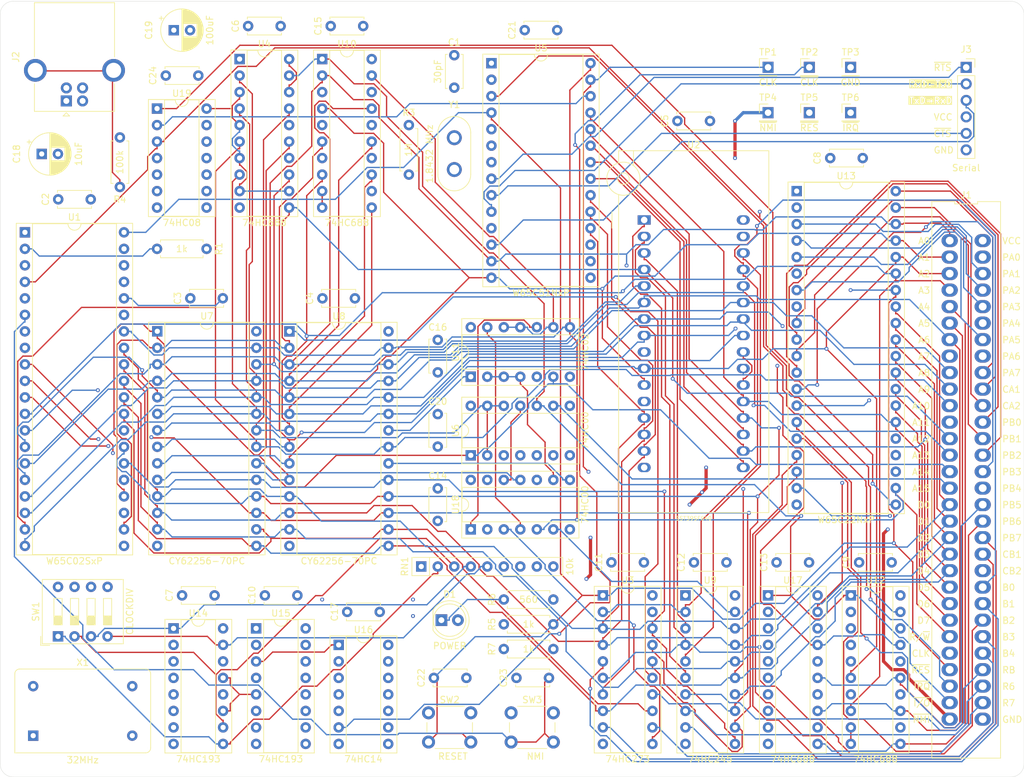
<source format=kicad_pcb>
(kicad_pcb (version 20240108) (generator "pcbnew") (generator_version "8.0")
  (layers (0 "F.Cu" signal) (1 "In1.Cu" signal) (2 "In2.Cu" signal) (31 "B.Cu" signal) (34 "B.Paste" user) (35 "F.Paste" user) (36 "B.SilkS" user "B.Silkscreen") (37 "F.SilkS" user "F.Silkscreen") (38 "B.Mask" user) (39 "F.Mask" user) (44 "Edge.Cuts" user))
  (net 0 "")
  (net 1 "Net-(U5-XTAL1)")
  (net 2 "GND")
  (net 3 "VCC")
  (net 4 "Net-(D1-K)")
  (net 5 "Net-(J2-Shield)")
  (net 8 "~{RTS}")
  (net 9 "RxD")
  (net 10 "TxD")
  (net 11 "~{CTS}")
  (net 12 "Net-(U1-RDY)")
  (net 13 "~{IRQ}")
  (net 14 "Net-(U5-XTAL2)")
  (net 15 "~{RES}")
  (net 16 "~{NMI}")
  (net 17 "Net-(RN1-R3)")
  (net 20 "Net-(RN1-R4)")
  (net 22 "Net-(RN1-R1)")
  (net 23 "Net-(RN1-R2)")
  (net 25 "D2")
  (net 26 "D1")
  (net 27 "A5")
  (net 28 "A12")
  (net 29 "D7")
  (net 30 "A15")
  (net 31 "A0")
  (net 33 "D6")
  (net 34 "A2")
  (net 36 "A4")
  (net 37 "A13")
  (net 38 "A1")
  (net 39 "A11")
  (net 40 "CLK")
  (net 42 "D0")
  (net 43 "A8")
  (net 46 "A14")
  (net 48 "D3")
  (net 50 "A7")
  (net 51 "D5")
  (net 52 "A6")
  (net 53 "A10")
  (net 54 "A3")
  (net 55 "R{slash}~{W}")
  (net 56 "D4")
  (net 57 "A9")
  (net 58 "Net-(U2-CE)")
  (net 59 "BANK2")
  (net 60 "BANK0")
  (net 61 "BANK4")
  (net 62 "BANK1")
  (net 63 "BANK3")
  (net 64 "RAMBANK")
  (net 65 "REG6")
  (net 66 "REG7")
  (net 67 "Net-(U3-Cp)")
  (net 68 "~{I{slash}O}")
  (net 69 "Net-(U12-P=R)")
  (net 72 "Net-(U8-~{CS})")
  (net 73 "Net-(U9-CE)")
  (net 74 "Net-(U10-P=R)")
  (net 75 "CA1")
  (net 76 "PB4")
  (net 77 "CA2")
  (net 78 "PB0")
  (net 79 "PA4")
  (net 80 "PA5")
  (net 81 "PB6")
  (net 82 "CB2")
  (net 83 "PA7")
  (net 84 "PA6")
  (net 85 "CB1")
  (net 86 "PA2")
  (net 87 "PB5")
  (net 88 "PB7")
  (net 89 "PB3")
  (net 90 "PB1")
  (net 91 "Net-(U13-~{CS2})")
  (net 92 "PA0")
  (net 93 "PA3")
  (net 94 "PA1")
  (net 95 "PB2")
  (net 97 "Net-(U14-~{BO})")
  (net 98 "Net-(U14-DOWN)")
  (net 106 "Net-(U15-QA)")
  (net 115 "Net-(U16-Pad2)")
  (net 118 "Net-(U7-~{CS})")
  (net 120 "Net-(U8-~{OE})")
  (net 121 "Net-(U11-Pad2)")
  (net 122 "Net-(U11-Pad13)")
  (net 123 "Net-(U11-Pad10)")
  (net 124 "Net-(U18-Pad12)")
  (net 125 "Net-(U11-Pad5)")
  (net 126 "~{CLK}")
  (net 127 "~{IRQC51}")
  (net 128 "~{IRQC22}")
  (footprint "Capacitor_THT:C_Disc_D5.0mm_W2.5mm_P5.00mm" (layer "F.Cu") (at 130.77 59.055 180)
    (property "Reference" "C5")
    (property "Value" "100nF")
  )
  (footprint "Package_DIP:DIP-14_W7.62mm_Socket" (layer "F.Cu") (at 93.98 98.425 90)
    (property "Reference" "U11")
    (property "Value" "74HC02")
  )
  (footprint "Crystal:Crystal_HC50_Vertical" (layer "F.Cu") (at 91.445 66.535 90)
    (property "Reference" "Y1")
    (property "Value" "1.8432 MHz")
  )
  (footprint "Capacitor_THT:C_Disc_D5.0mm_W2.5mm_P5.00mm" (layer "F.Cu") (at 54.57 132.08 180)
    (property "Reference" "C7")
    (property "Value" "100nF")
  )
  (footprint "Capacitor_THT:C_Disc_D5.0mm_W2.5mm_P5.00mm" (layer "F.Cu") (at 67.31 132.08 180)
    (property "Reference" "C10")
    (property "Value" "100nF")
  )
  (footprint "Resistor_THT:R_Axial_DIN0207_L6.3mm_D2.5mm_P7.62mm_Horizontal" (layer "F.Cu") (at 106.68 136.525 180)
    (property "Reference" "R5")
    (property "Value" "1k")
  )
  (footprint "Capacitor_THT:C_Disc_D5.0mm_W2.5mm_P5.00mm" (layer "F.Cu") (at 88.9 104.18 -90)
    (property "Reference" "C20")
    (property "Value" "100nF")
  )
  (footprint "Capacitor_THT:C_Disc_D5.0mm_W2.5mm_P5.00mm" (layer "F.Cu") (at 88.9 92.75 -90)
    (property "Reference" "C16")
    (property "Value" "100nF")
  )
  (footprint "Capacitor_THT:C_Disc_D5.0mm_W2.5mm_P5.00mm" (layer "F.Cu") (at 146.01 127 180)
    (property "Reference" "C13")
    (property "Value" "100nF")
  )
  (footprint "Resistor_THT:R_Axial_DIN0207_L6.3mm_D2.5mm_P7.62mm_Horizontal" (layer "F.Cu") (at 106.68 132.715 180)
    (property "Reference" "R6")
    (property "Value" "560")
  )
  (footprint "Capacitor_THT:C_Disc_D5.0mm_W2.5mm_P5.00mm" (layer "F.Cu") (at 76.16 86.36 180)
    (property "Reference" "C4")
    (property "Value" "100nF")
  )
  (footprint "Connector_PinHeader_2.54mm:PinHeader_1x01_P2.54mm_Vertical" (layer "F.Cu") (at 139.7 57.785)
    (property "Reference" "TP4")
    (property "Value" "~{NMI}")
  )
  (footprint "Capacitor_THT:C_Disc_D5.0mm_W2.5mm_P5.00mm" (layer "F.Cu") (at 154.265 64.77 180)
    (property "Reference" "C8")
    (property "Value" "100nF")
  )
  (footprint "Capacitor_THT:C_Disc_D5.0mm_W2.5mm_P5.00mm" (layer "F.Cu") (at 79.97 134.62 180)
    (property "Reference" "C17")
    (property "Value" "100nF")
  )
  (footprint "Package_DIP:DIP-28_W15.24mm_Socket" (layer "F.Cu") (at 97.155 50.165)
    (property "Reference" "U5")
    (property "Value" "W65C51NxP")
  )
  (footprint "Package_DIP:DIP-16_W7.62mm_Socket" (layer "F.Cu") (at 60.96 137.16)
    (property "Reference" "U15")
    (property "Value" "74HC193")
  )
  (footprint "Button_Switch_THT:SW_DIP_SPSTx04_Slide_9.78x12.34mm_W7.62mm_P2.54mm" (layer "F.Cu") (at 30.49 138.3875 90)
    (property "Reference" "SW1")
    (property "Value" "CLOCKDIV")
  )
  (footprint "Button_Switch_THT:SW_PUSH_6mm" (layer "F.Cu") (at 87.48 150.15)
    (property "Reference" "SW2")
    (property "Value" "RESET")
  )
  (footprint "Capacitor_THT:C_Disc_D5.0mm_W2.5mm_P5.00mm" (layer "F.Cu") (at 52.07 52.07 180)
    (property "Reference" "C24")
    (property "Value" "100nF")
  )
  (footprint "Capacitor_THT:C_Disc_D5.0mm_W2.5mm_P5.00mm" (layer "F.Cu") (at 88.305 144.78)
    (property "Reference" "C22")
    (property "Value" "100nF")
  )
  (footprint "Capacitor_THT:C_Disc_D5.0mm_W2.5mm_P5.00mm" (layer "F.Cu") (at 64.73 44.45 180)
    (property "Reference" "C6")
    (property "Value" "100nF")
  )
  (footprint "Capacitor_THT:C_Disc_D5.0mm_W2.5mm_P5.00mm" (layer "F.Cu") (at 106.005 144.78 180)
    (property "Reference" "C23")
    (property "Value" "100nF")
  )
  (footprint "Capacitor_THT:C_Disc_D5.0mm_W2.5mm_P5.00mm" (layer "F.Cu") (at 91.44 48.935 -90)
    (property "Reference" "C1")
    (property "Value" "30pF")
  )
  (footprint "Resistor_THT:R_Axial_DIN0207_L6.3mm_D2.5mm_P7.62mm_Horizontal" (layer "F.Cu") (at 106.68 140.335 180)
    (property "Reference" "R7")
    (property "Value" "1k")
  )
  (footprint "LED_THT:LED_D5.0mm" (layer "F.Cu") (at 89.46 135.89)
    (property "Reference" "D1")
    (property "Value" "POWER")
  )
  (footprint "Package_DIP:DIP-20_W7.62mm_Socket" (layer "F.Cu") (at 139.7 132.08)
    (property "Reference" "U17")
    (property "Value" "74HC688")
  )
  (footprint "Package_DIP:DIP-20_W7.62mm_Socket" (layer "F.Cu") (at 71.12 49.53)
    (property "Reference" "U10")
    (property "Value" "74HC688")
  )
  (footprint "Package_DIP:DIP-14_W7.62mm_Socket" (layer "F.Cu") (at 93.98 121.92 90)
    (property "Reference" "U18")
    (property "Value" "74HC00")
  )
  (footprint "Connector_USB:USB_B_OST_USB-B1HSxx_Horizontal" (layer "F.Cu") (at 31.77 55.975 90)
    (property "Reference" "J2")
    (property "Value" "USB_B")
  )
  (footprint "Package_DIP:DIP-20_W7.62mm_Socket" (layer "F.Cu") (at 114.3 132.08)
    (property "Reference" "U3")
    (property "Value" "74HC273")
  )
  (footprint "Package_DIP:DIP-28_W15.24mm_Socket" (layer "F.Cu") (at 45.76 91.43)
    (property "Reference" "U7")
    (property "Value" "CY62256-70PC")
  )
  (footprint "Package_DIP:DIP-14_W7.62mm_Socket" (layer "F.Cu") (at 73.66 139.7)
    (property "Reference" "U16")
    (property "Value" "74HC14")
  )
  (footprint "Resistor_THT:R_Axial_DIN0207_L6.3mm_D2.5mm_P7.62mm_Horizontal" (layer "F.Cu") (at 84.455 59.69 -90)
    (property "Reference" "R3")
    (property "Value" "1M")
  )
  (footprint "Package_DIP:DIP-16_W7.62mm_Socket" (layer "F.Cu") (at 48.26 137.16)
    (property "Reference" "U14")
    (property "Value" "74HC193")
  )
  (footprint "Resistor_THT:R_Array_SIP9" (layer "F.Cu") (at 86.36 127.635)
    (property "Reference" "RN1")
    (property "Value" "10k")
  )
  (footprint "Capacitor_THT:C_Disc_D5.0mm_W2.5mm_P5.00mm" (layer "F.Cu") (at 133.31 127 180)
    (property "Reference" "C12")
    (property "Value" "100nF")
  )
  (footprint "Connector_PinHeader_2.54mm:PinHeader_1x01_P2.54mm_Vertical" (layer "F.Cu") (at 152.4 50.8)
    (property "Reference" "TP3")
    (property "Value" "GND")
  )
  (footprint "Connector_PinHeader_2.54mm:PinHeader_1x01_P2.54mm_Vertical" (layer "F.Cu") (at 139.7 50.8)
    (property "Reference" "TP1")
    (property "Value" "CLK")
  )
  (footprint "Capacitor_THT:CP_Radial_D6.3mm_P2.50mm" (layer "F.Cu") (at 27.98 64.135)
    (property "Reference" "C18")
    (property "Value" "10uF")
  )
  (footprint "Button_Switch_THT:SW_PUSH_6mm" (layer "F.Cu") (at 100.18 150.15)
    (property "Reference" "SW3")
    (property "Value" "NMI")
  )
  (footprint "Capacitor_THT:C_Disc_D5.0mm_W2.5mm_P5.00mm" (layer "F.Cu") (at 120.61 127 180)
    (property "Reference" "C11")
    (property "Value" "100nF")
  )
  (footprint "Connector_PinHeader_2.54mm:PinHeader_1x01_P2.54mm_Vertical" (layer "F.Cu") (at 146.05 57.785)
    (property "Reference" "TP5")
    (property "Value" "~{RES}")
  )
  (footprint "Capacitor_THT:C_Disc_D5.0mm_W2.5mm_P5.00mm" (layer "F.Cu") (at 88.9 115.61 -90)
    (property "Reference" "C14")
    (property "Value" "100nF")
  )
  (footprint "Socket:DIP_Socket-32_W11.9_W12.7_W15.24_W17.78_W18.5_3M_232-1285-00-0602J" (layer "F.Cu") (at 120.65 74.295)
    (property "Reference" "U2")
    (property "Value" "SST39SF040")
  )
  (footprint "Oscillator:Oscillator_DIP-14" (layer "F.Cu") (at 26.67 153.67)
    (property "Reference" "X1")
    (property "Value" "32MHz")
  )
  (footprint "Package_DIP:DIP-20_W7.62mm_Socket" (layer "F.Cu") (at 58.42 49.53)
    (property "Reference" "U4")
    (property "Value" "74HC688")
  )
  (footprint "Capacitor_THT:C_Disc_D5.0mm_W2.5mm_P5.00mm" (layer "F.Cu") (at 107.275 45.075 180)
    (property "Reference" "C21")
    (property "Value" "100nF")
  )
  (footprint "Capacitor_THT:C_Disc_D5.0mm_W2.5mm_P5.00mm" (layer "F.Cu") (at 55.84 86.35 180)
    (property "Reference" "C3")
    (property "Value" "100nF")
  )
  (footprint "Resistor_THT:R_Axial_DIN0207_L6.3mm_D2.5mm_P7.62mm_Horizontal" (layer "F.Cu") (at 40.005 61.595 -90)
    (property "Reference" "R4")
    (property "Value" "100k")
  )
  (footprint "Capacitor_THT:C_Disc_D5.0mm_W2.5mm_P5.00mm" (layer "F.Cu") (at 77.43 44.45 180)
    (property "Reference" "C15")
    (property "Value" "100nF")
  )
  (footprint "Connector_PinHeader_2.54mm:PinHeader_1x01_P2.54mm_Vertical" (layer "F.Cu") (at 146.05 50.8)
    (property "Reference" "TP2")
    (property "Value" "~{CLK}")
  )
  (footprint "Package_DIP:DIP-20_W7.62mm_Socket" (layer "F.Cu") (at 152.44 132.08)
    (property "Reference" "U12")
    (property "Value" "74HC688")
  )
  (footprint "Connector_PinSocket_2.54mm:PinSocket_1x06_P2.54mm_Vertical" (layer "F.Cu") (at 170.18 50.81)
    (property "Reference" "J3")
    (property "Value" "Serial")
  )
  (footprint "Package_DIP:DIP-28_W15.24mm_Socket" (layer "F.Cu") (at 66.08 91.44)
    (property "Reference" "U8")
    (property "Value" "CY62256-70PC")
  )
  (footprint "Package_DIP:DIP-40_W15.24mm_Socket" (layer "F.Cu") (at 25.4 76.2)
    (property "Reference" "U1")
    (property "Value" "W65C02SxP")
  )
  (footprint "Capacitor_THT:CP_Radial_D6.3mm_P2.50mm" (layer "F.Cu") (at 48.3 45.085)
    (property "Reference" "C19")
    (property "Value" "100uF")
  )
  (footprint "Resistor_THT:R_Axial_DIN0207_L6.3mm_D2.5mm_P7.62mm_Horizontal" (layer "F.Cu") (at 53.34 78.74 180)
    (property "Reference" "R1")
    (property "Value" "1k")
  )
  (footprint "edgeconn:DIP-60_200_ELL" (layer "F.Cu") (at 170.18 114.3 -90)
    (property "Reference" "J1")
    (property "Value" "BUS")
  )
  (footprint "Capacitor_THT:C_Disc_D5.0mm_W2.5mm_P5.00mm" (layer "F.Cu") (at 158.71 127 180)
    (property "Reference" "C9")
    (property "Value" "100nF")
  )
  (footprint "Capacitor_THT:C_Disc_D5.0mm_W2.5mm_P5.00mm" (layer "F.Cu") (at 30.52 71.12)
    (property "Reference" "C2")
    (property "Value" "100nF")
  )
  (footprint "Package_DIP:DIP-14_W7.62mm_Socket" (layer "F.Cu") (at 45.72 57.15)
    (property "Reference" "U19")
    (property "Value" "74HC08")
  )
  (footprint "Package_DIP:DIP-20_W7.62mm_Socket" (layer "F.Cu") (at 127 132.08)
    (property "Reference" "U9")
    (property "Value" "74HC245")
  )
  (footprint "Package_DIP:DIP-14_W7.62mm_Socket" (layer "F.Cu") (at 93.975 110.52 90)
    (property "Reference" "U6")
    (property "Value" "74HC00")
  )
  (footprint "Connector_PinHeader_2.54mm:PinHeader_1x01_P2.54mm_Vertical" (layer "F.Cu") (at 152.4 57.785)
    (property "Reference" "TP6")
    (property "Value" "~{IRQ}")
  )
  (footprint "Package_DIP:DIP-40_W15.24mm_Socket" (layer "F.Cu") (at 144.105 69.85)
    (property "Reference" "U13")
    (property "Value" "W65C22NxP")
  )
  (gr_arc (start 21.59 42.64) (mid 22.175786 41.225786) (end 23.59 40.64) (stroke (width 0.05)) (layer "Edge.Cuts"))
  (gr_line (start 23.59 40.64) (end 177.07 40.64) (stroke (width 0.05)) (layer "Edge.Cuts"))
  (gr_line (start 179.07 42.64) (end 179.07 158.02) (stroke (width 0.05)) (layer "Edge.Cuts"))
  (gr_arc (start 179.07 158.02) (mid 178.484214 159.434214) (end 177.07 160.02) (stroke (width 0.05)) (layer "Edge.Cuts"))
  (gr_arc (start 23.59 160.02) (mid 22.175786 159.434214) (end 21.59 158.02) (stroke (width 0.05)) (layer "Edge.Cuts"))
  (gr_line (start 21.59 158.02) (end 21.59 42.64) (stroke (width 0.05)) (layer "Edge.Cuts"))
  (gr_arc (start 177.07 40.64) (mid 178.484214 41.225786) (end 179.07 42.64) (stroke (width 0.05)) (layer "Edge.Cuts"))
  (gr_line (start 177.07 160.02) (end 23.59 160.02) (stroke (width 0.05)) (layer "Edge.Cuts"))
  (gr_text "PB5" (at 175.641 118.745 0) (layer "F.SilkS") (effects (font (size 1 1)) (justify left bottom)))
  (gr_text "~{I/O}" (at 164.719 149.225 0) (layer "F.SilkS") (effects (font (size 1 1)) (justify right bottom)))
  (gr_text "R/~{W}" (at 164.719 139.065 0) (layer "F.SilkS") (effects (font (size 1 1)) (justify right bottom)))
  (gr_text "A8" (at 164.719 98.425 0) (layer "F.SilkS") (effects (font (size 1 1)) (justify right bottom)))
  (gr_text "A11" (at 164.719 106.045 0) (layer "F.SilkS") (effects (font (size 1 1)) (justify right bottom)))
  (gr_text "D3" (at 164.719 126.365 0) (layer "F.SilkS") (effects (font (size 1 1)) (justify right bottom)))
  (gr_text "A7" (at 164.719 95.885 0) (layer "F.SilkS") (effects (font (size 1 1)) (justify right bottom)))
  (gr_text "B2" (at 175.641 136.525 0) (layer "F.SilkS") (effects (font (size 1 1)) (justify left bottom)))
  (gr_text "CA2" (at 175.641 103.505 0) (layer "F.SilkS") (effects (font (size 1 1)) (justify left bottom)))
  (gr_text "PA0" (at 175.641 80.645 0) (layer "F.SilkS") (effects (font (size 1 1)) (justify left bottom)))
  (gr_text "D2" (at 164.719 123.825 0) (layer "F.SilkS") (effects (font (size 1 1)) (justify right bottom)))
  (gr_text "PB2" (at 175.641 111.125 0) (layer "F.SilkS") (effects (font (size 1 1)) (justify left bottom)))
  (gr_text "A4" (at 164.719 88.265 0) (layer "F.SilkS") (effects (font (size 1 1)) (justify right bottom)))
  (gr_text "R6" (at 175.641 146.685 0) (layer "F.SilkS") (effects (font (size 1 1)) (justify left bottom)))
  (gr_text "A9" (at 164.719 100.965 0) (layer "F.SilkS") (effects (font (size 1 1)) (justify right bottom)))
  (gr_text "A15" (at 164.719 116.205 0) (layer "F.SilkS") (effects (font (size 1 1)) (justify right bottom)))
  (gr_text "PA4" (at 175.641 90.805 0) (layer "F.SilkS") (effects (font (size 1 1)) (justify left bottom)))
  (gr_text "A10" (at 164.719 103.505 0) (layer "F.SilkS") (effects (font (size 1 1)) (justify right bottom)))
  (gr_text "VCC" (at 165.1 59.055 0) (layer "F.SilkS") (effects (font (size 1 1)) (justify left bottom)))
  (gr_text "PB0" (at 175.641 106.045 0) (layer "F.SilkS") (effects (font (size 1 1)) (justify left bottom)))
  (gr_text "RB" (at 175.641 144.145 0) (layer "F.SilkS") (effects (font (size 1 1)) (justify left bottom)))
  (gr_text "~{RES}" (at 164.719 144.145 0) (layer "F.SilkS") (effects (font (size 1 1)) (justify right bottom)))
  (gr_text "PA7" (at 175.641 98.425 0) (layer "F.SilkS") (effects (font (size 1 1)) (justify left bottom)))
  (gr_text "RxD←TxD" (at 161.29 53.975 0) (layer "F.SilkS" knockout) (effects (font (size 1 1)) (justify left bottom)))
  (gr_text "PA6" (at 175.641 95.885 0) (layer "F.SilkS") (effects (font (size 1 1)) (justify left bottom)))
  (gr_text "PB6" (at 175.641 121.285 0) (layer "F.SilkS") (effects (font (size 1 1)) (justify left bottom)))
  (gr_text "GND" (at 175.641 151.765 0) (layer "F.SilkS") (effects (font (size 1 1)) (justify left bottom)))
  (gr_text "A2" (at 164.719 83.185 0) (layer "F.SilkS") (effects (font (size 1 1)) (justify right bottom)))
  (gr_text "B1" (at 175.641 133.985 0) (layer "F.SilkS") (effects (font (size 1 1)) (justify left bottom)))
  (gr_text "VCC" (at 175.641 78.105 0) (layer "F.SilkS") (effects (font (size 1 1)) (justify left bottom)))
  (gr_text "PA2" (at 175.641 85.725 0) (layer "F.SilkS") (effects (font (size 1 1)) (justify left bottom)))
  (gr_text "TxD→RxD" (at 161.29 56.515 0) (layer "F.SilkS" knockout) (effects (font (size 1 1)) (justify left bottom)))
  (gr_text "PB1" (at 175.641 108.585 0) (layer "F.SilkS") (effects (font (size 1 1)) (justify left bottom)))
  (gr_text "PB7" (at 175.641 123.825 0) (layer "F.SilkS") (effects (font (size 1 1)) (justify left bottom)))
  (gr_text "D4" (at 164.719 128.905 0) (layer "F.SilkS") (effects (font (size 1 1)) (justify right bottom)))
  (gr_text "B0" (at 175.641 131.445 0) (layer "F.SilkS") (effects (font (size 1 1)) (justify left bottom)))
  (gr_text "A1" (at 164.719 80.645 0) (layer "F.SilkS") (effects (font (size 1 1)) (justify right bottom)))
  (gr_text "CA1" (at 175.641 100.965 0) (layer "F.SilkS") (effects (font (size 1 1)) (justify left bottom)))
  (gr_text "D0" (at 164.719 118.745 0) (layer "F.SilkS") (effects (font (size 1 1)) (justify right bottom)))
  (gr_text "~{IRQ}" (at 164.719 146.685 0) (layer "F.SilkS") (effects (font (size 1 1)) (justify right bottom)))
  (gr_text "PA5" (at 175.641 93.345 0) (layer "F.SilkS") (effects (font (size 1 1)) (justify left bottom)))
  (gr_text "A12" (at 164.719 108.585 0) (layer "F.SilkS") (effects (font (size 1 1)) (justify right bottom)))
  (gr_text "D7" (at 164.719 136.525 0) (layer "F.SilkS") (effects (font (size 1 1)) (justify right bottom)))
  (gr_text "B3" (at 175.641 139.065 0) (layer "F.SilkS") (effects (font (size 1 1)) (justify left bottom)))
  (gr_text "PB4" (at 175.641 116.205 0) (layer "F.SilkS") (effects (font (size 1 1)) (justify left bottom)))
  (gr_text "B4" (at 175.641 141.605 0) (layer "F.SilkS") (effects (font (size 1 1)) (justify left bottom)))
  (gr_text "CB1" (at 175.641 126.365 0) (layer "F.SilkS") (effects (font (size 1 1)) (justify left bottom)))
  (gr_text "CLK" (at 164.719 141.605 0) (layer "F.SilkS") (effects (font (size 1 1)) (justify right bottom)))
  (gr_text "A0" (at 164.719 78.105 0) (layer "F.SilkS") (effects (font (size 1 1)) (justify right bottom)))
  (gr_text "A14" (at 164.719 113.665 0) (layer "F.SilkS") (effects (font (size 1 1)) (justify right bottom)))
  (gr_text "PB3" (at 175.641 113.665 0) (layer "F.SilkS") (effects (font (size 1 1)) (justify left bottom)))
  (gr_text "R7" (at 175.641 149.225 0) (layer "F.SilkS") (effects (font (size 1 1)) (justify left bottom)))
  (gr_text "~{NMI}" (at 164.719 151.765 0) (layer "F.SilkS") (effects (font (size 1 1)) (justify right bottom)))
  (gr_text "A3" (at 164.719 85.725 0) (layer "F.SilkS") (effects (font (size 1 1)) (justify right bottom)))
  (gr_text "D6" (at 164.719 133.985 0) (layer "F.SilkS") (effects (font (size 1 1)) (justify right bottom)))
  (gr_text "GND" (at 165.1 64.135 0) (layer "F.SilkS") (effects (font (size 1 1)) (justify left bottom)))
  (gr_text "~{RTS}" (at 165.1 51.435 0) (layer "F.SilkS") (effects (font (size 1 1)) (justify left bottom)))
  (gr_text "~{CTS}" (at 165.1 61.595 0) (layer "F.SilkS") (effects (font (size 1 1)) (justify left bottom)))
  (gr_text "D5" (at 164.719 131.445 0) (layer "F.SilkS") (effects (font (size 1 1)) (justify right bottom)))
  (gr_text "PA3" (at 175.641 88.265 0) (layer "F.SilkS") (effects (font (size 1 1)) (justify left bottom)))
  (gr_text "PA1" (at 175.641 83.185 0) (layer "F.SilkS") (effects (font (size 1 1)) (justify left bottom)))
  (gr_text "A6" (at 164.719 93.345 0) (layer "F.SilkS") (effects (font (size 1 1)) (justify right bottom)))
  (gr_text "A5" (at 164.719 90.805 0) (layer "F.SilkS") (effects (font (size 1 1)) (justify right bottom)))
  (gr_text "D1" (at 164.719 121.285 0) (layer "F.SilkS") (effects (font (size 1 1)) (justify right bottom)))
  (gr_text "CB2" (at 175.641 128.905 0) (layer "F.SilkS") (effects (font (size 1 1)) (justify left bottom)))
  (gr_text "A13" (at 164.719 111.125 0) (layer "F.SilkS") (effects (font (size 1 1)) (justify right bottom)))
  (segment (start 152.44 154.94) (end 152.44 152.4) (width 0.2) (layer "F.Cu") (net 2))
  (segment (start 71.12 72.39) (end 71.12 69.85) (width 0.2) (layer "F.Cu") (net 2))
  (segment (start 53.34 57.15) (end 57.2907 57.15) (width 0.2) (layer "F.Cu") (net 3))
  (segment (start 58.42 65.8701) (end 58.5575 65.8701) (width 0.2) (layer "F.Cu") (net 3))
  (segment (start 58.42 54.61) (end 58.42 55.7101) (width 0.2) (layer "F.Cu") (net 3))
  (segment (start 58.42 55.7101) (end 58.2825 55.7101) (width 0.2) (layer "F.Cu") (net 3))
  (segment (start 66.2679 53.5099) (end 66.04 53.5099) (width 0.2) (layer "F.Cu") (net 3))
  (segment (start 58.2825 55.7101) (end 57.2907 56.7019) (width 0.2) (layer "F.Cu") (net 3))
  (segment (start 57.2907 57.15) (end 57.2907 58.5607) (width 0.2) (layer "F.Cu") (net 3))
  (segment (start 57.2907 56.7019) (end 57.2907 57.15) (width 0.2) (layer "F.Cu") (net 3))
  (segment (start 59.5559 66.8685) (end 59.5559 67.8419) (width 0.2) (layer "F.Cu") (net 3))
  (segment (start 59.5559 67.8419) (end 58.6479 68.7499) (width 0.2) (layer "F.Cu") (net 3))
  (segment (start 58.42 64.77) (end 58.42 65.8701) (width 0.2) (layer "F.Cu") (net 3))
  (segment (start 67.1453 51.5979) (end 67.1453 52.6325) (width 0.2) (layer "F.Cu") (net 3))
  (segment (start 66.04 50.6301) (end 66.1775 50.6301) (width 0.2) (layer "F.Cu") (net 3))
  (segment (start 58.5575 65.8701) (end 59.5559 66.8685) (width 0.2) (layer "F.Cu") (net 3))
  (segment (start 58.6479 68.7499) (end 58.42 68.7499) (width 0.2) (layer "F.Cu") (net 3))
  (segment (start 57.2907 58.5607) (end 58.42 59.69) (width 0.2) (layer "F.Cu") (net 3))
  (segment (start 66.04 49.53) (end 66.04 50.6301) (width 0.2) (layer "F.Cu") (net 3))
  (segment (start 67.1453 52.6325) (end 66.2679 53.5099) (width 0.2) (layer "F.Cu") (net 3))
  (segment (start 66.04 54.61) (end 66.04 53.5099) (width 0.2) (layer "F.Cu") (net 3))
  (segment (start 66.1775 50.6301) (end 67.1453 51.5979) (width 0.2) (layer "F.Cu") (net 3))
  (segment (start 58.42 69.85) (end 58.42 68.7499) (width 0.2) (layer "F.Cu") (net 3))
  (segment (start 58.192 63.6699) (end 58.42 63.6699) (width 0.2) (layer "B.Cu") (net 3))
  (segment (start 54.7367 87.4533) (end 42.8334 87.4533) (width 0.2) (layer "B.Cu") (net 3))
  (segment (start 66.04 69.85) (end 58.42 69.85) (width 0.2) (layer "B.Cu") (net 3))
  (segment (start 58.2825 60.7901) (end 57.3147 61.7579) (width 0.2) (layer "B.Cu") (net 3))
  (segment (start 57.3147 61.7579) (end 57.3147 62.7926) (width 0.2) (layer "B.Cu") (net 3))
  (segment (start 58.42 64.77) (end 58.42 63.6699) (width 0.2) (layer "B.Cu") (net 3))
  (segment (start 40.64 86.36) (end 41.7401 86.36) (width 0.2) (layer "B.Cu") (net 3))
  (segment (start 42.8334 87.4533) (end 41.7401 86.36) (width 0.2) (layer "B.Cu") (net 3))
  (segment (start 58.42 59.69) (end 58.42 60.7901) (width 0.2) (layer "B.Cu") (net 3))
  (segment (start 57.3147 62.7926) (end 58.192 63.6699) (width 0.2) (layer "B.Cu") (net 3))
  (segment (start 55.84 86.35) (end 54.7367 87.4533) (width 0.2) (layer "B.Cu") (net 3))
  (segment (start 58.42 60.7901) (end 58.2825 60.7901) (width 0.2) (layer "B.Cu") (net 3))
  (segment (start 93.4601 132.715) (end 99.06 132.715) (width 0.2) (layer "B.Cu") (net 4))
  (segment (start 90.6601 135.89) (end 90.6601 135.515) (width 0.2) (layer "B.Cu") (net 4))
  (segment (start 89.46 135.89) (end 90.6601 135.89) (width 0.2) (layer "B.Cu") (net 4))
  (segment (start 90.6601 135.515) (end 93.4601 132.715) (width 0.2) (layer "B.Cu") (net 4))
  (segment (start 38.864 66.9739) (end 40.005 68.1149) (width 0.2) (layer "F.Cu") (net 5))
  (segment (start 27.088 51.353) (end 27 51.265) (width 0.2) (layer "F.Cu") (net 5))
  (segment (start 40.005 69.215) (end 40.005 68.1149) (width 0.2) (layer "F.Cu") (net 5))
  (segment (start 38.864 51.353) (end 38.864 66.9739) (width 0.2) (layer "F.Cu") (net 5))
  (segment (start 38.864 51.353) (end 27.088 51.353) (width 0.2) (layer "F.Cu") (net 5))
  (segment (start 39.04 51.265) (end 38.952 51.353) (width 0.2) (layer "F.Cu") (net 5))
  (segment (start 38.952 51.353) (end 38.864 51.353) (width 0.2) (layer "F.Cu") (net 5))
  (segment (start 113.0666 61.4534) (end 112.2484 61.4534) (width 0.2) (layer "B.Cu") (net 8))
  (segment (start 167.4896 52.3503) (end 122.1697 52.3503) (width 0.2) (layer "B.Cu") (net 8))
  (segment (start 170.18 50.81) (end 169.0299 50.81) (width 0.2) (layer "B.Cu") (net 8))
  (segment (start 169.0299 50.81) (end 167.4896 52.3503) (width 0.2) (layer "B.Cu") (net 8))
  (segment (start 112.2484 61.4534) (end 109.5319 64.1699) (width 0.2) (layer "B.Cu") (net 8))
  (segment (start 122.1697 52.3503) (end 113.0666 61.4534) (width 0.2) (layer "B.Cu") (net 8))
  (segment (start 97.155 67.945) (end 98.2551 67.945) (width 0.2) (layer "B.Cu") (net 8))
  (segment (start 109.5319 64.1699) (end 102.0302 64.1699) (width 0.2) (layer "B.Cu") (net 8))
  (segment (start 102.0302 64.1699) (end 98.2551 67.945) (width 0.2) (layer "B.Cu") (net 8))
  (segment (start 170.5373 62.24) (end 126.4487 62.24) (width 0.2) (layer "B.Cu") (net 9))
  (segment (start 114.3937 74.295) (end 102.0651 74.295) (width 0.2) (layer "B.Cu") (net 9))
  (segment (start 97.155 78.105) (end 98.2551 78.105) (width 0.2) (layer "B.Cu") (net 9))
  (segment (start 170.4675 57.0401) (end 171.3406 57.9132) (width 0.2) (layer "B.Cu") (net 9))
  (segment (start 170.18 55.89) (end 170.18 57.0401) (width 0.2) (layer "B.Cu") (net 9))
  (segment (start 171.3406 61.4367) (end 170.5373 62.24) (width 0.2) (layer "B.Cu") (net 9))
  (segment (start 126.4487 62.24) (end 114.3937 74.295) (width 0.2) (layer "B.Cu") (net 9))
  (segment (start 170.18 57.0401) (end 170.4675 57.0401) (width 0.2) (layer "B.Cu") (net 9))
  (segment (start 171.3406 57.9132) (end 171.3406 61.4367) (width 0.2) (layer "B.Cu") (net 9))
  (segment (start 102.0651 74.295) (end 98.2551 78.105) (width 0.2) (layer "B.Cu") (net 9))
  (segment (start 97.155 73.025) (end 97.155 71.9249) (width 0.2) (layer "B.Cu") (net 10))
  (segment (start 96.0121 69.9643) (end 96.9027 69.0737) (width 0.2) (layer "B.Cu") (net 10))
  (segment (start 96.0121 71.01) (end 96.0121 69.9643) (width 0.2) (layer "B.Cu") (net 10))
  (segment (start 96.927 71.9249) (end 96.0121 71.01) (width 0.2) (layer "B.Cu") (net 10))
  (segment (start 100.7909 66.675) (end 112.9932 66.675) (width 0.2) (layer "B.Cu") (net 10))
  (segment (start 96.9027 69.0737) (end 98.3922 69.0737) (width 0.2) (layer "B.Cu") (net 10))
  (segment (start 126.3182 53.35) (end 169.0299 53.35) (width 0.2) (layer "B.Cu") (net 10))
  (segment (start 97.155 71.9249) (end 96.927 71.9249) (width 0.2) (layer "B.Cu") (net 10))
  (segment (start 112.9932 66.675) (end 126.3182 53.35) (width 0.2) (layer "B.Cu") (net 10))
  (segment (start 98.3922 69.0737) (end 100.7909 66.675) (width 0.2) (layer "B.Cu") (net 10))
  (segment (start 170.18 53.35) (end 169.0299 53.35) (width 0.2) (layer "B.Cu") (net 10))
  (segment (start 99.6949 69.0452) (end 115.233 69.0452) (width 0.2) (layer "B.Cu") (net 11))
  (segment (start 98.2551 70.485) (end 99.6949 69.0452) (width 0.2) (layer "B.Cu") (net 11))
  (segment (start 97.155 70.485) (end 98.2551 70.485) (width 0.2) (layer "B.Cu") (net 11))
  (segment (start 123.3082 60.97) (end 170.18 60.97) (width 0.2) (layer "B.Cu") (net 11))
  (segment (start 115.233 69.0452) (end 123.3082 60.97) (width 0.2) (layer "B.Cu") (net 11))
  (segment (start 26.5001 78.74) (end 27.6113 79.8512) (width 0.2) (layer "B.Cu") (net 12))
  (segment (start 45.72 78.74) (end 44.6199 78.74) (width 0.2) (layer "B.Cu") (net 12))
  (segment (start 25.4 78.74) (end 26.5001 78.74) (width 0.2) (layer "B.Cu") (net 12))
  (segment (start 43.5087 79.8512) (end 44.6199 78.74) (width 0.2) (layer "B.Cu") (net 12))
  (segment (start 27.6113 79.8512) (end 43.5087 79.8512) (width 0.2) (layer "B.Cu") (net 12))
  (segment (start 155.1579 115.0962) (end 155.4562 115.3945) (width 0.2) (layer "F.Cu") (net 13))
  (segment (start 63.8273 47.8098) (end 112.1991 47.8098) (width 0.2) (layer "F.Cu") (net 13))
  (segment (start 45.72 63.3301) (end 45.492 63.3301) (width 0.2) (layer "F.Cu") (net 13))
  (segment (start 46.8201 62.002) (end 58.1637 50.6584) (width 0.2) (layer "F.Cu") (net 13))
  (segment (start 58.1637 50.6584) (end 60.9787 50.6584) (width 0.2) (layer "F.Cu") (net 13))
  (segment (start 46.8201 62.23) (end 46.8201 62.002) (width 0.2) (layer "F.Cu") (net 13))
  (segment (start 142.532 100.3366) (end 143.7954 101.6) (width 0.2) (layer "F.Cu") (net 13))
  (segment (start 45.72 62.23) (end 45.72 63.3301) (width 0.2) (layer "F.Cu") (net 13))
  (segment (start 45.492 63.3301) (end 44.2802 64.5419) (width 0.2) (layer "F.Cu") (net 13))
  (segment (start 60.9787 50.6584) (end 63.8273 47.8098) (width 0.2) (layer "F.Cu") (net 13))
  (segment (start 144.4112 101.6) (end 155.1579 112.3467) (width 0.2) (layer "F.Cu") (net 13))
  (segment (start 139.4155 75.0262) (end 139.4155 93.5983) (width 0.2) (layer "F.Cu") (net 13))
  (segment (start 139.4155 75.0262) (end 138.43 74.0407) (width 0.2) (layer "F.Cu") (net 13))
  (segment (start 138.43 74.0407) (end 138.43 73.025) (width 0.2) (layer "F.Cu") (net 13))
  (segment (start 27.0108 83.82) (end 25.4 83.82) (width 0.2) (layer "F.Cu") (net 13))
  (segment (start 44.2802 64.5419) (end 44.2802 66.5506) (width 0.2) (layer "F.Cu") (net 13))
  (segment (start 155.1579 112.3467) (end 155.1579 115.0962) (width 0.2) (layer "F.Cu") (net 13))
  (segment (start 142.532 96.7148) (end 142.532 100.3366) (width 0.2) (layer "F.Cu") (net 13))
  (segment (start 44.2802 66.5506) (end 27.0108 83.82) (width 0.2) (layer "F.Cu") (net 13))
  (segment (start 155.4562 115.3945) (end 155.4562 132.6884) (width 0.2) (layer "F.Cu") (net 13))
  (segment (start 45.72 62.23) (end 46.8201 62.23) (width 0.2) (layer "F.Cu") (net 13))
  (segment (start 143.7954 101.6) (end 144.4112 101.6) (width 0.2) (layer "F.Cu") (net 13))
  (segment (start 139.4155 93.5983) (end 142.532 96.7148) (width 0.2) (layer "F.Cu") (net 13))
  (segment (start 112.1991 47.8098) (end 139.4155 75.0262) (width 0.2) (layer "F.Cu") (net 13))
  (via (at 155.4562 132.6884) (size 0.6) (drill 0.3) (layers "F.Cu" "B.Cu") (net 13))
  (via (at 138.43 73.025) (size 0.6) (drill 0.3) (layers "F.Cu" "B.Cu") (net 13))
  (segment (start 166.0898 144.4998) (end 166.0898 141.5745) (width 0.2) (layer "B.Cu") (net 13))
  (segment (start 158.5714 135.8036) (end 155.4562 132.6884) (width 0.2) (layer "B.Cu") (net 13))
  (segment (start 167.64 146.05) (end 166.0898 144.4998) (width 0.2) (layer "B.Cu") (net 13))
  (segment (start 166.0898 141.5745) (end 160.3189 135.8036) (width 0.2) (layer "B.Cu") (net 13))
  (segment (start 160.3189 135.8036) (end 158.5714 135.8036) (width 0.2) (layer "B.Cu") (net 13))
  (segment (start 159.0541 124.0402) (end 161.9592 126.9453) (width 0.2) (layer "F.Cu") (net 15))
  (segment (start 92.6674 153.3374) (end 93.98 154.65) (width 0.2) (layer "F.Cu") (net 15))
  (segment (start 114.3 132.08) (end 111.125 132.08) (width 0.2) (layer "F.Cu") (net 15))
  (segment (start 158.236 87.0711) (end 159.117 86.1901) (width 0.2) (layer "F.Cu") (net 15))
  (segment (start 97.2925 58.8851) (end 107.7802 69.3728) (width 0.2) (layer "F.Cu") (net 15))
  (segment (start 97.155 57.785) (end 97.155 58.8851) (width 0.2) (layer "F.Cu") (net 15))
  (segment (start 88.7926 153.3374) (end 87.48 154.65) (width 0.2) (layer "F.Cu") (net 15))
  (segment (start 158.236 118.7619) (end 158.236 87.0711) (width 0.2) (layer "F.Cu") (net 15))
  (segment (start 97.155 58.8851) (end 97.2925 58.8851) (width 0.2) (layer "F.Cu") (net 15))
  (segment (start 88.305 144.78) (end 88.7926 145.2676) (width 0.2) (layer "F.Cu") (net 15))
  (segment (start 159.0541 119.58) (end 158.236 118.7619) (width 0.2) (layer "F.Cu") (net 15))
  (segment (start 88.7926 145.2676) (end 88.7926 153.3374) (width 0.2) (layer "F.Cu") (net 15))
  (segment (start 159.117 86.1901) (end 159.345 86.1901) (width 0.2) (layer "F.Cu") (net 15))
  (segment (start 107.7802 128.7352) (end 111.125 132.08) (width 0.2) (layer "F.Cu") (net 15))
  (segment (start 159.0541 124.0402) (end 159.0541 119.58) (width 0.2) (layer "F.Cu") (net 15))
  (segment (start 161.9592 137.8292) (end 167.64 143.51) (width 0.2) (layer "F.Cu") (net 15))
  (segment (start 161.9592 126.9453) (end 161.9592 137.8292) (width 0.2) (layer "F.Cu") (net 15))
  (segment (start 159.345 85.09) (end 159.345 86.1901) (width 0.2) (layer "F.Cu") (net 15))
  (segment (start 107.7802 69.3728) (end 107.7802 128.7352) (width 0.2) (layer "F.Cu") (net 15))
  (segment (start 111.125 132.08) (end 106.68 136.525) (width 0.2) (layer "F.Cu") (net 15))
  (segment (start 88.7926 153.3374) (end 92.6674 153.3374) (width 0.2) (layer "F.Cu") (net 15))
  (via (at 152.4 85.09) (size 0.6) (drill 0.3) (layers "F.Cu" "B.Cu") (net 15))
  (via (at 159.0541 124.0402) (size 0.6) (drill 0.3) (layers "F.Cu" "B.Cu") (net 15))
  (segment (start 151.4257 124.0402) (end 159.0541 124.0402) (width 0.2) (layer "B.Cu") (net 15))
  (segment (start 94.655 138.43) (end 88.305 144.78) (width 0.2) (layer "B.Cu") (net 15))
  (segment (start 106.68 136.525) (end 104.775 138.43) (width 0.2) (layer "B.Cu") (net 15))
  (segment (start 137.7351 133.3051) (end 142.1608 133.3051) (width 0.2) (layer "B.Cu") (net 15))
  (segment (start 104.775 138.43) (end 94.655 138.43) (width 0.2) (layer "B.Cu") (net 15))
  (segment (start 92.0771 57.785) (end 83.6523 66.2098) (width 0.2) (layer "B.Cu") (net 15))
  (segment (start 97.155 57.785) (end 92.0771 57.785) (width 0.2) (layer "B.Cu") (net 15))
  (segment (start 73.1417 71.12) (end 49.0648 71.12) (width 0.2) (layer "B.Cu") (net 15))
  (segment (start 43.9848 76.2) (end 40.64 76.2) (width 0.2) (layer "B.Cu") (net 15))
  (segment (start 159.345 85.09) (end 152.4 85.09) (width 0.2) (layer "B.Cu") (net 15))
  (segment (start 135.3083 135.7319) (end 137.7351 133.3051) (width 0.2) (layer "B.Cu") (net 15))
  (segment (start 114.3 132.08) (end 115.4001 132.08) (width 0.2) (layer "B.Cu") (net 15))
  (segment (start 132.735 135.7319) (end 135.3083 135.7319) (width 0.2) (layer "B.Cu") (net 15))
  (segment (start 142.1608 133.3051) (end 151.4257 124.0402) (width 0.2) (layer "B.Cu") (net 15))
  (segment (start 83.6523 66.2098) (end 78.0519 66.2098) (width 0.2) (layer "B.Cu") (net 15))
  (segment (start 116.5003 130.9798) (end 127.9829 130.9798) (width 0.2) (layer "B.Cu") (net 15))
  (segment (start 115.4001 132.08) (end 116.5003 130.9798) (width 0.2) (layer "B.Cu") (net 15))
  (segment (start 127.9829 130.9798) (end 132.735 135.7319) (width 0.2) (layer "B.Cu") (net 15))
  (segment (start 49.0648 71.12) (end 43.9848 76.2) (width 0.2) (layer "B.Cu") (net 15))
  (segment (start 78.0519 66.2098) (end 73.1417 71.12) (width 0.2) (layer "B.Cu") (net 15))
  (segment (start 161.31 144.262233) (end 160.557767 143.51) (width 0.5) (layer "F.Cu") (net 16))
  (segment (start 100.18 154.65) (end 104.0096 154.65) (width 0.2) (layer "F.Cu") (net 16))
  (segment (start 160.557767 143.51) (end 158.75 143.51) (width 0.5) (layer "F.Cu") (net 16))
  (segment (start 134.62 59.055) (end 134.62 64.77) (width 0.5) (layer "F.Cu") (net 16))
  (segment (start 161.31 144.8) (end 161.31 144.262233) (width 0.5) (layer "F.Cu") (net 16))
  (segment (start 105.3448 153.3148) (end 105.3448 145.4402) (width 0.2) (layer "F.Cu") (net 16))
  (segment (start 157.46 142.22) (end 157.46 122.575) (width 0.5) (layer "F.Cu") (net 16))
  (segment (start 129.54 116.205) (end 127.635 118.11) (width 0.5) (layer "F.Cu") (net 16))
  (segment (start 130.175 115.57) (end 129.54 116.205) (width 0.5) (layer "F.Cu") (net 16))
  (segment (start 167.64 151.13) (end 161.31 144.8) (width 0.5) (layer "F.Cu") (net 16))
  (segment (start 112.395 128.905) (end 111.76 129.54) (width 0.5) (layer "F.Cu") (net 16))
  (segment (start 106.68 154.65) (end 105.3448 153.3148) (width 0.2) (layer "F.Cu") (net 16))
  (segment (start 158.75 143.51) (end 157.46 142.22) (width 0.5) (layer "F.Cu") (net 16))
  (segment (start 112.395 123.19) (end 112.395 128.905) (width 0.5) (layer "F.Cu") (net 16))
  (segment (start 157.46 122.575) (end 158.115 121.92) (width 0.5) (layer "F.Cu") (net 16))
  (segment (start 104.0096 154.65) (end 105.3448 153.3148) (width 0.2) (layer "F.Cu") (net 16))
  (segment (start 130.175 112.395) (end 130.175 115.57) (width 0.5) (layer "F.Cu") (net 16))
  (segment (start 105.3448 145.4402) (end 106.005 144.78) (width 0.2) (layer "F.Cu") (net 16))
  (via (at 134.62 64.77) (size 0.6) (drill 0.3) (layers "F.Cu" "B.Cu") (net 16))
  (via (at 130.175 112.395) (size 0.6) (drill 0.3) (layers "F.Cu" "B.Cu") (net 16))
  (via (at 127.635 118.11) (size 0.6) (drill 0.3) (layers "F.Cu" "B.Cu") (net 16))
  (via (at 111.76 129.54) (size 0.6) (drill 0.3) (layers "F.Cu" "B.Cu") (net 16))
  (via (at 129.54 116.205) (size 0.6) (drill 0.3) (layers "F.Cu" "B.Cu") (net 16))
  (via (at 158.115 121.92) (size 0.6) (drill 0.3) (layers "F.Cu" "B.Cu") (net 16))
  (via (at 134.62 59.055) (size 0.6) (drill 0.3) (layers "F.Cu" "B.Cu") (net 16))
  (via (at 112.395 123.19) (size 0.6) (drill 0.3) (layers "F.Cu" "B.Cu") (net 16))
  (segment (start 98.8318 153.3018) (end 100.18 154.65) (width 0.2) (layer "B.Cu") (net 16))
  (segment (start 61.3237 145.8802) (end 66.5737 151.1302) (width 0.2) (layer "B.Cu") (net 16))
  (segment (start 139.7 57.785) (end 135.89 57.785) (width 0.5) (layer "B.Cu") (net 16))
  (segment (start 25.4 90.0001) (end 25.2625 90.0001) (width 0.2) (layer "B.Cu") (net 16))
  (segment (start 34.3 136.63) (end 34.3 138.674) (width 0.2) (layer "B.Cu") (net 16))
  (segment (start 39.136 143.51) (end 51.3183 143.51) (width 0.2) (layer "B.Cu") (net 16))
  (segment (start 23.783 91.4796) (end 23.783 126.113) (width 0.2) (layer "B.Cu") (net 16))
  (segment (start 66.5737 151.1302) (end 69.4057 151.1302) (width 0.2) (layer "B.Cu") (net 16))
  (segment (start 82.9471 153.3018) (end 98.8318 153.3018) (width 0.2) (layer "B.Cu") (net 16))
  (segment (start 23.783 126.113) (end 34.3 136.63) (width 0.2) (layer "B.Cu") (net 16))
  (segment (start 53.6885 145.8802) (end 61.3237 145.8802) (width 0.2) (layer "B.Cu") (net 16))
  (segment (start 135.89 57.785) (end 134.62 59.055) (width 0.5) (layer "B.Cu") (net 16))
  (segment (start 25.2625 90.0001) (end 23.783 91.4796) (width 0.2) (layer "B.Cu") (net 16))
  (segment (start 25.4 88.9) (end 25.4 90.0001) (width 0.2) (layer "B.Cu") (net 16))
  (segment (start 69.4057 151.1302) (end 71.7854 153.5099) (width 0.2) (layer "B.Cu") (net 16))
  (segment (start 51.3183 143.51) (end 53.6885 145.8802) (width 0.2) (layer "B.Cu") (net 16))
  (segment (start 34.3 138.674) (end 39.136 143.51) (width 0.2) (layer "B.Cu") (net 16))
  (segment (start 82.739 153.5099) (end 82.9471 153.3018) (width 0.2) (layer "B.Cu") (net 16))
  (segment (start 71.7854 153.5099) (end 82.739 153.5099) (width 0.2) (layer "B.Cu") (net 16))
  (segment (start 36.6701 138.3875) (end 36.6701 138.1595) (width 0.2) (layer "B.Cu") (net 17))
  (segment (start 36.6701 138.1595) (end 37.6696 137.16) (width 0.2) (layer "B.Cu") (net 17))
  (segment (start 37.6696 137.16) (end 48.26 137.16) (width 0.2) (layer "B.Cu") (net 17))
  (segment (start 87.223 133.5198) (end 92.8799 127.8629) (width 0.2) (layer "B.Cu") (net 17))
  (segment (start 53.0003 133.5198) (end 87.223 133.5198) (width 0.2) (layer "B.Cu") (net 17))
  (segment (start 92.8799 127.8629) (end 92.8799 127.635) (width 0.2) (layer "B.Cu") (net 17))
  (segment (start 48.26 137.16) (end 49.3601 137.16) (width 0.2) (layer "B.Cu") (net 17))
  (segment (start 93.98 127.635) (end 92.8799 127.635) (width 0.2) (layer "B.Cu") (net 17))
  (segment (start 35.57 138.3875) (end 36.6701 138.3875) (width 0.2) (layer "B.Cu") (net 17))
  (segment (start 49.3601 137.16) (end 53.0003 133.5198) (width 0.2) (layer "B.Cu") (net 17))
  (segment (start 54.7799 139.7) (end 53.4674 138.3875) (width 0.2) (layer "F.Cu") (net 20))
  (segment (start 55.88 139.7) (end 54.7799 139.7) (width 0.2) (layer "F.Cu") (net 20))
  (segment (start 53.4674 138.3875) (end 38.11 138.3875) (width 0.2) (layer "F.Cu") (net 20))
  (segment (start 58.0802 138.5999) (end 83.6225 138.5999) (width 0.2) (layer "B.Cu") (net 20))
  (segment (start 95.4199 127.8629) (end 95.4199 127.635) (width 0.2) (layer "B.Cu") (net 20))
  (segment (start 96.52 127.635) (end 95.4199 127.635) (width 0.2) (layer "B.Cu") (net 20))
  (segment (start 93.4735 128.7489) (end 94.5339 128.7489) (width 0.2) (layer "B.Cu") (net 20))
  (segment (start 56.9801 139.7) (end 58.0802 138.5999) (width 0.2) (layer "B.Cu") (net 20))
  (segment (start 94.5339 128.7489) (end 95.4199 127.8629) (width 0.2) (layer "B.Cu") (net 20))
  (segment (start 83.6225 138.5999) (end 93.4735 128.7489) (width 0.2) (layer "B.Cu") (net 20))
  (segment (start 55.88 139.7) (end 56.9801 139.7) (width 0.2) (layer "B.Cu") (net 20))
  (segment (start 55.88 154.94) (end 56.9801 154.94) (width 0.2) (layer "F.Cu") (net 22))
  (segment (start 73.9551 143.51) (end 78.9636 138.5015) (width 0.2) (layer "F.Cu") (net 22))
  (segment (start 88.9 127.635) (end 88.9 128.7351) (width 0.2) (layer "F.Cu") (net 22))
  (segment (start 68.0617 146.05) (end 70.2945 146.05) (width 0.2) (layer "F.Cu") (net 22))
  (segment (start 62.9817 151.13) (end 68.0617 146.05) (width 0.2) (layer "F.Cu") (net 22))
  (segment (start 56.9801 154.712) (end 60.5621 151.13) (width 0.2) (layer "F.Cu") (net 22))
  (segment (start 56.9801 154.94) (end 56.9801 154.712) (width 0.2) (layer "F.Cu") (net 22))
  (segment (start 70.2945 146.05) (end 72.8345 143.51) (width 0.2) (layer "F.Cu") (net 22))
  (segment (start 78.9636 137.9929) (end 88.2214 128.7351) (width 0.2) (layer "F.Cu") (net 22))
  (segment (start 72.8345 143.51) (end 73.9551 143.51) (width 0.2) (layer "F.Cu") (net 22))
  (segment (start 88.2214 128.7351) (end 88.9 128.7351) (width 0.2) (layer "F.Cu") (net 22))
  (segment (start 60.5621 151.13) (end 62.9817 151.13) (width 0.2) (layer "F.Cu") (net 22))
  (segment (start 78.9636 138.5015) (end 78.9636 137.9929) (width 0.2) (layer "F.Cu") (net 22))
  (segment (start 53.6798 153.8399) (end 46.905 153.8399) (width 0.2) (layer "B.Cu") (net 22))
  (segment (start 31.5901 138.525) (end 31.5901 138.3875) (width 0.2) (layer "B.Cu") (net 22))
  (segment (start 30.49 138.3875) (end 31.5901 138.3875) (width 0.2) (layer "B.Cu") (net 22))
  (segment (start 55.88 154.94) (end 54.7799 154.94) (width 0.2) (layer "B.Cu") (net 22))
  (segment (start 54.7799 154.94) (end 53.6798 153.8399) (width 0.2) (layer "B.Cu") (net 22))
  (segment (start 46.905 153.8399) (end 31.5901 138.525) (width 0.2) (layer "B.Cu") (net 22))
  (segment (start 87.1287 123.3237) (end 91.44 127.635) (width 0.2) (layer "F.Cu") (net 23))
  (segment (start 54.7798 144.2852) (end 51.3414 140.8468) (width 0.2) (layer "F.Cu") (net 23))
  (segment (start 54.7798 150.3372) (end 54.7798 144.2852) (width 0.2) (layer "F.Cu") (net 23))
  (segment (start 55.7425 151.2999) (end 54.7798 150.3372) (width 0.2) (layer "F.Cu") (net 23))
  (segment (start 79.941 123.3237) (end 87.1287 123.3237) (width 0.2) (layer "F.Cu") (net 23))
  (segment (start 55.88 151.2999) (end 55.7425 151.2999) (width 0.2) (layer "F.Cu") (net 23))
  (segment (start 34.1301 138.6155) (end 34.1301 138.3875) (width 0.2) (layer "F.Cu") (net 23))
  (segment (start 55.555 143.51) (end 58.0472 143.51) (width 0.2) (layer "F.Cu") (net 23))
  (segment (start 36.3614 140.8468) (end 34.1301 138.6155) (width 0.2) (layer "F.Cu") (net 23))
  (segment (start 58.0472 143.51) (end 60.5872 140.97) (width 0.2) (layer "F.Cu") (net 23))
  (segment (start 60.5872 140.97) (end 61.2594 140.97) (width 0.2) (layer "F.Cu") (net 23))
  (segment (start 54.7798 144.2852) (end 55.555 143.51) (width 0.2) (layer "F.Cu") (net 23))
  (segment (start 61.2594 140.97) (end 70.1146 132.1148) (width 0.2) (layer "F.Cu") (net 23))
  (segment (start 70.1146 132.1148) (end 71.1499 132.1148) (width 0.2) (layer "F.Cu") (net 23))
  (segment (start 55.88 152.4) (end 55.88 151.2999) (width 0.2) (layer "F.Cu") (net 23))
  (segment (start 33.03 138.3875) (end 34.1301 138.3875) (width 0.2) (layer "F.Cu") (net 23))
  (segment (start 71.1499 132.1148) (end 79.941 123.3237) (width 0.2) (layer "F.Cu") (net 23))
  (segment (start 51.3414 140.8468) (end 36.3614 140.8468) (width 0.2) (layer "F.Cu") (net 23))
  (segment (start 167.64 123.19) (end 165.2895 120.8395) (width 0.2) (layer "F.Cu") (net 25))
  (segment (start 45.76 121.91) (end 45.76 120.8099) (width 0.2) (layer "F.Cu") (net 25))
  (segment (start 120.3865 110.8751) (end 120.65 110.8751) (width 0.2) (layer "F.Cu") (net 25))
  (segment (start 114.3 147.32) (end 114.3 146.2199) (width 0.2) (layer "F.Cu") (net 25))
  (segment (start 122.3592 92.0003) (end 122.3592 107.333) (width 0.2) (layer "F.Cu") (net 25))
  (segment (start 112.395 70.485) (end 112.395 71.5851) (width 0.2) (layer "F.Cu") (net 25))
  (segment (start 40.64 99.06) (end 40.64 100.1601) (width 0.2) (layer "F.Cu") (net 25))
  (segment (start 118.3243 112.9373) (end 120.3865 110.8751) (width 0.2) (layer "F.Cu") (net 25))
  (segment (start 165.2895 120.8395) (end 165.2895 99.5267) (width 0.2) (layer "F.Cu") (net 25))
  (segment (start 45.76 120.8099) (end 45.6225 120.8099) (width 0.2) (layer "F.Cu") (net 25))
  (segment (start 165.2895 99.5267) (end 159.5729 93.8101) (width 0.2) (layer "F.Cu") (net 25))
  (segment (start 121.1639 90.805) (end 122.3592 92.0003) (width 0.2) (layer "F.Cu") (net 25))
  (segment (start 120.65 109.855) (end 120.65 108.8349) (width 0.2) (layer "F.Cu") (net 25))
  (segment (start 114.4375 146.2199) (end 118.3243 142.3331) (width 0.2) (layer "F.Cu") (net 25))
  (segment (start 120.0877 90.805) (end 121.1639 90.805) (width 0.2) (layer "F.Cu") (net 25))
  (segment (start 112.5326 71.5851) (end 115.6429 74.6954) (width 0.2) (layer "F.Cu") (net 25))
  (segment (start 45.6225 120.8099) (end 43.2459 118.4333) (width 0.2) (layer "F.Cu") (net 25))
  (segment (start 43.2459 102.5381) (end 40.8679 100.1601) (width 0.2) (layer "F.Cu") (net 25))
  (segment (start 115.6429 86.3602) (end 120.0877 90.805) (width 0.2) (layer "F.Cu") (net 25))
  (segment (start 120.65 109.855) (end 120.65 110.8751) (width 0.2) (layer "F.Cu") (net 25))
  (segment (start 159.345 92.71) (end 159.345 93.8101) (width 0.2) (layer "F.Cu") (net 25))
  (segment (start 122.3592 107.333) (end 120.8573 108.8349) (width 0.2) (layer "F.Cu") (net 25))
  (segment (start 118.3243 142.3331) (end 118.3243 112.9373) (width 0.2) (layer "F.Cu") (net 25))
  (segment (start 43.2459 118.4333) (end 43.2459 102.5381) (width 0.2) (layer "F.Cu") (net 25))
  (segment (start 114.3 146.2199) (end 114.4375 146.2199) (width 0.2) (layer "F.Cu") (net 25))
  (segment (start 159.5729 93.8101) (end 159.345 93.8101) (width 0.2) (layer "F.Cu") (net 25))
  (segment (start 115.6429 74.6954) (end 115.6429 86.3602) (width 0.2) (layer "F.Cu") (net 25))
  (segment (start 112.395 71.5851) (end 112.5326 71.5851) (width 0.2) (layer "F.Cu") (net 25))
  (segment (start 120.8573 108.8349) (end 120.65 108.8349) (width 0.2) (layer "F.Cu") (net 25))
  (segment (start 40.8679 100.1601) (end 40.64 100.1601) (width 0.2) (layer "F.Cu") (net 25))
  (segment (start 66.08 121.92) (end 67.1801 121.92) (width 0.2) (layer "B.Cu") (net 25))
  (segment (start 100.9417 129.1571) (end 99.0025 129.1571) (width 0.2) (layer "B.Cu") (net 25))
  (segment (start 133.5199 142.24) (end 132.4198 143.3401) (width 0.2) (layer "B.Cu") (net 25))
  (segment (start 97.79 127.9446) (end 97.79 127.3278) (width 0.2) (layer "B.Cu") (net 25))
  (segment (start 99.0025 129.1571) (end 97.79 127.9446) (width 0.2) (layer "B.Cu") (net 25))
  (segment (start 66.08 121.92) (end 64.9799 121.92) (width 0.2) (layer "B.Cu") (net 25))
  (segment (start 108.6372 136.8526) (end 100.9417 129.1571) (width 0.2) (layer "B.Cu") (net 25))
  (segment (start 146.9735 133.35) (end 140.872 139.4515) (width 0.2) (layer "B.Cu") (net 25))
  (segment (start 114.3 147.32) (end 114.3 146.2199) (width 0.2) (layer "B.Cu") (net 25))
  (segment (start 114.1624 146.2199) (end 108.6372 140.6947) (width 0.2) (layer "B.Cu") (net 25))
  (segment (start 83.085 123.3598) (end 68.6199 123.3598) (width 0.2) (layer "B.Cu") (net 25))
  (segment (start 119.5252 143.3401) (end 116.6454 146.2199) (width 0.2) (layer "B.Cu") (net 25))
  (segment (start 114.3 146.2199) (end 114.1624 146.2199) (width 0.2) (layer "B.Cu") (net 25))
  (segment (start 108.6372 140.6947) (end 108.6372 136.8526) (width 0.2) (layer "B.Cu") (net 25))
  (segment (start 97.79 127.3278) (end 95.8255 125.3633) (width 0.2) (layer "B.Cu") (net 25))
  (segment (start 152.2421 129.0869) (end 147.979 133.35) (width 0.2) (layer "B.Cu") (net 25))
  (segment (start 140.872 139.4515) (end 140.872 140.089) (width 0.2) (layer "B.Cu") (net 25))
  (segment (start 147.979 133.35) (end 146.9735 133.35) (width 0.2) (layer "B.Cu") (net 25))
  (segment (start 95.8255 125.3633) (end 85.0885 125.3633) (width 0.2) (layer "B.Cu") (net 25))
  (segment (start 68.6199 123.3598) (end 67.1801 121.92) (width 0.2) (layer "B.Cu") (net 25))
  (segment (start 140.872 140.089) (end 140.1326 140.8284) (width 0.2) (layer "B.Cu") (net 25))
  (segment (start 134.62 142.24) (end 135.7201 142.24) (width 0.2) (layer "B.Cu") (net 25))
  (segment (start 134.62 142.24) (end 133.5199 142.24) (width 0.2) (layer "B.Cu") (net 25))
  (segment (start 45.76 121.91) (end 46.8601 121.91) (width 0.2) (layer "B.Cu") (net 25))
  (segment (start 161.7431 129.0869) (end 152.2421 129.0869) (width 0.2) (layer "B.Cu") (net 25))
  (segment (start 167.64 123.19) (end 161.7431 129.0869) (width 0.2) (layer "B.Cu") (net 25))
  (segment (start 63.8182 123.0817) (end 48.0318 123.0817) (width 0.2) (layer "B.Cu") (net 25))
  (segment (start 137.1317 140.8284) (end 135.7201 142.24) (width 0.2) (layer "B.Cu") (net 25))
  (segment (start 132.4198 143.3401) (end 119.5252 143.3401) (width 0.2) (layer "B.Cu") (net 25))
  (segment (start 48.0318 123.0817) (end 46.8601 121.91) (width 0.2) (layer "B.Cu") (net 25))
  (segment (start 64.9799 121.92) (end 63.8182 123.0817) (width 0.2) (layer "B.Cu") (net 25))
  (segment (start 116.6454 146.2199) (end 114.3 146.2199) (width 0.2) (layer "B.Cu") (net 25))
  (segment (start 85.0885 125.3633) (end 83.085 123.3598) (width 0.2) (layer "B.Cu") (net 25))
  (segment (start 140.1326 140.8284) (end 137.1317 140.8284) (width 0.2) (layer "B.Cu") (net 25))
  (segment (start 121.9591 96.6808) (end 121.1633 95.885) (width 0.2) (layer "F.Cu") (net 26))
  (segment (start 90.1269 122.2184) (end 88.9133 122.2184) (width 0.2) (layer "F.Cu") (net 26))
  (segment (start 79.0915 118.2512) (end 77.9627 119.38) (width 0.2) (layer "F.Cu") (net 26))
  (segment (start 45.76 118.2699) (end 45.6225 118.2699) (width 0.2) (layer "F.Cu") (net 26))
  (segment (start 120.65 107.315) (end 120.65 108.3351) (width 0.2) (layer "F.Cu") (net 26))
  (segment (start 115.0073 76.5095) (end 112.6229 74.1251) (width 0.2) (layer "F.Cu") (net 26))
  (segment (start 112.395 73.025) (end 112.395 74.1251) (width 0.2) (layer "F.Cu") (net 26))
  (segment (start 115.0073 90.7491) (end 115.0073 76.5095) (width 0.2) (layer "F.Cu") (net 26))
  (segment (start 40.756 97.6201) (end 40.64 97.6201) (width 0.2) (layer "F.Cu") (net 26))
  (segment (start 120.65 108.3351) (end 120.3865 108.3351) (width 0.2) (layer "F.Cu") (net 26))
  (segment (start 114.3 139.1499) (end 114.3 138.5999) (width 0.2) (layer "F.Cu") (net 26))
  (segment (start 77.9627 119.38) (end 66.08 119.38) (width 0.2) (layer "F.Cu") (net 26))
  (segment (start 159.4825 91.2701) (end 165.6897 97.4773) (width 0.2) (layer "F.Cu") (net 26))
  (segment (start 121.1633 95.885) (end 120.1432 95.885) (width 0.2) (layer "F.Cu") (net 26))
  (segment (start 165.6897 118.6997) (end 167.64 120.65) (width 0.2) (layer "F.Cu") (net 26))
  (segment (start 96.428 129.1081) (end 95.25 127.9301) (width 0.2) (layer "F.Cu") (net 26))
  (segment (start 45.76 119.37) (end 45.76 118.2699) (width 0.2) (layer "F.Cu") (net 26))
  (segment (start 95.25 127.3415) (end 90.1269 122.2184) (width 0.2) (layer "F.Cu") (net 26))
  (segment (start 120.885 106.2949) (end 121.9591 105.2208) (width 0.2) (layer "F.Cu") (net 26))
  (segment (start 117.1816 135.8558) (end 114.4375 138.5999) (width 0.2) (layer "F.Cu") (net 26))
  (segment (start 120.3865 108.3351) (end 117.1816 111.54) (width 0.2) (layer "F.Cu") (net 26))
  (segment (start 159.345 90.17) (end 159.345 91.2701) (width 0.2) (layer "F.Cu") (net 26))
  (segment (start 112.6229 74.1251) (end 112.395 74.1251) (width 0.2) (layer "F.Cu") (net 26))
  (segment (start 88.9133 122.2184) (end 84.9461 118.2512) (width 0.2) (layer "F.Cu") (net 26))
  (segment (start 120.65 106.2949) (end 120.885 106.2949) (width 0.2) (layer "F.Cu") (net 26))
  (segment (start 165.6897 97.4773) (end 165.6897 118.6997) (width 0.2) (layer "F.Cu") (net 26))
  (segment (start 120.65 107.315) (end 120.65 106.2949) (width 0.2) (layer "F.Cu") (net 26))
  (segment (start 159.345 91.2701) (end 159.4825 91.2701) (width 0.2) (layer "F.Cu") (net 26))
  (segment (start 43.846 100.7101) (end 40.756 97.6201) (width 0.2) (layer "F.Cu") (net 26))
  (segment (start 121.9591 105.2208) (end 121.9591 96.6808) (width 0.2) (layer "F.Cu") (net 26))
  (segment (start 40.64 96.52) (end 40.64 97.6201) (width 0.2) (layer "F.Cu") (net 26))
  (segment (start 45.6225 118.2699) (end 43.846 116.4934) (width 0.2) (layer "F.Cu") (net 26))
  (segment (start 43.846 116.4934) (end 43.846 100.7101) (width 0.2) (layer "F.Cu") (net 26))
  (segment (start 107.4676 139.1499) (end 97.4258 129.1081) (width 0.2) (layer "F.Cu") (net 26))
  (segment (start 117.1816 111.54) (end 117.1816 135.8558) (width 0.2) (layer "F.Cu") (net 26))
  (segment (start 84.9461 118.2512) (end 79.0915 118.2512) (width 0.2) (layer "F.Cu") (net 26))
  (segment (start 120.1432 95.885) (end 115.0073 90.7491) (width 0.2) (layer "F.Cu") (net 26))
  (segment (start 114.3 139.1499) (end 107.4676 139.1499) (width 0.2) (layer "F.Cu") (net 26))
  (segment (start 114.4375 138.5999) (end 114.3 138.5999) (width 0.2) (layer "F.Cu") (net 26))
  (segment (start 95.25 127.9301) (end 95.25 127.3415) (width 0.2) (layer "F.Cu") (net 26))
  (segment (start 97.4258 129.1081) (end 96.428 129.1081) (width 0.2) (layer "F.Cu") (net 26))
  (segment (start 114.3 139.7) (end 114.3 139.1499) (width 0.2) (layer "F.Cu") (net 26))
  (segment (start 132.4086 138.5887) (end 133.5199 139.7) (width 0.2) (layer "B.Cu") (net 26))
  (segment (start 116.5114 138.5887) (end 132.4086 138.5887) (width 0.2) (layer "B.Cu") (net 26))
  (segment (start 137.1599 138.2602) (end 135.7201 139.7) (width 0.2) (layer "B.Cu") (net 26))
  (segment (start 66.08 119.38) (end 64.9799 119.38) (width 0.2) (layer "B.Cu") (net 26))
  (segment (start 141.201 136.6199) (end 141.201 137.2333) (width 0.2) (layer "B.Cu") (net 26))
  (segment (start 47.9726 120.4825) (end 46.8601 119.37) (width 0.2) (layer "B.Cu") (net 26))
  (segment (start 134.62 139.7) (end 135.7201 139.7) (width 0.2) (layer "B.Cu") (net 26))
  (segment (start 159.6832 128.6068) (end 149.2141 128.6068) (width 0.2) (layer "B.Cu") (net 26))
  (segment (start 114.3 139.7) (end 115.4001 139.7) (width 0.2) (layer "B.Cu") (net 26))
  (segment (start 63.8774 120.4825) (end 47.9726 120.4825) (width 0.2) (layer "B.Cu") (net 26))
  (segment (start 115.4001 139.7) (end 116.5114 138.5887) (width 0.2) (layer "B.Cu") (net 26))
  (segment (start 134.62 139.7) (end 133.5199 139.7) (width 0.2) (layer "B.Cu") (net 26))
  (segment (start 149.2141 128.6068) (end 141.201 136.6199) (width 0.2) (layer "B.Cu") (net 26))
  (segment (start 45.76 119.37) (end 46.8601 119.37) (width 0.2) (layer "B.Cu") (net 26))
  (segment (start 64.9799 119.38) (end 63.8774 120.4825) (width 0.2) (layer "B.Cu") (net 26))
  (segment (start 167.64 120.65) (end 159.6832 128.6068) (width 0.2) (layer "B.Cu") (net 26))
  (segment (start 140.1741 138.2602) (end 137.1599 138.2602) (width 0.2) (layer "B.Cu") (net 26))
  (segment (start 141.201 137.2333) (end 140.1741 138.2602) (width 0.2) (layer "B.Cu") (net 26))
  (segment (start 78.512 68.4101) (end 77.6272 69.2949) (width 0.2) (layer "F.Cu") (net 27))
  (segment (start 78.74 68.4101) (end 78.512 68.4101) (width 0.2) (layer "F.Cu") (net 27))
  (segment (start 45.6224 100.4899) (end 43.4382 98.3057) (width 0.2) (layer "F.Cu") (net 27))
  (segment (start 167.64 90.17) (end 169.6008 92.1308) (width 0.2) (layer "F.Cu") (net 27))
  (segment (start 164.1433 152.8432) (end 161.1601 149.86) (width 0.2) (layer "F.Cu") (net 27))
  (segment (start 66.2115 100.4999) (end 66.08 100.4999) (width 0.2) (layer "F.Cu") (net 27))
  (segment (start 43.4382 98.3057) (end 43.4382 97.403) (width 0.2) (layer "F.Cu") (net 27))
  (segment (start 168.5941 152.8432) (end 164.1433 152.8432) (width 0.2) (layer "F.Cu") (net 27))
  (segment (start 45.76 101.59) (end 45.76 100.4899) (width 0.2) (layer "F.Cu") (net 27))
  (segment (start 77.6272 89.0842) (end 66.2115 100.4999) (width 0.2) (layer "F.Cu") (net 27))
  (segment (start 77.6272 69.2949) (end 77.6272 89.0842) (width 0.2) (layer "F.Cu") (net 27))
  (segment (start 78.74 67.31) (end 78.74 68.4101) (width 0.2) (layer "F.Cu") (net 27))
  (segment (start 160.06 149.86) (end 161.1601 149.86) (width 0.2) (layer "F.Cu") (net 27))
  (segment (start 169.6008 92.1308) (end 169.6008 151.8365) (width 0.2) (layer "F.Cu") (net 27))
  (segment (start 45.76 100.4899) (end 45.6224 100.4899) (width 0.2) (layer "F.Cu") (net 27))
  (segment (start 66.08 101.6) (end 66.08 100.4999) (width 0.2) (layer "F.Cu") (net 27))
  (segment (start 169.6008 151.8365) (end 168.5941 152.8432) (width 0.2) (layer "F.Cu") (net 27))
  (via (at 141.936 90.6255) (size 0.6) (drill 0.3) (layers "F.Cu" "B.Cu") (net 27))
  (via (at 43.4382 97.403) (size 0.6) (drill 0.3) (layers "F.Cu" "B.Cu") (net 27))
  (segment (start 24.2625 107.2104) (end 25.172 108.1199) (width 0.2) (layer "B.Cu") (net 27))
  (segment (start 46.3101 101.59) (end 46.8601 101.59) (width 0.2) (layer "B.Cu") (net 27))
  (segment (start 139.791 88.4805) (end 133.3396 88.4805) (width 0.2) (layer "B.Cu") (net 27))
  (segment (start 66.08 101.6) (end 77.9627 101.6) (width 0.2) (layer "B.Cu") (net 27))
  (segment (start 92.5139 94.5369) (end 114.348 94.5369) (width 0.2) (layer "B.Cu") (net 27))
  (segment (start 147.32 149.86) (end 148.4201 149.86) (width 0.2) (layer "B.Cu") (net 27))
  (segment (start 43.4382 97.403) (end 41.4543 95.4191) (width 0.2) (layer "B.Cu") (net 27))
  (segment (start 133.3396 88.4805) (end 132.2851 89.535) (width 0.2) (layer "B.Cu") (net 27))
  (segment (start 25.93 105.41) (end 25.0603 105.41) (width 0.2) (layer "B.Cu") (net 27))
  (segment (start 120.65 89.535) (end 119.3499 89.535) (width 0.2) (layer "B.Cu") (net 27))
  (segment (start 25.0603 105.41) (end 24.2625 106.2078) (width 0.2) (layer "B.Cu") (net 27))
  (segment (start 157.8486 148.7487) (end 149.5314 148.7487) (width 0.2) (layer "B.Cu") (net 27))
  (segment (start 91.2001 95.8507) (end 92.5139 94.5369) (width 0.2) (layer "B.Cu") (net 27))
  (segment (start 87.7047 95.8507) (end 91.2001 95.8507) (width 0.2) (layer "B.Cu") (net 27))
  (segment (start 66.08 101.6) (end 64.9799 101.6) (width 0.2) (layer "B.Cu") (net 27))
  (segment (start 79.1881 100.3746) (end 83.1808 100.3746) (width 0.2) (layer "B.Cu") (net 27))
  (segment (start 77.9627 101.6) (end 79.1881 100.3746) (width 0.2) (layer "B.Cu") (net 27))
  (segment (start 35.9209 95.4191) (end 25.93 105.41) (width 0.2) (layer "B.Cu") (net 27))
  (segment (start 64.9799 101.6) (end 63.8557 100.4758) (width 0.2) (layer "B.Cu") (net 27))
  (segment (start 25.4 109.22) (end 25.4 108.1199) (width 0.2) (layer "B.Cu") (net 27))
  (segment (start 114.348 94.5369) (end 119.3499 89.535) (width 0.2) (layer "B.Cu") (net 27))
  (segment (start 46.3101 101.59) (end 45.76 101.59) (width 0.2) (layer "B.Cu") (net 27))
  (segment (start 141.936 90.6255) (end 139.791 88.4805) (width 0.2) (layer "B.Cu") (net 27))
  (segment (start 25.172 108.1199) (end 25.4 108.1199) (width 0.2) (layer "B.Cu") (net 27))
  (segment (start 160.06 149.86) (end 158.9599 149.86) (width 0.2) (layer "B.Cu") (net 27))
  (segment (start 132.2851 89.535) (end 120.65 89.535) (width 0.2) (layer "B.Cu") (net 27))
  (segment (start 83.1808 100.3746) (end 87.7047 95.8507) (width 0.2) (layer "B.Cu") (net 27))
  (segment (start 47.9743 100.4758) (end 46.8601 101.59) (width 0.2) (layer "B.Cu") (net 27))
  (segment (start 149.5314 148.7487) (end 148.4201 149.86) (width 0.2) (layer "B.Cu") (net 27))
  (segment (start 158.9599 149.86) (end 157.8486 148.7487) (width 0.2) (layer "B.Cu") (net 27))
  (segment (start 63.8557 100.4758) (end 47.9743 100.4758) (width 0.2) (layer "B.Cu") (net 27))
  (segment (start 24.2625 106.2078) (end 24.2625 107.2104) (width 0.2) (layer "B.Cu") (net 27))
  (segment (start 41.4543 95.4191) (end 35.9209 95.4191) (width 0.2) (layer "B.Cu") (net 27))
  (segment (start 66.04 72.39) (end 66.04 73.4901) (width 0.2) (layer "F.Cu") (net 28))
  (segment (start 40.3368 107.95) (end 40.9509 107.95) (width 0.2) (layer "F.Cu") (net 28))
  (segment (start 64.9798 92.3967) (end 65.463 92.8799) (width 0.2) (layer "F.Cu") (net 28))
  (segment (start 66.04 73.4901) (end 64.9798 74.5503) (width 0.2) (layer "F.Cu") (net 28))
  (segment (start 65.463 92.8799) (end 66.08 92.8799) (width 0.2) (layer "F.Cu") (net 28))
  (segment (start 40.8679 120.8199) (end 40.64 120.8199) (width 0.2) (layer "F.Cu") (net 28))
  (segment (start 125.0392 98.733) (end 125.0392 86.3042) (width 0.2) (layer "F.Cu") (net 28))
  (segment (start 39.5362 93.4886) (end 39.5362 107.1494) (width 0.2) (layer "F.Cu") (net 28))
  (segment (start 43.4968 92.8069) (end 40.2179 92.8069) (width 0.2) (layer "F.Cu") (net 28))
  (segment (start 45.76 93.97) (end 44.6599 93.97) (width 0.2) (layer "F.Cu") (net 28))
  (segment (start 40.9509 107.95) (end 41.7747 108.7738) (width 0.2) (layer "F.Cu") (net 28))
  (segment (start 41.7747 119.9131) (end 40.8679 120.8199) (width 0.2) (layer "F.Cu") (net 28))
  (segment (start 40.2179 92.8069) (end 39.5362 93.4886) (width 0.2) (layer "F.Cu") (net 28))
  (segment (start 40.64 121.92) (end 40.64 120.8199) (width 0.2) (layer "F.Cu") (net 28))
  (segment (start 64.9798 74.5503) (end 64.9798 92.3967) (width 0.2) (layer "F.Cu") (net 28))
  (segment (start 39.5362 107.1494) (end 40.3368 107.95) (width 0.2) (layer "F.Cu") (net 28))
  (segment (start 44.6599 93.97) (end 43.4968 92.8069) (width 0.2) (layer "F.Cu") (net 28))
  (segment (start 125.0392 86.3042) (end 120.65 81.915) (width 0.2) (layer "F.Cu") (net 28))
  (segment (start 41.7747 108.7738) (end 41.7747 119.9131) (width 0.2) (layer "F.Cu") (net 28))
  (segment (start 66.08 93.98) (end 66.08 92.8799) (width 0.2) (layer "F.Cu") (net 28))
  (via (at 125.0392 98.733) (size 0.6) (drill 0.3) (layers "F.Cu" "B.Cu") (net 28))
  (segment (start 167.64 107.95) (end 161.1203 101.4303) (width 0.2) (layer "B.Cu") (net 28))
  (segment (start 63.8336 92.8337) (end 47.9964 92.8337) (width 0.2) (layer "B.Cu") (net 28))
  (segment (start 127.2712 100.965) (end 125.0392 98.733) (width 0.2) (layer "B.Cu") (net 28))
  (segment (start 47.9964 92.8337) (end 46.8601 93.97) (width 0.2) (layer "B.Cu") (net 28))
  (segment (start 76.6651 81.915) (end 67.1401 72.39) (width 0.2) (layer "B.Cu") (net 28))
  (segment (start 45.76 93.97) (end 46.8601 93.97) (width 0.2) (layer "B.Cu") (net 28))
  (segment (start 143.2203 101.4303) (end 142.755 100.965) (width 0.2) (layer "B.Cu") (net 28))
  (segment (start 66.04 72.39) (end 67.1401 72.39) (width 0.2) (layer "B.Cu") (net 28))
  (segment (start 120.65 81.915) (end 76.6651 81.915) (width 0.2) (layer "B.Cu") (net 28))
  (segment (start 161.1203 101.4303) (end 143.2203 101.4303) (width 0.2) (layer "B.Cu") (net 28))
  (segment (start 66.08 93.98) (end 64.9799 93.98) (width 0.2) (layer "B.Cu") (net 28))
  (segment (start 142.755 100.965) (end 127.2712 100.965) (width 0.2) (layer "B.Cu") (net 28))
  (segment (start 64.9799 93.98) (end 63.8336 92.8337) (width 0.2) (layer "B.Cu") (net 28))
  (segment (start 121.92 138.2601) (end 122.0575 138.2601) (width 0.2) (layer "F.Cu") (net 29))
  (segment (start 132.8976 79.1598) (end 112.6229 58.8851) (width 0.2) (layer "F.Cu") (net 29))
  (segment (start 124.0858 143.4535) (end 126.6823 146.05) (width 0.2) (layer "F.Cu") (net 29))
  (segment (start 121.92 137.16) (end 121.92 138.2601) (width 0.2) (layer "F.Cu") (net 29))
  (segment (start 159.461 106.5101) (end 162.989 110.0381) (width 0.2) (layer "F.Cu") (net 29))
  (segment (start 133.0343 152.4822) (end 134.392 153.8399) (width 0.2) (layer "F.Cu") (net 29))
  (segment (start 127.3026 146.05) (end 133.0343 151.7817) (width 0.2) (layer "F.Cu") (net 29))
  (segment (start 135.635 101.2149) (end 132.8976 98.4775) (width 0.2) (layer "F.Cu") (net 29))
  (segment (start 132.8976 98.4775) (end 132.8976 79.1598) (width 0.2) (layer "F.Cu") (net 29))
  (segment (start 134.392 153.8399) (end 134.62 153.8399) (width 0.2) (layer "F.Cu") (net 29))
  (segment (start 162.989 131.239) (end 167.64 135.89) (width 0.2) (layer "F.Cu") (net 29))
  (segment (start 126.6823 146.05) (end 127.3026 146.05) (width 0.2) (layer "F.Cu") (net 29))
  (segment (start 134.62 154.94) (end 134.62 153.8399) (width 0.2) (layer "F.Cu") (net 29))
  (segment (start 112.395 57.785) (end 112.395 58.8851) (width 0.2) (layer "F.Cu") (net 29))
  (segment (start 133.0343 151.7817) (end 133.0343 152.4822) (width 0.2) (layer "F.Cu") (net 29))
  (segment (start 135.89 102.235) (end 135.89 101.2149) (width 0.2) (layer "F.Cu") (net 29))
  (segment (start 135.89 101.2149) (end 135.635 101.2149) (width 0.2) (layer "F.Cu") (net 29))
  (segment (start 162.989 110.0381) (end 162.989 131.239) (width 0.2) (layer "F.Cu") (net 29))
  (segment (start 123.7595 134.4483) (end 123.7595 116.0811) (width 0.2) (layer "F.Cu") (net 29))
  (segment (start 122.0575 138.2601) (end 124.0858 140.2884) (width 0.2) (layer "F.Cu") (net 29))
  (segment (start 121.92 136.0599) (end 122.1479 136.0599) (width 0.2) (layer "F.Cu") (net 29))
  (segment (start 159.345 106.5101) (end 159.461 106.5101) (width 0.2) (layer "F.Cu") (net 29))
  (segment (start 122.1479 136.0599) (end 123.7595 134.4483) (width 0.2) (layer "F.Cu") (net 29))
  (segment (start 112.6229 58.8851) (end 112.395 58.8851) (width 0.2) (layer "F.Cu") (net 29))
  (segment (start 159.345 105.41) (end 159.345 106.5101) (width 0.2) (layer "F.Cu") (net 29))
  (segment (start 124.0858 140.2884) (end 124.0858 143.4535) (width 0.2) (layer "F.Cu") (net 29))
  (segment (start 121.92 137.16) (end 121.92 136.0599) (width 0.2) (layer "F.Cu") (net 29))
  (via (at 123.7595 116.0811) (size 0.6) (drill 0.3) (layers "F.Cu" "B.Cu") (net 29))
  (segment (start 61 114.29) (end 62.1001 114.29) (width 0.2) (layer "B.Cu") (net 29))
  (segment (start 41.7401 111.874) (end 45.257 115.3909) (width 0.2) (layer "B.Cu") (net 29))
  (segment (start 139.799 102.2271) (end 137.198 102.2271) (width 0.2) (layer "B.Cu") (net 29))
  (segment (start 81.32 114.3) (end 80.2199 114.3) (width 0.2) (layer "B.Cu") (net 29))
  (segment (start 159.345 105.41) (end 158.2449 105.41) (width 0.2) (layer "B.Cu") (net 29))
  (segment (start 158.2449 105.41) (end 157.0726 104.2377) (width 0.2) (layer "B.Cu") (net 29))
  (segment (start 45.257 115.3909) (end 47.4725 115.3909) (width 0.2) (layer "B.Cu") (net 29))
  (segment (start 157.0726 104.2377) (end 141.8096 104.2377) (width 0.2) (layer "B.Cu") (net 29))
  (segment (start 135.89 102.235) (end 137.1901 102.235) (width 0.2) (layer "B.Cu") (net 29))
  (segment (start 40.64 111.76) (end 41.7401 111.76) (width 0.2) (layer "B.Cu") (net 29))
  (segment (start 63.2515 115.4414) (end 62.1001 114.29) (width 0.2) (layer "B.Cu") (net 29))
  (segment (start 80.2199 114.3) (end 79.0785 115.4414) (width 0.2) (layer "B.Cu") (net 29))
  (segment (start 137.198 102.2271) (end 137.1901 102.235) (width 0.2) (layer "B.Cu") (net 29))
  (segment (start 48.5734 114.29) (end 59.8999 114.29) (width 0.2) (layer "B.Cu") (net 29))
  (segment (start 61 114.29) (end 59.8999 114.29) (width 0.2) (layer "B.Cu") (net 29))
  (segment (start 141.8096 104.2377) (end 139.799 102.2271) (width 0.2) (layer "B.Cu") (net 29))
  (segment (start 47.4725 115.3909) (end 48.5734 114.29) (width 0.2) (layer "B.Cu") (net 29))
  (segment (start 123.7595 116.0811) (end 92.3798 116.0811) (width 0.2) (layer "B.Cu") (net 29))
  (segment (start 92.3798 116.0811) (end 90.5987 114.3) (width 0.2) (layer "B.Cu") (net 29))
  (segment (start 90.5987 114.3) (end 81.32 114.3) (width 0.2) (layer "B.Cu") (net 29))
  (segment (start 79.0785 115.4414) (end 63.2515 115.4414) (width 0.2) (layer "B.Cu") (net 29))
  (segment (start 41.7401 111.76) (end 41.7401 111.874) (width 0.2) (layer "B.Cu") (net 29))
  (segment (start 61 106.67) (end 61 105.5699) (width 0.2) (layer "F.Cu") (net 30))
  (segment (start 66.04 57.15) (end 66.04 58.2501) (width 0.2) (layer "F.Cu") (net 30))
  (segment (start 96.515 102.9) (end 96.515 110.52) (width 0.2) (layer "F.Cu") (net 30))
  (segment (start 61 105.5699) (end 61.1376 105.5699) (width 0.2) (layer "F.Cu") (net 30))
  (segment (start 62.1001 104.6074) (end 62.1001 61.962) (width 0.2) (layer "F.Cu") (net 30))
  (segment (start 62.1001 61.962) (end 65.812 58.2501) (width 0.2) (layer "F.Cu") (net 30))
  (segment (start 65.812 58.2501) (end 66.04 58.2501) (width 0.2) (layer "F.Cu") (net 30))
  (segment (start 61.1376 105.5699) (end 62.1001 104.6074) (width 0.2) (layer "F.Cu") (net 30))
  (segment (start 83.4351 107.0802) (end 82.7175 107.7978) (width 0.2) (layer "B.Cu") (net 30))
  (segment (start 99.055 102.9) (end 96.515 102.9) (width 0.2) (layer "B.Cu") (net 30))
  (segment (start 63.5083 106.67) (end 61 106.67) (width 0.2) (layer "B.Cu") (net 30))
  (segment (start 91.3722 107.0802) (end 83.4351 107.0802) (width 0.2) (layer "B.Cu") (net 30))
  (segment (start 95.4149 103.0375) (end 91.3722 107.0802) (width 0.2) (layer "B.Cu") (net 30))
  (segment (start 167.64 115.57) (end 166.2276 114.1576) (width 0.2) (layer "B.Cu") (net 30))
  (segment (start 106.675 102.9) (end 107.7751 102.9) (width 0.2) (layer "B.Cu") (net 30))
  (segment (start 82.7175 107.7978) (end 64.6361 107.7978) (width 0.2) (layer "B.Cu") (net 30))
  (segment (start 95.4149 102.9) (end 95.4149 103.0375) (width 0.2) (layer "B.Cu") (net 30))
  (segment (start 166.2276 114.1576) (end 118.8047 114.1576) (width 0.2) (layer "B.Cu") (net 30))
  (segment (start 64.6361 107.7978) (end 63.5083 106.67) (width 0.2) (layer "B.Cu") (net 30))
  (segment (start 118.8047 114.1576) (end 107.7751 103.128) (width 0.2) (layer "B.Cu") (net 30))
  (segment (start 107.7751 103.128) (end 107.7751 102.9) (width 0.2) (layer "B.Cu") (net 30))
  (segment (start 96.515 102.9) (end 95.4149 102.9) (width 0.2) (layer "B.Cu") (net 30))
  (segment (start 66.08 114.3) (end 66.08 113.7499) (width 0.2) (layer "F.Cu") (net 31))
  (segment (start 167.64 77.47) (end 167.64 76.1699) (width 0.2) (layer "F.Cu") (net 31))
  (segment (start 69.5147 62.9399) (end 66.4146 66.04) (width 0.2) (layer "F.Cu") (net 31))
  (segment (start 79.8531 56.6652) (end 78.966 55.7781) (width 0.2) (layer "F.Cu") (net 31))
  (segment (start 78.966 55.7781) (end 75.9282 55.7781) (width 0.2) (layer "F.Cu") (net 31))
  (segment (start 71.12 52.07) (end 71.12 53.1701) (width 0.2) (layer "F.Cu") (net 31))
  (segment (start 63.1178 110.7877) (end 66.08 113.7499) (width 0.2) (layer "F.Cu") (net 31))
  (segment (start 25.4 96.52) (end 26.5001 96.52) (width 0.2) (layer "F.Cu") (net 31))
  (segment (start 75.9282 55.7781) (end 72.2201 52.07) (width 0.2) (layer "F.Cu") (net 31))
  (segment (start 70.892 53.1701) (end 69.5147 54.5474) (width 0.2) (layer "F.Cu") (net 31))
  (segment (start 160.58 74.7951) (end 160.4451 74.93) (width 0.2) (layer "F.Cu") (net 31))
  (segment (start 63.1178 68.6113) (end 63.1178 110.7877) (width 0.2) (layer "F.Cu") (net 31))
  (segment (start 71.12 53.1701) (end 70.892 53.1701) (width 0.2) (layer "F.Cu") (net 31))
  (segment (start 65.6891 66.04) (end 63.1178 68.6113) (width 0.2) (layer "F.Cu") (net 31))
  (segment (start 167.64 76.1699) (end 166.2652 74.7951) (width 0.2) (layer "F.Cu") (net 31))
  (segment (start 71.12 52.07) (end 72.2201 52.07) (width 0.2) (layer "F.Cu") (net 31))
  (segment (start 66.4146 66.04) (end 65.6891 66.04) (width 0.2) (layer "F.Cu") (net 31))
  (segment (start 38.9298 108.9497) (end 38.9298 110.1739) (width 0.2) (layer "F.Cu") (net 31))
  (segment (start 86.0031 69.4931) (end 86.0031 64.6813) (width 0.2) (layer "F.Cu") (net 31))
  (segment (start 86.0031 64.6813) (end 79.8531 58.5313) (width 0.2) (layer "F.Cu") (net 31))
  (segment (start 69.5147 54.5474) (end 69.5147 62.9399) (width 0.2) (layer "F.Cu") (net 31))
  (segment (start 79.8531 58.5313) (end 79.8531 56.6652) (width 0.2) (layer "F.Cu") (net 31))
  (segment (start 26.5001 96.52) (end 38.9298 108.9497) (width 0.2) (layer "F.Cu") (net 31))
  (segment (start 159.345 74.93) (end 160.4451 74.93) (width 0.2) (layer "F.Cu") (net 31))
  (segment (start 166.2652 74.7951) (end 160.58 74.7951) (width 0.2) (layer "F.Cu") (net 31))
  (segment (start 97.155 80.645) (end 86.0031 69.4931) (width 0.2) (layer "F.Cu") (net 31))
  (via (at 38.9298 110.1739) (size 0.6) (drill 0.3) (layers "F.Cu" "B.Cu") (net 31))
  (via (at 117.9414 81.3065) (size 0.6) (drill 0.3) (layers "F.Cu" "B.Cu") (net 31))
  (segment (start 117.9414 79.5447) (end 119.3811 78.105) (width 0.2) (layer "B.Cu") (net 31))
  (segment (start 62.379 113.1537) (end 47.9964 113.1537) (width 0.2) (layer "B.Cu") (net 31))
  (segment (start 117.9414 79.5447) (end 117.9414 81.3065) (width 0.2) (layer "B.Cu") (net 31))
  (segment (start 121.3 78.105) (end 123.6473 75.7577) (width 0.2) (layer "B.Cu") (net 31))
  (segment (start 157.138 73.8231) (end 158.2449 74.93) (width 0.2) (layer "B.Cu") (net 31))
  (segment (start 123.6473 75.7577) (end 137.6716 75.7577) (width 0.2) (layer "B.Cu") (net 31))
  (segment (start 140.9071 73.8231) (end 157.138 73.8231) (width 0.2) (layer "B.Cu") (net 31))
  (segment (start 47.9964 113.1537) (end 46.8601 114.29) (width 0.2) (layer "B.Cu") (net 31))
  (segment (start 66.08 114.3) (end 63.5253 114.3) (width 0.2) (layer "B.Cu") (net 31))
  (segment (start 45.76 114.29) (end 46.8601 114.29) (width 0.2) (layer "B.Cu") (net 31))
  (segment (start 159.345 74.93) (end 158.2449 74.93) (width 0.2) (layer "B.Cu") (net 31))
  (segment (start 137.6716 75.7577) (end 137.7424 75.8285) (width 0.2) (layer "B.Cu") (net 31))
  (segment (start 117.9414 79.5447) (end 99.3554 79.5447) (width 0.2) (layer "B.Cu") (net 31))
  (segment (start 137.7424 75.8285) (end 138.9017 75.8285) (width 0.2) (layer "B.Cu") (net 31))
  (segment (start 119.3811 78.105) (end 121.3 78.105) (width 0.2) (layer "B.Cu") (net 31))
  (segment (start 97.155 80.645) (end 98.2551 80.645) (width 0.2) (layer "B.Cu") (net 31))
  (segment (start 63.5253 114.3) (end 62.379 113.1537) (width 0.2) (layer "B.Cu") (net 31))
  (segment (start 99.3554 79.5447) (end 98.2551 80.645) (width 0.2) (layer "B.Cu") (net 31))
  (segment (start 138.9017 75.8285) (end 140.9071 73.8231) (width 0.2) (layer "B.Cu") (net 31))
  (segment (start 123.6856 142.3378) (end 122.1479 140.8001) (width 0.2) (layer "F.Cu") (net 33))
  (segment (start 112.395 60.325) (end 112.395 61.4251) (width 0.2) (layer "F.Cu") (net 33))
  (segment (start 127.5608 76.4533) (end 112.5326 61.4251) (width 0.2) (layer "F.Cu") (net 33))
  (segment (start 135.7203 152.9502) (end 135.7203 155.3983) (width 0.2) (layer "F.Cu") (net 33))
  (segment (start 136.9607 149.1871) (end 136.9607 121.9549) (width 0.2) (layer "F.Cu") (net 33))
  (segment (start 134.62 152.4) (end 134.62 151.8499) (width 0.2) (layer "F.Cu") (net 33))
  (segment (start 135.89 104.775) (end 135.89 103.7549) (width 0.2) (layer "F.Cu") (net 33))
  (segment (start 138.094 116.84) (end 141.3856 113.5484) (width 0.2) (layer "F.Cu") (net 33))
  (segment (start 134.1586 156.0995) (end 128.4815 150.4224) (width 0.2) (layer "F.Cu") (net 33))
  (segment (start 79.6542 116.84) (end 78.543 117.9512) (width 0.2) (layer "F.Cu") (net 33))
  (segment (start 138.094 120.8216) (end 138.094 116.84) (width 0.2) (layer "F.Cu") (net 33))
  (segment (start 78.543 117.9512) (end 63.2213 117.9512) (width 0.2) (layer "F.Cu") (net 33))
  (segment (start 63.2213 117.9512) (end 62.1001 116.83) (width 0.2) (layer "F.Cu") (net 33))
  (segment (start 163.3892 109.1314) (end 163.3892 129.0992) (width 0.2) (layer "F.Cu") (net 33))
  (segment (start 159.345 102.87) (end 159.345 103.9701) (width 0.2) (layer "F.Cu") (net 33))
  (segment (start 141.3856 113.5484) (end 141.3856 106.2904) (width 0.2) (layer "F.Cu") (net 33))
  (segment (start 121.92 139.7) (end 121.92 140.8001) (width 0.2) (layer "F.Cu") (net 33))
  (segment (start 159.345 103.9701) (end 159.473 103.9701) (width 0.2) (layer "F.Cu") (net 33))
  (segment (start 112.5326 61.4251) (end 112.395 61.4251) (width 0.2) (layer "F.Cu") (net 33))
  (segment (start 134.62 151.8499) (end 135.7203 152.9502) (width 0.2) (layer "F.Cu") (net 33))
  (segment (start 135.89 103.7549) (end 135.6265 103.7549) (width 0.2) (layer "F.Cu") (net 33))
  (segment (start 61 116.83) (end 62.1001 116.83) (width 0.2) (layer "F.Cu") (net 33))
  (segment (start 135.7203 155.3983) (end 135.0191 156.0995) (width 0.2) (layer "F.Cu") (net 33))
  (segment (start 163.3892 129.0992) (end 167.64 133.35) (width 0.2) (layer "F.Cu") (net 33))
  (segment (start 126.6892 148.5876) (end 123.6856 145.584) (width 0.2) (layer "F.Cu") (net 33))
  (segment (start 162.6826 108.4248) (end 163.3892 109.1314) (width 0.2) (layer "F.Cu") (net 33))
  (segment (start 122.1479 140.8001) (end 121.92 140.8001) (width 0.2) (layer "F.Cu") (net 33))
  (segment (start 127.2955 148.5876) (end 126.6892 148.5876) (width 0.2) (layer "F.Cu") (net 33))
  (segment (start 141.3856 106.2904) (end 141.3857 106.2904) (width 0.2) (layer "F.Cu") (net 33))
  (segment (start 128.4815 149.7736) (end 127.2955 148.5876) (width 0.2) (layer "F.Cu") (net 33))
  (segment (start 134.62 151.8499) (end 134.62 151.2999) (width 0.2) (layer "F.Cu") (net 33))
  (segment (start 135.0191 156.0995) (end 134.1586 156.0995) (width 0.2) (layer "F.Cu") (net 33))
  (segment (start 80.2199 116.84) (end 79.6542 116.84) (width 0.2) (layer "F.Cu") (net 33))
  (segment (start 136.9607 121.9549) (end 138.094 120.8216) (width 0.2) (layer "F.Cu") (net 33))
  (segment (start 135.6265 103.7549) (end 127.5608 95.6892) (width 0.2) (layer "F.Cu") (net 33))
  (segment (start 134.62 151.2999) (end 134.8479 151.2999) (width 0.2) (layer "F.Cu") (net 33))
  (segment (start 123.6856 145.584) (end 123.6856 142.3378) (width 0.2) (layer "F.Cu") (net 33))
  (segment (start 128.4815 150.4224) (end 128.4815 149.7736) (width 0.2) (layer "F.Cu") (net 33))
  (segment (start 81.32 116.84) (end 80.2199 116.84) (width 0.2) (layer "F.Cu") (net 33))
  (segment (start 127.5608 95.6892) (end 127.5608 76.4533) (width 0.2) (layer "F.Cu") (net 33))
  (segment (start 159.473 103.9701) (end 162.6826 107.1797) (width 0.2) (layer "F.Cu") (net 33))
  (segment (start 134.8479 151.2999) (end 136.9607 149.1871) (width 0.2) (layer "F.Cu") (net 33))
  (segment (start 162.6826 107.1797) (end 162.6826 108.4248) (width 0.2) (layer "F.Cu") (net 33))
  (via (at 138.094 116.84) (size 0.6) (drill 0.3) (layers "F.Cu" "B.Cu") (net 33))
  (via (at 141.3857 106.2904) (size 0.6) (drill 0.3) (layers "F.Cu" "B.Cu") (net 33))
  (segment (start 40.64 109.22) (end 40.64 110.3201) (width 0.2) (layer "B.Cu") (net 33))
  (segment (start 40.412 110.3201) (end 40.64 110.3201) (width 0.2) (layer "B.Cu") (net 33))
  (segment (start 81.32 116.84) (end 82.4201 116.84) (width 0.2) (layer "B.Cu") (net 33))
  (segment (start 58.7956 117.9343) (end 45.3046 117.9343) (width 0.2) (layer "B.Cu") (net 33))
  (segment (start 82.4201 116.84) (end 138.094 116.84) (width 0.2) (layer "B.Cu") (net 33))
  (segment (start 61 116.83) (end 59.8999 116.83) (width 0.2) (layer "B.Cu") (net 33))
  (segment (start 59.8999 116.83) (end 58.7956 117.9343) (width 0.2) (layer "B.Cu") (net 33))
  (segment (start 44.587 116.6518) (end 40.9652 113.03) (width 0.2) (layer "B.Cu") (net 33))
  (segment (start 138.7055 106.2904) (end 141.3857 106.2904) (width 0.2) (layer "B.Cu") (net 33))
  (segment (start 40.3338 113.03) (end 39.5395 112.2357) (width 0.2) (layer "B.Cu") (net 33))
  (segment (start 135.89 104.775) (end 137.1901 104.775) (width 0.2) (layer "B.Cu") (net 33))
  (segment (start 40.9652 113.03) (end 40.3338 113.03) (width 0.2) (layer "B.Cu") (net 33))
  (segment (start 44.587 117.2167) (end 44.587 116.6518) (width 0.2) (layer "B.Cu") (net 33))
  (segment (start 39.5395 112.2357) (end 39.5395 111.1926) (width 0.2) (layer "B.Cu") (net 33))
  (segment (start 137.1901 104.775) (end 138.7055 106.2904) (width 0.2) (layer "B.Cu") (net 33))
  (segment (start 39.5395 111.1926) (end 40.412 110.3201) (width 0.2) (layer "B.Cu") (net 33))
  (segment (start 45.3046 117.9343) (end 44.587 117.2167) (width 0.2) (layer "B.Cu") (net 33))
  (segment (start 156.4006 139.9472) (end 156.4006 101.8392) (width 0.2) (layer "F.Cu") (net 34))
  (segment (start 70.892 63.3301) (end 69.6802 64.5419) (width 0.2) (layer "F.Cu") (net 34))
  (segment (start 152.44 143.6799) (end 152.6679 143.6799) (width 0.2) (layer "F.Cu") (net 34))
  (segment (start 66.08 109.22) (end 66.08 108.1199) (width 0.2) (layer "F.Cu") (net 34))
  (segment (start 156.4006 101.8392) (end 148.6829 94.1215) (width 0.2) (layer "F.Cu") (net 34))
  (segment (start 64.5476 72.2953) (end 64.5476 106.725) (width 0.2) (layer "F.Cu") (net 34))
  (segment (start 152.44 144.78) (end 152.44 143.6799) (width 0.2) (layer "F.Cu") (net 34))
  (segment (start 159.345 80.01) (end 160.4451 80.01) (width 0.2) (layer "F.Cu") (net 34))
  (segment (start 159.345 81.1101) (end 159.117 81.1101) (width 0.2) (layer "F.Cu") (net 34))
  (segment (start 65.7229 71.12) (end 64.5476 72.2953) (width 0.2) (layer "F.Cu") (net 34))
  (segment (start 69.6802 67.7828) (end 66.343 71.12) (width 0.2) (layer "F.Cu") (net 34))
  (segment (start 162.9851 82.55) (end 160.4451 80.01) (width 0.2) (layer "F.Cu") (net 34))
  (segment (start 66.8409 108.1199) (end 66.08 108.1199) (width 0.2) (layer "F.Cu") (net 34))
  (segment (start 38.2178 109.0902) (end 33.9903 109.0902) (width 0.2) (layer "F.Cu") (net 34))
  (segment (start 67.9574 107.0034) (end 66.8409 108.1199) (width 0.2) (layer "F.Cu") (net 34))
  (segment (start 148.6829 91.5442) (end 148.6829 94.1215) (width 0.2) (layer "F.Cu") (net 34))
  (segment (start 71.12 63.3301) (end 70.892 63.3301) (width 0.2) (layer "F.Cu") (net 34))
  (segment (start 64.5476 106.725) (end 65.9425 108.1199) (width 0.2) (layer "F.Cu") (net 34))
  (segment (start 152.6679 143.6799) (end 156.4006 139.9472) (width 0.2) (layer "F.Cu") (net 34))
  (segment (start 33.9903 109.0902) (end 26.5001 101.6) (width 0.2) (layer "F.Cu") (net 34))
  (segment (start 159.345 80.01) (end 159.345 81.1101) (width 0.2) (layer "F.Cu") (net 34))
  (segment (start 159.117 81.1101) (end 148.6829 91.5442) (width 0.2) (layer "F.Cu") (net 34))
  (segment (start 66.343 71.12) (end 65.7229 71.12) (width 0.2) (layer "F.Cu") (net 34))
  (segment (start 69.6802 64.5419) (end 69.6802 67.7828) (width 0.2) (layer "F.Cu") (net 34))
  (segment (start 25.4 101.6) (end 26.5001 101.6) (width 0.2) (layer "F.Cu") (net 34))
  (segment (start 167.64 82.55) (end 162.9851 82.55) (width 0.2) (layer "F.Cu") (net 34))
  (segment (start 71.12 62.23) (end 71.12 63.3301) (width 0.2) (layer "F.Cu") (net 34))
  (segment (start 65.9425 108.1199) (end 66.08 108.1199) (width 0.2) (layer "F.Cu") (net 34))
  (via (at 38.2178 109.0902) (size 0.6) (drill 0.3) (layers "F.Cu" "B.Cu") (net 34))
  (via (at 67.9574 107.0034) (size 0.6) (drill 0.3) (layers "F.Cu" "B.Cu") (net 34))
  (via (at 148.6829 94.1215) (size 0.6) (drill 0.3) (layers "F.Cu" "B.Cu") (net 34))
  (segment (start 120.65 97.155) (end 119.3499 97.155) (width 0.2) (layer "B.Cu") (net 34))
  (segment (start 93.4557 96.8694) (end 119.0643 96.8694) (width 0.2) (layer "B.Cu") (net 34))
  (segment (start 120.65 97.155) (end 133.6007 97.155) (width 0.2) (layer "B.Cu") (net 34))
  (segment (start 135.0123 95.7434) (end 138.8343 95.7434) (width 0.2) (layer "B.Cu") (net 34))
  (segment (start 138.8343 95.7434) (end 140.4562 94.1215) (width 0.2) (layer "B.Cu") (net 34))
  (segment (start 45.76 109.21) (end 46.8601 109.21) (width 0.2) (layer "B.Cu") (net 34))
  (segment (start 66.08 109.22) (end 64.9799 109.22) (width 0.2) (layer "B.Cu") (net 34))
  (segment (start 64.9799 109.22) (end 63.8057 108.0458) (width 0.2) (layer "B.Cu") (net 34))
  (segment (start 119.0643 96.8694) (end 119.3499 97.155) (width 0.2) (layer "B.Cu") (net 34))
  (segment (start 84.8445 105.4806) (end 93.4557 96.8694) (width 0.2) (layer "B.Cu") (net 34))
  (segment (start 48.0243 108.0458) (end 46.8601 109.21) (width 0.2) (layer "B.Cu") (net 34))
  (segment (start 63.8057 108.0458) (end 48.0243 108.0458) (width 0.2) (layer "B.Cu") (net 34))
  (segment (start 67.9574 107.0034) (end 77.6393 107.0034) (width 0.2) (layer "B.Cu") (net 34))
  (segment (start 133.6007 97.155) (end 135.0123 95.7434) (width 0.2) (layer "B.Cu") (net 34))
  (segment (start 140.4562 94.1215) (end 148.6829 94.1215) (width 0.2) (layer "B.Cu") (net 34))
  (segment (start 77.6393 107.0034) (end 79.1621 105.4806) (width 0.2) (layer "B.Cu") (net 34))
  (segment (start 79.1621 105.4806) (end 84.8445 105.4806) (width 0.2) (layer "B.Cu") (net 34))
  (segment (start 66.2175 103.0399) (end 78.74 90.5174) (width 0.2) (layer "F.Cu") (net 36))
  (segment (start 170.0315 152.0055) (end 167.097 154.94) (width 0.2) (layer "F.Cu") (net 36))
  (segment (start 167.097 154.94) (end 160.06 154.94) (width 0.2) (layer "F.Cu") (net 36))
  (segment (start 66.08 104.14) (end 66.08 103.0399) (width 0.2) (layer "F.Cu") (net 36))
  (segment (start 170.0315 90.0215) (end 170.0315 152.0055) (width 0.2) (layer "F.Cu") (net 36))
  (segment (start 78.74 90.5174) (end 78.74 72.39) (width 0.2) (layer "F.Cu") (net 36))
  (segment (start 167.64 87.63) (end 170.0315 90.0215) (width 0.2) (layer "F.Cu") (net 36))
  (segment (start 66.08 103.0399) (end 66.2175 103.0399) (width 0.2) (layer "F.Cu") (net 36))
  (via (at 36.6162 100.4998) (size 0.6) (drill 0.3) (layers "F.Cu" "B.Cu") (net 36))
  (via (at 134.6984 91.0107) (size 0.6) (drill 0.3) (layers "F.Cu" "B.Cu") (net 36))
  (segment (start 45.76 104.13) (end 46.8601 104.13) (width 0.2) (layer "B.Cu") (net 36))
  (segment (start 160.06 154.94) (end 158.9599 154.94) (width 0.2) (layer "B.Cu") (net 36))
  (segment (start 32.6803 100.4998) (end 36.6162 100.4998) (width 0.2) (layer "B.Cu") (net 36))
  (segment (start 133.6341 92.075) (end 134.6984 91.0107) (width 0.2) (layer "B.Cu") (net 36))
  (segment (start 78.6268 102.9102) (end 86.2832 102.9102) (width 0.2) (layer "B.Cu") (net 36))
  (segment (start 93.7428 95.4506) (end 117.2744 95.4506) (width 0.2) (layer "B.Cu") (net 36))
  (segment (start 25.4 106.68) (end 26.5001 106.68) (width 0.2) (layer "B.Cu") (net 36))
  (segment (start 149.5293 156.0492) (end 148.4201 154.94) (width 0.2) (layer "B.Cu") (net 36))
  (segment (start 120.65 92.075) (end 133.6341 92.075) (width 0.2) (layer "B.Cu") (net 36))
  (segment (start 147.32 154.94) (end 148.4201 154.94) (width 0.2) (layer "B.Cu") (net 36))
  (segment (start 158.9599 154.94) (end 157.8507 156.0492) (width 0.2) (layer "B.Cu") (net 36))
  (segment (start 119.6299 93.0951) (end 120.65 93.0951) (width 0.2) (layer "B.Cu") (net 36))
  (segment (start 117.2744 95.4506) (end 119.6299 93.0951) (width 0.2) (layer "B.Cu") (net 36))
  (segment (start 66.08 104.14) (end 64.0842 104.14) (width 0.2) (layer "B.Cu") (net 36))
  (segment (start 26.5001 106.68) (end 32.6803 100.4998) (width 0.2) (layer "B.Cu") (net 36))
  (segment (start 86.2832 102.9102) (end 93.7428 95.4506) (width 0.2) (layer "B.Cu") (net 36))
  (segment (start 77.397 104.14) (end 78.6268 102.9102) (width 0.2) (layer "B.Cu") (net 36))
  (segment (start 64.0842 104.14) (end 62.9579 103.0137) (width 0.2) (layer "B.Cu") (net 36))
  (segment (start 120.65 92.075) (end 120.65 93.0951) (width 0.2) (layer "B.Cu") (net 36))
  (segment (start 157.8507 156.0492) (end 149.5293 156.0492) (width 0.2) (layer "B.Cu") (net 36))
  (segment (start 66.08 104.14) (end 77.397 104.14) (width 0.2) (layer "B.Cu") (net 36))
  (segment (start 47.9764 103.0137) (end 46.8601 104.13) (width 0.2) (layer "B.Cu") (net 36))
  (segment (start 62.9579 103.0137) (end 47.9764 103.0137) (width 0.2) (layer "B.Cu") (net 36))
  (segment (start 137.6341 102.6708) (end 137.4777 102.8272) (width 0.2) (layer "F.Cu") (net 37))
  (segment (start 66.04 67.31) (end 66.04 68.4101) (width 0.2) (layer "F.Cu") (net 37))
  (segment (start 136.1535 85.4751) (end 137.6341 86.9557) (width 0.2) (layer "F.Cu") (net 37))
  (segment (start 63.7182 70.5723) (end 65.8804 68.4101) (width 0.2) (layer "F.Cu") (net 37))
  (segment (start 137.6341 86.9557) (end 137.6341 102.6708) (width 0.2) (layer "F.Cu") (net 37))
  (segment (start 63.7182 96.4824) (end 63.7182 70.5723) (width 0.2) (layer "F.Cu") (net 37))
  (segment (start 135.89 84.455) (end 135.89 85.4751) (width 0.2) (layer "F.Cu") (net 37))
  (segment (start 65.8804 68.4101) (end 66.04 68.4101) (width 0.2) (layer "F.Cu") (net 37))
  (segment (start 135.89 85.4751) (end 136.1535 85.4751) (width 0.2) (layer "F.Cu") (net 37))
  (via (at 63.7182 96.4824) (size 0.6) (drill 0.3) (layers "F.Cu" "B.Cu") (net 37))
  (via (at 137.4777 102.8272) (size 0.6) (drill 0.3) (layers "F.Cu" "B.Cu") (net 37))
  (segment (start 61 96.51) (end 62.1001 96.51) (width 0.2) (layer "B.Cu") (net 37))
  (segment (start 91.2048 93.3366) (end 89.891 94.6504) (width 0.2) (layer "B.Cu") (net 37))
  (segment (start 135.89 85.4751) (end 119.7999 85.4751) (width 0.2) (layer "B.Cu") (net 37))
  (segment (start 117.9618 87.3132) (end 114.8333 87.3132) (width 0.2) (layer "B.Cu") (net 37))
  (segment (start 119.7999 85.4751) (end 117.9618 87.3132) (width 0.2) (layer "B.Cu") (net 37))
  (segment (start 108.8099 93.3366) (end 91.2048 93.3366) (width 0.2) (layer "B.Cu") (net 37))
  (segment (start 89.891 94.6504) (end 84.2897 94.6504) (width 0.2) (layer "B.Cu") (net 37))
  (segment (start 163.9715 106.8215) (end 143.1444 106.8215) (width 0.2) (layer "B.Cu") (net 37))
  (segment (start 84.2897 94.6504) (end 82.4201 96.52) (width 0.2) (layer "B.Cu") (net 37))
  (segment (start 81.32 96.52) (end 82.4201 96.52) (width 0.2) (layer "B.Cu") (net 37))
  (segment (start 167.64 110.49) (end 163.9715 106.8215) (width 0.2) (layer "B.Cu") (net 37))
  (segment (start 79.6542 96.52) (end 78.544 97.6302) (width 0.2) (layer "B.Cu") (net 37))
  (segment (start 63.6906 96.51) (end 63.7182 96.4824) (width 0.2) (layer "B.Cu") (net 37))
  (segment (start 62.1001 96.51) (end 63.6906 96.51) (width 0.2) (layer "B.Cu") (net 37))
  (segment (start 114.8333 87.3132) (end 108.8099 93.3366) (width 0.2) (layer "B.Cu") (net 37))
  (segment (start 143.1444 106.8215) (end 139.1501 102.8272) (width 0.2) (layer "B.Cu") (net 37))
  (segment (start 80.2199 96.52) (end 79.6542 96.52) (width 0.2) (layer "B.Cu") (net 37))
  (segment (start 78.544 97.6302) (end 64.866 97.6302) (width 0.2) (layer "B.Cu") (net 37))
  (segment (start 81.32 96.52) (end 80.2199 96.52) (width 0.2) (layer "B.Cu") (net 37))
  (segment (start 135.89 84.455) (end 135.89 85.4751) (width 0.2) (layer "B.Cu") (net 37))
  (segment (start 139.1501 102.8272) (end 137.4777 102.8272) (width 0.2) (layer "B.Cu") (net 37))
  (segment (start 64.866 97.6302) (end 63.7182 96.4824) (width 0.2) (layer "B.Cu") (net 37))
  (segment (start 162.9851 80.01) (end 160.4451 77.47) (width 0.2) (layer "F.Cu") (net 38))
  (segment (start 79.6393 96.6061) (end 79.6393 97.2347) (width 0.2) (layer "F.Cu") (net 38))
  (segment (start 79.6393 97.2347) (end 66.2141 110.6599) (width 0.2) (layer "F.Cu") (net 38))
  (segment (start 120.65 98.6749) (end 120.395 98.6749) (width 0.2) (layer "F.Cu") (net 38))
  (segment (start 81.6663 95.25) (end 80.9954 95.25) (width 0.2) (layer "F.Cu") (net 38))
  (segment (start 66.2141 110.6599) (end 66.08 110.6599) (width 0.2) (layer "F.Cu") (net 38))
  (segment (start 71.12 57.15) (end 72.2201 57.15) (width 0.2) (layer "F.Cu") (net 38))
  (segment (start 80.5711 70.0248) (end 80.5711 62.494) (width 0.2) (layer "F.Cu") (net 38))
  (segment (start 80.9954 95.25) (end 79.6393 96.6061) (width 0.2) (layer "F.Cu") (net 38))
  (segment (start 66.08 111.76) (end 66.08 110.6599) (width 0.2) (layer "F.Cu") (net 38))
  (segment (start 25.4 99.06) (end 26.5001 99.06) (width 0.2) (layer "F.Cu") (net 38))
  (segment (start 80.5711 62.494) (end 79.0371 60.96) (width 0.2) (layer "F.Cu") (net 38))
  (segment (start 120.65 99.695) (end 120.65 98.6749) (width 0.2) (layer "F.Cu") (net 38))
  (segment (start 167.64 80.01) (end 162.9851 80.01) (width 0.2) (layer "F.Cu") (net 38))
  (segment (start 79.0371 60.96) (end 76.0301 60.96) (width 0.2) (layer "F.Cu") (net 38))
  (segment (start 114.2173 92.4972) (end 114.2173 84.8928) (width 0.2) (layer "F.Cu") (net 38))
  (segment (start 35.4584 108.0183) (end 36.6949 108.0183) (width 0.2) (layer "F.Cu") (net 38))
  (segment (start 93.7313 83.185) (end 81.6663 95.25) (width 0.2) (layer "F.Cu") (net 38))
  (segment (start 26.5001 99.06) (end 35.4584 108.0183) (width 0.2) (layer "F.Cu") (net 38))
  (segment (start 93.7313 83.185) (end 80.5711 70.0248) (width 0.2) (layer "F.Cu") (net 38))
  (segment (start 97.155 83.185) (end 93.7313 83.185) (width 0.2) (layer "F.Cu") (net 38))
  (segment (start 120.395 98.6749) (end 114.2173 92.4972) (width 0.2) (layer "F.Cu") (net 38))
  (segment (start 159.345 77.47) (end 160.4451 77.47) (width 0.2) (layer "F.Cu") (net 38))
  (segment (start 76.0301 60.96) (end 72.2201 57.15) (width 0.2) (layer "F.Cu") (net 38))
  (via (at 114.2173 84.8928) (size 0.6) (drill 0.3) (layers "F.Cu" "B.Cu") (net 38))
  (via (at 36.6949 108.0183) (size 0.6) (drill 0.3) (layers "F.Cu" "B.Cu") (net 38))
  (segment (start 127.1373 78.105) (end 136.54 78.105) (width 0.2) (layer "B.Cu") (net 38))
  (segment (start 114.2173 84.8928) (end 116.1749 82.9352) (width 0.2) (layer "B.Cu") (net 38))
  (segment (start 136.54 78.105) (end 138.2863 76.3587) (width 0.2) (layer "B.Cu") (net 38))
  (segment (start 99.9629 84.8928) (end 98.2551 83.185) (width 0.2) (layer "B.Cu") (net 38))
  (segment (start 159.345 77.47) (end 158.2449 77.47) (width 0.2) (layer "B.Cu") (net 38))
  (segment (start 97.155 83.185) (end 98.2551 83.185) (width 0.2) (layer "B.Cu") (net 38))
  (segment (start 66.08 111.76) (end 64.9799 111.76) (width 0.2) (layer "B.Cu") (net 38))
  (segment (start 64.9799 111.76) (end 63.8001 110.5802) (width 0.2) (layer "B.Cu") (net 38))
  (segment (start 122.3071 82.9352) (end 127.1373 78.105) (width 0.2) (layer "B.Cu") (net 38))
  (segment (start 116.1749 82.9352) (end 122.3071 82.9352) (width 0.2) (layer "B.Cu") (net 38))
  (segment (start 45.76 111.75) (end 46.8601 111.75) (width 0.2) (layer "B.Cu") (net 38))
  (segment (start 114.2173 84.8928) (end 99.9629 84.8928) (width 0.2) (layer "B.Cu") (net 38))
  (segment (start 157.1336 76.3587) (end 158.2449 77.47) (width 0.2) (layer "B.Cu") (net 38))
  (segment (start 138.2863 76.3587) (end 157.1336 76.3587) (width 0.2) (layer "B.Cu") (net 38))
  (segment (start 48.0299 110.5802) (end 46.8601 111.75) (width 0.2) (layer "B.Cu") (net 38))
  (segment (start 63.8001 110.5802) (end 48.0299 110.5802) (width 0.2) (layer "B.Cu") (net 38))
  (segment (start 57.3198 99.4872) (end 57.3198 68.4102) (width 0.2) (layer "F.Cu") (net 39))
  (segment (start 61 104.13) (end 61 103.0299) (width 0.2) (layer "F.Cu") (net 39))
  (segment (start 57.3198 68.4102) (end 58.42 67.31) (width 0.2) (layer "F.Cu") (net 39))
  (segment (start 61 103.0299) (end 60.8625 103.0299) (width 0.2) (layer "F.Cu") (net 39))
  (segment (start 60.8625 103.0299) (end 57.3198 99.4872) (width 0.2) (layer "F.Cu") (net 39))
  (segment (start 85.6193 104.14) (end 93.8279 95.9314) (width 0.2) (layer "B.Cu") (net 39))
  (segment (start 81.32 104.14) (end 80.2199 104.14) (width 0.2) (layer "B.Cu") (net 39))
  (segment (start 130.7336 95.9314) (end 130.7336 95.9313) (width 0.2) (layer "B.Cu") (net 39))
  (segment (start 93.8279 95.9314) (end 130.7336 95.9314) (width 0.2) (layer "B.Cu") (net 39))
  (segment (start 61.5501 104.13) (end 61 104.13) (width 0.2) (layer "B.Cu") (net 39))
  (segment (start 41.2971 108.098) (end 40.156 108.098) (width 0.2) (layer "B.Cu") (net 39))
  (segment (start 82.4201 104.14) (end 85.6193 104.14) (width 0.2) (layer "B.Cu") (net 39))
  (segment (start 79.6542 104.14) (end 78.5136 105.2806) (width 0.2) (layer "B.Cu") (net 39))
  (segment (start 63.2507 105.2806) (end 62.1001 104.13) (width 0.2) (layer "B.Cu") (net 39))
  (segment (start 26.8398 121.4142) (end 26.8398 122.148) (width 0.2) (layer "B.Cu") (net 39))
  (segment (start 130.7336 95.9313) (end 134.5899 92.075) (width 0.2) (layer "B.Cu") (net 39))
  (segment (start 80.2199 104.14) (end 79.6542 104.14) (width 0.2) (layer "B.Cu") (net 39))
  (segment (start 47.0053 105.4) (end 43.9951 105.4) (width 0.2) (layer "B.Cu") (net 39))
  (segment (start 78.5136 105.2806) (end 63.2507 105.2806) (width 0.2) (layer "B.Cu") (net 39))
  (segment (start 26.8398 122.148) (end 25.6279 123.3599) (width 0.2) (layer "B.Cu") (net 39))
  (segment (start 81.32 104.14) (end 82.4201 104.14) (width 0.2) (layer "B.Cu") (net 39))
  (segment (start 25.4 124.46) (end 25.4 123.3599) (width 0.2) (layer "B.Cu") (net 39))
  (segment (start 43.9951 105.4) (end 41.2971 108.098) (width 0.2) (layer "B.Cu") (net 39))
  (segment (start 61 104.13) (end 48.2753 104.13) (width 0.2) (layer "B.Cu") (net 39))
  (segment (start 25.6279 123.3599) (end 25.4 123.3599) (width 0.2) (layer "B.Cu") (net 39))
  (segment (start 48.2753 104.13) (end 47.0053 105.4) (width 0.2) (layer "B.Cu") (net 39))
  (segment (start 61.5501 104.13) (end 62.1001 104.13) (width 0.2) (layer "B.Cu") (net 39))
  (segment (start 40.156 108.098) (end 26.8398 121.4142) (width 0.2) (layer "B.Cu") (net 39))
  (segment (start 135.89 92.075) (end 134.5899 92.075) (width 0.2) (layer "B.Cu") (net 39))
  (segment (start 112.395 52.705) (end 112.395 53.8051) (width 0.2) (layer "F.Cu") (net 40))
  (segment (start 111.2948 112.2594) (end 112.0854 113.05) (width 0.2) (layer "F.Cu") (net 40))
  (segment (start 112.2575 53.8051) (end 111.2948 54.7678) (width 0.2) (layer "F.Cu") (net 40))
  (segment (start 112.395 53.8051) (end 112.2575 53.8051) (width 0.2) (layer "F.Cu") (net 40))
  (segment (start 111.2948 54.7678) (end 111.2948 112.2594) (width 0.2) (layer "F.Cu") (net 40))
  (via (at 85.09 135.255) (size 0.6) (drill 0.3) (layers "F.Cu" "B.Cu") (net 40))
  (via (at 85.09 132.715) (size 0.6) (drill 0.3) (layers "F.Cu" "B.Cu") (net 40))
  (via (at 112.0854 113.05) (size 0.6) (drill 0.3) (layers "F.Cu" "B.Cu") (net 40))
  (via (at 71.12 132.715) (size 0.6) (drill 0.3) (layers "F.Cu" "B.Cu") (net 40))
  (segment (start 115.4001 50.8) (end 139.7 50.8) (width 0.2) (layer "B.Cu") (net 40))
  (segment (start 113.4951 52.705) (end 115.4001 50.8) (width 0.2) (layer "B.Cu") (net 40))
  (segment (start 112.395 52.705) (end 113.4951 52.705) (width 0.2) (layer "B.Cu") (net 40))
  (segment (start 114.4375 136.0599) (end 116.7102 133.7872) (width 0.2) (layer "F.Cu") (net 42))
  (segment (start 120.65 104.775) (end 120.65 103.7549) (width 0.2) (layer "F.Cu") (net 42))
  (segment (start 112.5353 76.6651) (end 113.4951 77.6249) (width 0.2) (layer "F.Cu") (net 42))
  (segment (start 45.6225 115.7299) (end 44.2462 114.3536) (width 0.2) (layer "F.Cu") (net 42))
  (segment (start 159.345 87.63) (end 159.345 88.7301) (width 0.2) (layer "F.Cu") (net 42))
  (segment (start 45.76 116.83) (end 45.76 115.7299) (width 0.2) (layer "F.Cu") (net 42))
  (segment (start 120.3865 103.7549) (end 120.65 103.7549) (width 0.2) (layer "F.Cu") (net 42))
  (segment (start 159.5729 88.7301) (end 159.345 88.7301) (width 0.2) (layer "F.Cu") (net 42))
  (segment (start 116.7102 109.4714) (end 120.3865 105.7951) (width 0.2) (layer "F.Cu") (net 42))
  (segment (start 113.4951 96.8635) (end 120.3865 103.7549) (width 0.2) (layer "F.Cu") (net 42))
  (segment (start 45.76 115.7299) (end 45.6225 115.7299) (width 0.2) (layer "F.Cu") (net 42))
  (segment (start 40.7639 95.0801) (end 40.64 95.0801) (width 0.2) (layer "F.Cu") (net 42))
  (segment (start 42.8381 98.8066) (end 42.8381 97.1543) (width 0.2) (layer "F.Cu") (net 42))
  (segment (start 114.3 136.0599) (end 114.4375 136.0599) (width 0.2) (layer "F.Cu") (net 42))
  (segment (start 44.2462 114.3536) (end 44.2462 100.2147) (width 0.2) (layer "F.Cu") (net 42))
  (segment (start 120.65 104.775) (end 120.65 105.7951) (width 0.2) (layer "F.Cu") (net 42))
  (segment (start 44.2462 100.2147) (end 42.8381 98.8066) (width 0.2) (layer "F.Cu") (net 42))
  (segment (start 166.0899 116.5599) (end 166.0899 95.2471) (width 0.2) (layer "F.Cu") (net 42))
  (segment (start 42.8381 97.1543) (end 40.7639 95.0801) (width 0.2) (layer "F.Cu") (net 42))
  (segment (start 166.0899 95.2471) (end 159.5729 88.7301) (width 0.2) (layer "F.Cu") (net 42))
  (segment (start 112.395 75.565) (end 112.395 76.6651) (width 0.2) (layer "F.Cu") (net 42))
  (segment (start 112.395 76.6651) (end 112.5353 76.6651) (width 0.2) (layer "F.Cu") (net 42))
  (segment (start 116.7102 133.7872) (end 116.7102 109.4714) (width 0.2) (layer "F.Cu") (net 42))
  (segment (start 167.64 118.11) (end 166.0899 116.5599) (width 0.2) (layer "F.Cu") (net 42))
  (segment (start 114.3 137.16) (end 114.3 136.0599) (width 0.2) (layer "F.Cu") (net 42))
  (segment (start 120.3865 105.7951) (end 120.65 105.7951) (width 0.2) (layer "F.Cu") (net 42))
  (segment (start 113.4951 77.6249) (end 113.4951 96.8635) (width 0.2) (layer "F.Cu") (net 42))
  (segment (start 40.64 93.98) (end 40.64 95.0801) (width 0.2) (layer "F.Cu") (net 42))
  (segment (start 109.5691 137.16) (end 113.1999 137.16) (width 0.2) (layer "B.Cu") (net 42))
  (segment (start 97.5439 124.563) (end 100.33 127.3491) (width 0.2) (layer "B.Cu") (net 42))
  (segment (start 47.977 115.7131) (end 61.5491 115.7131) (width 0.2) (layer "B.Cu") (net 42))
  (segment (start 134.62 137.16) (end 135.7201 137.16) (width 0.2) (layer "B.Cu") (net 42))
  (segment (start 46.8601 116.83) (end 47.977 115.7131) (width 0.2) (layer "B.Cu") (net 42))
  (segment (start 100.33 127.9209) (end 109.5691 137.16) (width 0.2) (layer "B.Cu") (net 42))
  (segment (start 167.64 118.11) (end 161.1097 124.6403) (width 0.2) (layer "B.Cu") (net 42))
  (segment (start 61.5491 115.7131) (end 62.676 116.84) (width 0.2) (layer "B.Cu") (net 42))
  (segment (start 121.2203 136.0598) (end 132.4197 136.0598) (width 0.2) (layer "B.Cu") (net 42))
  (segment (start 67.1801 116.84) (end 70.9901 120.65) (width 0.2) (layer "B.Cu") (net 42))
  (segment (start 66.08 116.84) (end 67.1801 116.84) (width 0.2) (layer "B.Cu") (net 42))
  (segment (start 132.4197 136.0598) (end 133.5199 137.16) (width 0.2) (layer "B.Cu") (net 42))
  (segment (start 141.2115 135.7202) (end 137.1599 135.7202) (width 0.2) (layer "B.Cu") (net 42))
  (segment (start 115.5387 137.2986) (end 119.9815 137.2986) (width 0.2) (layer "B.Cu") (net 42))
  (segment (start 87.0442 124.563) (end 97.5439 124.563) (width 0.2) (layer "B.Cu") (net 42))
  (segment (start 115.4001 137.16) (end 115.5387 137.2986) (width 0.2) (layer "B.Cu") (net 42))
  (segment (start 161.1097 124.6403) (end 152.2914 124.6403) (width 0.2) (layer "B.Cu") (net 42))
  (segment (start 100.33 127.3491) (end 100.33 127.9209) (width 0.2) (layer "B.Cu") (net 42))
  (segment (start 62.676 116.84) (end 66.08 116.84) (width 0.2) (layer "B.Cu") (net 42))
  (segment (start 119.9815 137.2986) (end 121.2203 136.0598) (width 0.2) (layer "B.Cu") (net 42))
  (segment (start 114.3 137.16) (end 115.4001 137.16) (width 0.2) (layer "B.Cu") (net 42))
  (segment (start 114.3 137.16) (end 113.1999 137.16) (width 0.2) (layer "B.Cu") (net 42))
  (segment (start 137.1599 135.7202) (end 135.7201 137.16) (width 0.2) (layer "B.Cu") (net 42))
  (segment (start 70.9901 120.65) (end 83.1312 120.65) (width 0.2) (layer "B.Cu") (net 42))
  (segment (start 134.62 137.16) (end 133.5199 137.16) (width 0.2) (layer "B.Cu") (net 42))
  (segment (start 83.1312 120.65) (end 87.0442 124.563) (width 0.2) (layer "B.Cu") (net 42))
  (segment (start 152.2914 124.6403) (end 141.2115 135.7202) (width 0.2) (layer "B.Cu") (net 42))
  (segment (start 45.76 116.83) (end 46.8601 116.83) (width 0.2) (layer "B.Cu") (net 42))
  (segment (start 58.42 52.07) (end 58.42 53.1701) (width 0.2) (layer "F.Cu") (net 43))
  (segment (start 60.8625 97.9499) (end 59.894 96.9814) (width 0.2) (layer "F.Cu") (net 43))
  (segment (start 60.3771 80.6901) (end 60.3771 54.8993) (width 0.2) (layer "F.Cu") (net 43))
  (segment (start 61 99.05) (end 61 97.9499) (width 0.2) (layer "F.Cu") (net 43))
  (segment (start 61 97.9499) (end 60.8625 97.9499) (width 0.2) (layer "F.Cu") (net 43))
  (segment (start 60.3771 54.8993) (end 58.6479 53.1701) (width 0.2) (layer "F.Cu") (net 43))
  (segment (start 59.894 81.1732) (end 60.3771 80.6901) (width 0.2) (layer "F.Cu") (net 43))
  (segment (start 59.894 96.9814) (end 59.894 81.1732) (width 0.2) (layer "F.Cu") (net 43))
  (segment (start 58.6479 53.1701) (end 58.42 53.1701) (width 0.2) (layer "F.Cu") (net 43))
  (segment (start 48.2753 99.05) (end 47.1751 100.1502) (width 0.2) (layer "B.Cu") (net 43))
  (segment (start 133.9279 86.995) (end 134.5899 86.995) (width 0.2) (layer "B.Cu") (net 43))
  (segment (start 80.2199 99.06) (end 79.6542 99.06) (width 0.2) (layer "B.Cu") (net 43))
  (segment (start 41.7265 102.87) (end 40.2421 102.87) (width 0.2) (layer "B.Cu") (net 43))
  (segment (start 132.6681 88.2548) (end 133.9279 86.995) (width 0.2) (layer "B.Cu") (net 43))
  (segment (start 65.5286 100.1746) (end 64.404 99.05) (width 0.2) (layer "B.Cu") (net 43))
  (segment (start 26.5001 116.612) (end 26.5001 116.84) (width 0.2) (layer "B.Cu") (net 43))
  (segment (start 61 99.05) (end 48.2753 99.05) (width 0.2) (layer "B.Cu") (net 43))
  (segment (start 86.0295 95.4506) (end 91.0344 95.4506) (width 0.2) (layer "B.Cu") (net 43))
  (segment (start 78.5396 100.1746) (end 65.5286 100.1746) (width 0.2) (layer "B.Cu") (net 43))
  (segment (start 91.0344 95.4506) (end 92.3482 94.1368) (width 0.2) (layer "B.Cu") (net 43))
  (segment (start 151.35 93.98) (end 146.4115 89.0415) (width 0.2) (layer "B.Cu") (net 43))
  (segment (start 167.64 97.79) (end 163.83 93.98) (width 0.2) (layer "B.Cu") (net 43))
  (segment (start 82.4201 99.06) (end 86.0295 95.4506) (width 0.2) (layer "B.Cu") (net 43))
  (segment (start 92.3482 94.1368) (end 109.7992 94.1368) (width 0.2) (layer "B.Cu") (net 43))
  (segment (start 163.83 93.98) (end 151.35 93.98) (width 0.2) (layer "B.Cu") (net 43))
  (segment (start 142.5354 89.0415) (end 140.4889 86.995) (width 0.2) (layer "B.Cu") (net 43))
  (segment (start 81.32 99.06) (end 80.2199 99.06) (width 0.2) (layer "B.Cu") (net 43))
  (segment (start 140.4889 86.995) (end 135.89 86.995) (width 0.2) (layer "B.Cu") (net 43))
  (segment (start 40.2421 102.87) (end 26.5001 116.612) (width 0.2) (layer "B.Cu") (net 43))
  (segment (start 79.6542 99.06) (end 78.5396 100.1746) (width 0.2) (layer "B.Cu") (net 43))
  (segment (start 115.6812 88.2548) (end 132.6681 88.2548) (width 0.2) (layer "B.Cu") (net 43))
  (segment (start 44.4463 100.1502) (end 41.7265 102.87) (width 0.2) (layer "B.Cu") (net 43))
  (segment (start 81.32 99.06) (end 82.4201 99.06) (width 0.2) (layer "B.Cu") (net 43))
  (segment (start 47.1751 100.1502) (end 44.4463 100.1502) (width 0.2) (layer "B.Cu") (net 43))
  (segment (start 135.89 86.995) (end 134.5899 86.995) (width 0.2) (layer "B.Cu") (net 43))
  (segment (start 146.4115 89.0415) (end 142.5354 89.0415) (width 0.2) (layer "B.Cu") (net 43))
  (segment (start 25.4 116.84) (end 26.5001 116.84) (width 0.2) (layer "B.Cu") (net 43))
  (segment (start 109.7992 94.1368) (end 115.6812 88.2548) (width 0.2) (layer "B.Cu") (net 43))
  (segment (start 64.404 99.05) (end 61 99.05) (width 0.2) (layer "B.Cu") (net 43))
  (segment (start 44.6599 91.43) (end 43.5525 90.3226) (width 0.2) (layer "F.Cu") (net 46))
  (segment (start 61.3274 110.48) (end 62.5003 109.3071) (width 0.2) (layer "F.Cu") (net 46))
  (segment (start 40.412 115.7399) (end 40.64 115.7399) (width 0.2) (layer "F.Cu") (net 46))
  (segment (start 45.76 92.5301) (end 45.8976 92.5301) (width 0.2) (layer "F.Cu") (net 46))
  (segment (start 39.102 107.2984) (end 39.5332 107.7296) (width 0.2) (layer "F.Cu") (net 46))
  (segment (start 62.5003 66.7102) (end 65.8804 63.3301) (width 0.2) (layer "F.Cu") (net 46))
  (segment (start 43.5525 90.3226) (end 40.2009 90.3226) (width 0.2) (layer "F.Cu") (net 46))
  (segment (start 39.5332 114.8611) (end 40.412 115.7399) (width 0.2) (layer "F.Cu") (net 46))
  (segment (start 62.3001 112.1073) (end 65.5937 115.4009) (width 0.2) (layer "F.Cu") (net 46))
  (segment (start 45.76 91.43) (end 44.6599 91.43) (width 0.2) (layer "F.Cu") (net 46))
  (segment (start 46.8601 93.4926) (end 46.8601 96.6374) (width 0.2) (layer "F.Cu") (net 46))
  (segment (start 66.04 62.23) (end 66.04 63.3301) (width 0.2) (layer "F.Cu") (net 46))
  (segment (start 45.8976 92.5301) (end 46.8601 93.4926) (width 0.2) (layer "F.Cu") (net 46))
  (segment (start 40.64 116.84) (end 40.64 115.7399) (width 0.2) (layer "F.Cu") (net 46))
  (segment (start 65.5937 115.4009) (end 68.4141 115.4009) (width 0.2) (layer "F.Cu") (net 46))
  (segment (start 68.4141 115.4009) (end 73.295 110.52) (width 0.2) (layer "F.Cu") (net 46))
  (segment (start 60.7027 110.48) (end 61.3274 110.48) (width 0.2) (layer "F.Cu") (net 46))
  (segment (start 45.76 91.43) (end 45.76 92.5301) (width 0.2) (layer "F.Cu") (net 46))
  (segment (start 62.5003 109.3071) (end 62.5003 66.7102) (width 0.2) (layer "F.Cu") (net 46))
  (segment (start 39.102 91.4215) (end 39.102 107.2984) (width 0.2) (layer "F.Cu") (net 46))
  (segment (start 61.3274 110.48) (end 62.3001 111.4527) (width 0.2) (layer "F.Cu") (net 46))
  (segment (start 39.5332 107.7296) (end 39.5332 114.8611) (width 0.2) (layer "F.Cu") (net 46))
  (segment (start 40.2009 90.3226) (end 39.102 91.4215) (width 0.2) (layer "F.Cu") (net 46))
  (segment (start 65.8804 63.3301) (end 66.04 63.3301) (width 0.2) (layer "F.Cu") (net 46))
  (segment (start 73.295 110.52) (end 93.975 110.52) (width 0.2) (layer "F.Cu") (net 46))
  (segment (start 62.3001 111.4527) (end 62.3001 112.1073) (width 0.2) (layer "F.Cu") (net 46))
  (segment (start 46.8601 96.6374) (end 60.7027 110.48) (width 0.2) (layer "F.Cu") (net 46))
  (segment (start 112.7441 103.505) (end 108.7642 99.5251) (width 0.2) (layer "B.Cu") (net 46))
  (segment (start 96.0376 109.4199) (end 96.6585 109.4199) (width 0.2) (layer "B.Cu") (net 46))
  (segment (start 95.0751 110.52) (end 95.0751 110.3824) (width 0.2) (layer "B.Cu") (net 46))
  (segment (start 167.64 113.03) (end 166.5264 111.9164) (width 0.2) (layer "B.Cu") (net 46))
  (segment (start 130.6326 110.9747) (end 123.1629 103.505) (width 0.2) (layer "B.Cu") (net 46))
  (segment (start 108.7642 99.5251) (end 106.68 99.5251) (width 0.2) (layer "B.Cu") (net 46))
  (segment (start 102.865 103.2134) (end 102.865 102.5621) (width 0.2) (layer "B.Cu") (net 46))
  (segment (start 96.6585 109.4199) (end 102.865 103.2134) (width 0.2) (layer "B.Cu") (net 46))
  (segment (start 93.975 110.52) (end 95.0751 110.52) (width 0.2) (layer "B.Cu") (net 46))
  (segment (start 166.5264 111.9164) (end 137.8422 111.9164) (width 0.2) (layer "B.Cu") (net 46))
  (segment (start 106.68 98.425) (end 106.68 99.5251) (width 0.2) (layer "B.Cu") (net 46))
  (segment (start 123.1629 103.505) (end 112.7441 103.505) (width 0.2) (layer "B.Cu") (net 46))
  (segment (start 136.9005 110.9747) (end 130.6326 110.9747) (width 0.2) (layer "B.Cu") (net 46))
  (segment (start 95.0751 110.3824) (end 96.0376 109.4199) (width 0.2) (layer "B.Cu") (net 46))
  (segment (start 105.902 99.5251) (end 106.68 99.5251) (width 0.2) (layer "B.Cu") (net 46))
  (segment (start 102.865 102.5621) (end 105.902 99.5251) (width 0.2) (layer "B.Cu") (net 46))
  (segment (start 137.8422 111.9164) (end 136.9005 110.9747) (width 0.2) (layer "B.Cu") (net 46))
  (segment (start 159.5047 96.3501) (end 164.8893 101.7347) (width 0.2) (layer "F.Cu") (net 48))
  (segment (start 134.7575 143.6799) (end 135.89 142.5474) (width 0.2) (layer "F.Cu") (net 48))
  (segment (start 134.62 144.78) (end 134.62 143.6799) (width 0.2) (layer "F.Cu") (net 48))
  (segment (start 135.89 142.5474) (end 135.89 115.6902) (width 0.2) (layer "F.Cu") (net 48))
  (segment (start 126.1604 77.6356) (end 126.1604 101.9003) (width 0.2) (layer "F.Cu") (net 48))
  (segment (start 40.64 101.6) (end 40.64 102.7001) (width 0.2) (layer "F.Cu") (net 48))
  (segment (start 90.3362 127.5105) (end 90.3362 128.0981) (width 0.2) (layer "F.Cu") (net 48))
  (segment (start 159.345 96.3501) (end 159.5047 96.3501) (width 0.2) (layer "F.Cu") (net 48))
  (segment (start 87.2857 124.46) (end 90.3362 127.5105) (width 0.2) (layer "F.Cu") (net 48))
  (segment (start 134.62 143.6799) (end 134.7575 143.6799) (width 0.2) (layer "F.Cu") (net 48))
  (segment (start 113.1999 149.087) (end 113.1999 149.86) (width 0.2) (layer "F.Cu") (net 48))
  (segment (start 126.1604 101.9003) (end 135.635 111.3749) (width 0.2) (layer "F.Cu") (net 48))
  (segment (start 58.7998 123.3499) (end 45.6434 123.3499) (width 0.2) (layer "F.Cu") (net 48))
  (segment (start 116.4698 67.945) (end 126.1604 77.6356) (width 0.2) (layer "F.Cu") (net 48))
  (segment (start 164.8893 122.9793) (end 167.64 125.73) (width 0.2) (layer "F.Cu") (net 48))
  (segment (start 135.635 111.3749) (end 135.89 111.3749) (width 0.2) (layer "F.Cu") (net 48))
  (segment (start 42.8457 120.5522) (end 42.8457 104.6779) (width 0.2) (layer "F.Cu") (net 48))
  (segment (start 98.8027 134.6898) (end 113.1999 149.087) (width 0.2) (layer "F.Cu") (net 48))
  (segment (start 159.345 95.25) (end 159.345 96.3501) (width 0.2) (layer "F.Cu") (net 48))
  (segment (start 45.6434 123.3499) (end 42.8457 120.5522) (width 0.2) (layer "F.Cu") (net 48))
  (segment (start 135.89 112.395) (end 135.89 111.3749) (width 0.2) (layer "F.Cu") (net 48))
  (segment (start 61 124.45) (end 59.8999 124.45) (width 0.2) (layer "F.Cu") (net 48))
  (segment (start 59.8999 124.45) (end 58.7998 123.3499) (width 0.2) (layer "F.Cu") (net 48))
  (segment (start 96.9279 134.6898) (end 98.8027 134.6898) (width 0.2) (layer "F.Cu") (net 48))
  (segment (start 114.3 149.86) (end 113.1999 149.86) (width 0.2) (layer "F.Cu") (net 48))
  (segment (start 90.3362 128.0981) (end 96.9279 134.6898) (width 0.2) (layer "F.Cu") (net 48))
  (segment (start 40.8679 102.7001) (end 40.64 102.7001) (width 0.2) (layer "F.Cu") (net 48))
  (segment (start 112.395 67.945) (end 116.4698 67.945) (width 0.2) (layer "F.Cu") (net 48))
  (segment (start 42.8457 104.6779) (end 40.8679 102.7001) (width 0.2) (layer "F.Cu") (net 48))
  (segment (start 81.32 124.46) (end 87.2857 124.46) (width 0.2) (layer "F.Cu") (net 48))
  (segment (start 164.8893 101.7347) (end 164.8893 122.9793) (width 0.2) (layer "F.Cu") (net 48))
  (via (at 135.89 115.6902) (size 0.6) (drill 0.3) (layers "F.Cu" "B.Cu") (net 48))
  (segment (start 114.3 149.86) (end 115.4001 149.86) (width 0.2) (layer "B.Cu") (net 48))
  (segment (start 134.62 144.78) (end 135.7201 144.78) (width 0.2) (layer "B.Cu") (net 48))
  (segment (start 119.38 145.8801) (end 115.4001 149.86) (width 0.2) (layer "B.Cu") (net 48))
  (segment (start 167.64 125.73) (end 163.7467 129.6233) (width 0.2) (layer "B.Cu") (net 48))
  (segment (start 147.6133 135.89) (end 147.0036 135.89) (width 0.2) (layer "B.Cu") (net 48))
  (segment (start 134.62 144.78) (end 133.5199 144.78) (width 0.2) (layer "B.Cu") (net 48))
  (segment (start 81.32 124.46) (end 80.2199 124.46) (width 0.2) (layer "B.Cu") (net 48))
  (segment (start 148.7875 134.7158) (end 147.6133 135.89) (width 0.2) (layer "B.Cu") (net 48))
  (segment (start 133.5199 144.78) (end 132.4198 145.8801) (width 0.2) (layer "B.Cu") (net 48))
  (segment (start 80.2199 124.46) (end 79.0949 125.585) (width 0.2) (layer "B.Cu") (net 48))
  (segment (start 141.1517 142.4192) (end 140.2025 143.3684) (width 0.2) (layer "B.Cu") (net 48))
  (segment (start 61 124.45) (end 62.1001 124.45) (width 0.2) (layer "B.Cu") (net 48))
  (segment (start 63.2351 125.585) (end 62.1001 124.45) (width 0.2) (layer "B.Cu") (net 48))
  (segment (start 147.0036 135.89) (end 141.1517 141.7419) (width 0.2) (layer "B.Cu") (net 48))
  (segment (start 163.7467 129.6233) (end 152.2956 129.6233) (width 0.2) (layer "B.Cu") (net 48))
  (segment (start 79.0949 125.585) (end 63.2351 125.585) (width 0.2) (layer "B.Cu") (net 48))
  (segment (start 152.2956 129.6233) (end 148.7875 133.1314) (width 0.2) (layer "B.Cu") (net 48))
  (segment (start 148.7875 133.1314) (end 148.7875 134.7158) (width 0.2) (layer "B.Cu") (net 48))
  (segment (start 132.4198 145.8801) (end 119.38 145.8801) (width 0.2) (layer "B.Cu") (net 48))
  (segment (start 140.2025 143.3684) (end 137.1317 143.3684) (width 0.2) (layer "B.Cu") (net 48))
  (segment (start 137.1317 143.3684) (end 135.7201 144.78) (width 0.2) (layer "B.Cu") (net 48))
  (segment (start 141.1517 141.7419) (end 141.1517 142.4192) (width 0.2) (layer "B.Cu") (net 48))
  (segment (start 66.08 96.52) (end 72.3093 90.2907) (width 0.2) (layer "F.Cu") (net 50))
  (segment (start 144.5852 109.3562) (end 143.8931 109.3562) (width 0.2) (layer "F.Cu") (net 50))
  (segment (start 70.7328 60.8771) (end 69.9802 60.1245) (width 0.2) (layer "F.Cu") (net 50))
  (segment (start 69.9802 60.1245) (end 69.9802 56.6954) (width 0.2) (layer "F.Cu") (net 50))
  (segment (start 138.561 132.9802) (end 138.561 125.2225) (width 0.2) (layer "F.Cu") (net 50))
  (segment (start 143.8931 109.3562) (end 141.987 107.4501) (width 0.2) (layer "F.Cu") (net 50))
  (segment (start 141.987 107.4501) (end 141.987 101.6152) (width 0.2) (layer "F.Cu") (net 50))
  (segment (start 145.2194 109.9904) (end 144.5852 109.3562) (width 0.2) (layer "F.Cu") (net 50))
  (segment (start 140.1207 133.4633) (end 139.0441 133.4633) (width 0.2) (layer "F.Cu") (net 50))
  (segment (start 138.561 125.2225) (end 145.2194 118.5641) (width 0.2) (layer "F.Cu") (net 50))
  (segment (start 69.9802 56.6954) (end 70.6623 56.0133) (width 0.2) (layer "F.Cu") (net 50))
  (segment (start 145.2194 118.5641) (end 145.2194 109.9904) (width 0.2) (layer "F.Cu") (net 50))
  (segment (start 71.6493 56.0133) (end 72.786 57.15) (width 0.2) (layer "F.Cu") (net 50))
  (segment (start 70.6623 56.0133) (end 71.6493 56.0133) (width 0.2) (layer "F.Cu") (net 50))
  (segment (start 147.32 139.7) (end 146.2199 139.7) (width 0.2) (layer "F.Cu") (net 50))
  (segment (start 139.0441 133.4633) (end 138.561 132.9802) (width 0.2) (layer "F.Cu") (net 50))
  (segment (start 72.3093 90.2907) (end 72.3093 61.8219) (width 0.2) (layer "F.Cu") (net 50))
  (segment (start 141.1318 100.76) (end 141.1318 96.7437) (width 0.2) (layer "F.Cu") (net 50))
  (segment (start 141.987 101.6152) (end 141.1318 100.76) (width 0.2) (layer "F.Cu") (net 50))
  (segment (start 146.2199 139.5625) (end 140.1207 133.4633) (width 0.2) (layer "F.Cu") (net 50))
  (segment (start 71.3645 60.8771) (end 70.7328 60.8771) (width 0.2) (layer "F.Cu") (net 50))
  (segment (start 146.2199 139.7) (end 146.2199 139.5625) (width 0.2) (layer "F.Cu") (net 50))
  (segment (start 72.3093 61.8219) (end 71.3645 60.8771) (width 0.2) (layer "F.Cu") (net 50))
  (segment (start 72.786 57.15) (end 78.74 57.15) (width 0.2) (layer "F.Cu") (net 50))
  (via (at 141.1318 96.7437) (size 0.6) (drill 0.3) (layers "F.Cu" "B.Cu") (net 50))
  (segment (start 89.7253 94.2503) (end 83.986 94.2503) (width 0.2) (layer "B.Cu") (net 50))
  (segment (start 154.1384 138.3293) (end 149.7908 138.3293) (width 0.2) (layer "B.Cu") (net 50))
  (segment (start 120.65 84.455) (end 119.3499 84.455) (width 0.2) (layer "B.Cu") (net 50))
  (segment (start 157.3827 138.1228) (end 154.3449 138.1228) (width 0.2) (layer "B.Cu") (net 50))
  (segment (start 65.53 96.52) (end 64.9799 96.52) (width 0.2) (layer "B.Cu") (net 50))
  (segment (start 80.4999 95.1084) (end 79.0883 96.52) (width 0.2) (layer "B.Cu") (net 50))
  (segment (start 65.53 96.52) (end 66.08 96.52) (width 0.2) (layer "B.Cu") (net 50))
  (segment (start 25.172 113.1999) (end 24.2468 112.2747) (width 0.2) (layer "B.Cu") (net 50))
  (segment (start 46.3101 96.51) (end 46.8601 96.51) (width 0.2) (layer "B.Cu") (net 50))
  (segment (start 25.4 114.3) (end 25.4 113.1999) (width 0.2) (layer "B.Cu") (net 50))
  (segment (start 46.3101 96.51) (end 45.76 96.51) (width 0.2) (layer "B.Cu") (net 50))
  (segment (start 154.3449 138.1228) (end 154.1384 138.3293) (width 0.2) (layer "B.Cu") (net 50))
  (segment (start 45.76 96.51) (end 44.6599 96.51) (width 0.2) (layer "B.Cu") (net 50))
  (segment (start 116.8918 86.9131) (end 114.6676 86.9131) (width 0.2) (layer "B.Cu") (net 50))
  (segment (start 83.986 94.2503) (end 83.1279 95.1084) (width 0.2) (layer "B.Cu") (net 50))
  (segment (start 160.06 139.7) (end 158.9599 139.7) (width 0.2) (layer "B.Cu") (net 50))
  (segment (start 83.1279 95.1084) (end 80.4999 95.1084) (width 0.2) (layer "B.Cu") (net 50))
  (segment (start 147.32 139.7) (end 148.4201 139.7) (width 0.2) (layer "B.Cu") (net 50))
  (segment (start 108.6442 92.9365) (end 91.0391 92.9365) (width 0.2) (layer "B.Cu") (net 50))
  (segment (start 44.6599 97.03) (end 44.6599 96.51) (width 0.2) (layer "B.Cu") (net 50))
  (segment (start 91.0391 92.9365) (end 89.7253 94.2503) (width 0.2) (layer "B.Cu") (net 50))
  (segment (start 43.1897 98.0031) (end 43.6868 98.0031) (width 0.2) (layer "B.Cu") (net 50))
  (segment (start 158.9599 139.7) (end 157.3827 138.1228) (width 0.2) (layer "B.Cu") (net 50))
  (segment (start 25.4 113.1999) (end 25.172 113.1999) (width 0.2) (layer "B.Cu") (net 50))
  (segment (start 25.1066 110.49) (end 27.4938 110.49) (width 0.2) (layer "B.Cu") (net 50))
  (segment (start 119.3499 84.455) (end 116.8918 86.9131) (width 0.2) (layer "B.Cu") (net 50))
  (segment (start 114.6676 86.9131) (end 108.6442 92.9365) (width 0.2) (layer "B.Cu") (net 50))
  (segment (start 46.8601 96.51) (end 48.0218 95.3483) (width 0.2) (layer "B.Cu") (net 50))
  (segment (start 48.0218 95.3483) (end 63.8082 95.3483) (width 0.2) (layer "B.Cu") (net 50))
  (segment (start 63.8082 95.3483) (end 64.9799 96.52) (width 0.2) (layer "B.Cu") (net 50))
  (segment (start 43.1364 97.9498) (end 43.1897 98.0031) (width 0.2) (layer "B.Cu") (net 50))
  (segment (start 24.2468 112.2747) (end 24.2468 111.3498) (width 0.2) (layer "B.Cu") (net 50))
  (segment (start 27.4938 110.49) (end 40.034 97.9498) (width 0.2) (layer "B.Cu") (net 50))
  (segment (start 79.0883 96.52) (end 66.08 96.52) (width 0.2) (layer "B.Cu") (net 50))
  (segment (start 149.7908 138.3293) (end 148.4201 139.7) (width 0.2) (layer "B.Cu") (net 50))
  (segment (start 40.034 97.9498) (end 43.1364 97.9498) (width 0.2) (layer "B.Cu") (net 50))
  (segment (start 43.6868 98.0031) (end 44.6599 97.03) (width 0.2) (layer "B.Cu") (net 50))
  (segment (start 24.2468 111.3498) (end 25.1066 110.49) (width 0.2) (layer "B.Cu") (net 50))
  (segment (start 81.32 119.38) (end 80.2199 119.38) (width 0.2) (layer "F.Cu") (net 51))
  (segment (start 134.62 148.7599) (end 134.7575 148.7599) (width 0.2) (layer "F.Cu") (net 51))
  (segment (start 112.5836 62.865) (end 112.395 62.865) (width 0.2) (layer "F.Cu") (net 51))
  (segment (start 135.89 106.2949) (end 135.675 106.2949) (width 0.2) (layer "F.Cu") (net 51))
  (segment (start 163.7893 126.9593) (end 167.64 130.81) (width 0.2) (layer "F.Cu") (net 51))
  (segment (start 159.473 101.4301) (end 163.2889 105.246) (width 0.2) (layer "F.Cu") (net 51))
  (segment (start 61 119.37) (end 62.1001 119.37) (width 0.2) (layer "F.Cu") (net 51))
  (segment (start 163.7893 108.9657) (end 163.7893 126.9593) (width 0.2) (layer "F.Cu") (net 51))
  (segment (start 136.5606 146.9568) (end 136.5606 119.5801) (width 0.2) (layer "F.Cu") (net 51))
  (segment (start 44.9566 107.84) (end 44.8464 107.7298) (width 0.2) (layer "F.Cu") (net 51))
  (segment (start 163.2889 108.4653) (end 163.7893 108.9657) (width 0.2) (layer "F.Cu") (net 51))
  (segment (start 135.89 107.315) (end 135.89 106.2949) (width 0.2) (layer "F.Cu") (net 51))
  (segment (start 79.0582 120.5417) (end 63.2718 120.5417) (width 0.2) (layer "F.Cu") (net 51))
  (segment (start 61 119.37) (end 59.8999 119.37) (width 0.2) (layer "F.Cu") (net 51))
  (segment (start 59.8999 119.37) (end 48.3699 107.84) (width 0.2) (layer "F.Cu") (net 51))
  (segment (start 134.7575 148.7599) (end 136.5606 146.9568) (width 0.2) (layer "F.Cu") (net 51))
  (segment (start 134.62 149.86) (end 134.62 148.7599) (width 0.2) (layer "F.Cu") (net 51))
  (segment (start 48.3699 107.84) (end 44.9566 107.84) (width 0.2) (layer "F.Cu") (net 51))
  (segment (start 127.1607 77.4421) (end 112.5836 62.865) (width 0.2) (layer "F.Cu") (net 51))
  (segment (start 63.2718 120.5417) (end 62.1001 119.37) (width 0.2) (layer "F.Cu") (net 51))
  (segment (start 159.345 101.4301) (end 159.473 101.4301) (width 0.2) (layer "F.Cu") (net 51))
  (segment (start 136.5606 119.5801) (end 136.7607 119.38) (width 0.2) (layer "F.Cu") (net 51))
  (segment (start 135.675 106.2949) (end 127.1607 97.7806) (width 0.2) (layer "F.Cu") (net 51))
  (segment (start 163.2889 105.246) (end 163.2889 108.4653) (width 0.2) (layer "F.Cu") (net 51))
  (segment (start 159.345 100.33) (end 159.345 101.4301) (width 0.2) (layer "F.Cu") (net 51))
  (segment (start 80.2199 119.38) (end 79.0582 120.5417) (width 0.2) (layer "F.Cu") (net 51))
  (segment (start 127.1607 97.7806) (end 127.1607 77.4421) (width 0.2) (layer "F.Cu") (net 51))
  (via (at 136.7607 119.38) (size 0.6) (drill 0.3) (layers "F.Cu" "B.Cu") (net 51))
  (via (at 44.8464 107.7298) (size 0.6) (drill 0.3) (layers "F.Cu" "B.Cu") (net 51))
  (segment (start 134.62 149.86) (end 133.5199 149.86) (width 0.2) (layer "B.Cu") (net 51))
  (segment (start 121.92 147.32) (end 123.0201 147.32) (width 0.2) (layer "B.Cu") (net 51))
  (segment (start 123.0201 147.32) (end 124.46 148.7599) (width 0.2) (layer "B.Cu") (net 51))
  (segment (start 124.46 148.7599) (end 132.4198 148.7599) (width 0.2) (layer "B.Cu") (net 51))
  (segment (start 132.4198 148.7599) (end 133.5199 149.86) (width 0.2) (layer "B.Cu") (net 51))
  (segment (start 81.32 119.38) (end 136.7607 119.38) (width 0.2) (layer "B.Cu") (net 51))
  (segment (start 73.6602 68.1819) (end 78.512 63.3301) (width 0.2) (layer "F.Cu") (net 52))
  (segment (start 168.4284 152.443) (end 166.8445 152.443) (width 0.2) (layer "F.Cu") (net 52))
  (segment (start 160.06 144.78) (end 160.06 145.8801) (width 0.2) (layer "F.Cu") (net 52))
  (segment (start 78.512 63.3301) (end 78.74 63.3301) (width 0.2) (layer "F.Cu") (net 52))
  (segment (start 66.2175 97.9599) (end 73.6602 90.5172) (width 0.2) (layer "F.Cu") (net 52))
  (segment (start 78.74 62.23) (end 78.74 63.3301) (width 0.2) (layer "F.Cu") (net 52))
  (segment (start 166.8445 152.443) (end 160.2816 145.8801) (width 0.2) (layer "F.Cu") (net 52))
  (segment (start 66.08 99.06) (end 66.08 97.9599) (width 0.2) (layer "F.Cu") (net 52))
  (segment (start 169.2006 151.6708) (end 168.4284 152.443) (width 0.2) (layer "F.Cu") (net 52))
  (segment (start 73.6602 90.5172) (end 73.6602 68.1819) (width 0.2) (layer "F.Cu") (net 52))
  (segment (start 160.2816 145.8801) (end 160.06 145.8801) (width 0.2) (layer "F.Cu") (net 52))
  (segment (start 66.08 97.9599) (end 66.2175 97.9599) (width 0.2) (layer "F.Cu") (net 52))
  (segment (start 167.64 92.71) (end 169.2006 94.2706) (width 0.2) (layer "F.Cu") (net 52))
  (segment (start 169.2006 94.2706) (end 169.2006 151.6708) (width 0.2) (layer "F.Cu") (net 52))
  (segment (start 85.3048 95.0505) (end 82.5251 97.8302) (width 0.2) (layer "B.Cu") (net 52))
  (segment (start 158.9599 144.78) (end 157.8487 145.8912) (width 0.2) (layer "B.Cu") (net 52))
  (segment (start 45.76 99.05) (end 44.6599 99.05) (width 0.2) (layer "B.Cu") (net 52))
  (segment (start 147.32 144.78) (end 148.4201 144.78) (width 0.2) (layer "B.Cu") (net 52))
  (segment (start 26.7897 111.76) (end 38.2197 100.33) (width 0.2) (layer "B.Cu") (net 52))
  (segment (start 26.5001 111.76) (end 26.7897 111.76) (width 0.2) (layer "B.Cu") (net 52))
  (segment (start 149.5313 145.8912) (end 148.4201 144.78) (width 0.2) (layer "B.Cu") (net 52))
  (segment (start 79.1925 97.8302) (end 77.9627 99.06) (width 0.2) (layer "B.Cu") (net 52))
  (segment (start 119.7904 87.8546) (end 115.3158 87.8546) (width 0.2) (layer "B.Cu") (net 52))
  (segment (start 92.1825 93.7367) (end 90.8687 95.0505) (width 0.2) (layer "B.Cu") (net 52))
  (segment (start 90.8687 95.0505) (end 85.3048 95.0505) (width 0.2) (layer "B.Cu") (net 52))
  (segment (start 63.8586 97.9387) (end 47.9714 97.9387) (width 0.2) (layer "B.Cu") (net 52))
  (segment (start 38.2197 100.33) (end 43.3799 100.33) (width 0.2) (layer "B.Cu") (net 52))
  (segment (start 115.3158 87.8546) (end 109.4337 93.7367) (width 0.2) (layer "B.Cu") (net 52))
  (segment (start 137.8812 85.9749) (end 120.65 85.9749) (width 0.2) (layer "B.Cu") (net 52))
  (segment (start 138.4361 86.5298) (end 137.8812 85.9749) (width 0.2) (layer "B.Cu") (net 52))
  (segment (start 43.3799 100.33) (end 44.6599 99.05) (width 0.2) (layer "B.Cu") (net 52))
  (segment (start 25.4 111.76) (end 26.5001 111.76) (width 0.2) (layer "B.Cu") (net 52))
  (segment (start 161.4598 86.5298) (end 138.4361 86.5298) (width 0.2) (layer "B.Cu") (net 52))
  (segment (start 47.9714 97.9387) (end 46.8601 99.05) (width 0.2) (layer "B.Cu") (net 52))
  (segment (start 82.5251 97.8302) (end 79.1925 97.8302) (width 0.2) (layer "B.Cu") (net 52))
  (segment (start 120.65 86.995) (end 119.7904 87.8546) (width 0.2) (layer "B.Cu") (net 52))
  (segment (start 64.9799 99.06) (end 63.8586 97.9387) (width 0.2) (layer "B.Cu") (net 52))
  (segment (start 66.08 99.06) (end 64.9799 99.06) (width 0.2) (layer "B.Cu") (net 52))
  (segment (start 167.64 92.71) (end 161.4598 86.5298) (width 0.2) (layer "B.Cu") (net 52))
  (segment (start 109.4337 93.7367) (end 92.1825 93.7367) (width 0.2) (layer "B.Cu") (net 52))
  (segment (start 77.9627 99.06) (end 66.08 99.06) (width 0.2) (layer "B.Cu") (net 52))
  (segment (start 45.76 99.05) (end 46.8601 99.05) (width 0.2) (layer "B.Cu") (net 52))
  (segment (start 160.06 144.78) (end 158.9599 144.78) (width 0.2) (layer "B.Cu") (net 52))
  (segment (start 120.65 86.995) (end 120.65 85.9749) (width 0.2) (layer "B.Cu") (net 52))
  (segment (start 157.8487 145.8912) (end 149.5313 145.8912) (width 0.2) (layer "B.Cu") (net 52))
  (segment (start 54.7102 101.9576) (end 54.7102 87.7491) (width 0.2) (layer "F.Cu") (net 53))
  (segment (start 58.42 62.23) (end 58.42 63.3301) (width 0.2) (layer "F.Cu") (net 53))
  (segment (start 61 109.21) (end 61 108.1099) (width 0.2) (layer "F.Cu") (net 53))
  (segment (start 25.4 121.92) (end 25.4 120.8199) (width 0.2) (layer "F.Cu") (net 53))
  (segment (start 54.7102 87.7491) (end 54.7102 66.8119) (width 0.2) (layer "F.Cu") (net 53))
  (segment (start 60.8625 108.1099) (end 54.7102 101.9576) (width 0.2) (layer "F.Cu") (net 53))
  (segment (start 24.2967 96.047) (end 24.2967 119.9446) (width 0.2) (layer "F.Cu") (net 53))
  (segment (start 25.0937 95.25) (end 24.2967 96.047) (width 0.2) (layer "F.Cu") (net 53))
  (segment (start 34.1103 87.7491) (end 26.6094 95.25) (width 0.2) (layer "F.Cu") (net 53))
  (segment (start 61 108.1099) (end 60.8625 108.1099) (width 0.2) (layer "F.Cu") (net 53))
  (segment (start 24.2967 119.9446) (end 25.172 120.8199) (width 0.2) (layer "F.Cu") (net 53))
  (segment (start 26.6094 95.25) (end 25.0937 95.25) (width 0.2) (layer "F.Cu") (net 53))
  (segment (start 25.172 120.8199) (end 25.4 120.8199) (width 0.2) (layer "F.Cu") (net 53))
  (segment (start 54.7102 87.7491) (end 34.1103 87.7491) (width 0.2) (layer "F.Cu") (net 53))
  (segment (start 54.7102 66.8119) (end 58.192 63.3301) (width 0.2) (layer "F.Cu") (net 53))
  (segment (start 58.192 63.3301) (end 58.42 63.3301) (width 0.2) (layer "F.Cu") (net 53))
  (segment (start 95.8193 107.7802) (end 83.8599 107.7802) (width 0.2) (layer "B.Cu") (net 53))
  (segment (start 101.2739 101.6) (end 100.325 102.5489) (width 0.2) (layer "B.Cu") (net 53))
  (segment (start 105.41 98.1153) (end 105.41 98.7321) (width 0.2) (layer "B.Cu") (net 53))
  (segment (start 135.89 98.1329) (end 138.5906 98.1329) (width 0.2) (layer "B.Cu") (net 53))
  (segment (start 138.5906 98.1329) (end 139.3781 98.9204) (width 0.2) (layer "B.Cu") (net 53))
  (segment (start 81.8701 109.22) (end 81.32 109.22) (width 0.2) (layer "B.Cu") (net 53))
  (segment (start 117.8724 97.3043) (end 106.221 97.3043) (width 0.2) (layer "B.Cu") (net 53))
  (segment (start 135.89 98.1329) (end 124.7907 98.1329) (width 0.2) (layer "B.Cu") (net 53))
  (segment (start 139.3781 98.9204) (end 163.6904 98.9204) (width 0.2) (layer "B.Cu") (net 53))
  (segment (start 135.89 97.155) (end 135.89 97.665) (width 0.2) (layer "B.Cu") (net 53))
  (segment (start 83.8599 107.7802) (end 82.4201 109.22) (width 0.2) (layer "B.Cu") (net 53))
  (segment (start 124.6941 98.2295) (end 118.7976 98.2295) (width 0.2) (layer "B.Cu") (net 53))
  (segment (start 100.325 103.2745) (end 95.8193 107.7802) (width 0.2) (layer "B.Cu") (net 53))
  (segment (start 106.221 97.3043) (end 105.41 98.1153) (width 0.2) (layer "B.Cu") (net 53))
  (segment (start 80.2199 109.22) (end 79.0906 110.3493) (width 0.2) (layer "B.Cu") (net 53))
  (segment (start 105.41 98.7321) (end 102.5421 101.6) (width 0.2) (layer "B.Cu") (net 53))
  (segment (start 102.5421 101.6) (end 101.2739 101.6) (width 0.2) (layer "B.Cu") (net 53))
  (segment (start 79.0906 110.3493) (end 65.5433 110.3493) (width 0.2) (layer "B.Cu") (net 53))
  (segment (start 65.5433 110.3493) (end 64.404 109.21) (width 0.2) (layer "B.Cu") (net 53))
  (segment (start 81.8701 109.22) (end 82.4201 109.22) (width 0.2) (layer "B.Cu") (net 53))
  (segment (start 100.325 102.5489) (end 100.325 103.2745) (width 0.2) (layer "B.Cu") (net 53))
  (segment (start 124.7907 98.1329) (end 124.6941 98.2295) (width 0.2) (layer "B.Cu") (net 53))
  (segment (start 135.89 97.665) (end 135.89 98.1329) (width 0.2) (layer "B.Cu") (net 53))
  (segment (start 64.404 109.21) (end 61 109.21) (width 0.2) (layer "B.Cu") (net 53))
  (segment (start 163.6904 98.9204) (end 167.64 102.87) (width 0.2) (layer "B.Cu") (net 53))
  (segment (start 118.7976 98.2295) (end 117.8724 97.3043) (width 0.2) (layer "B.Cu") (net 53))
  (segment (start 81.32 109.22) (end 80.2199 109.22) (width 0.2) (layer "B.Cu") (net 53))
  (segment (start 71.12 67.31) (end 71.12 68.4101) (width 0.2) (layer "F.Cu") (net 54))
  (segment (start 64.9733 95.9946) (end 65.7179 95.25) (width 0.2) (layer "F.Cu") (net 54))
  (segment (start 66.08 105.5799) (end 65.852 105.5799) (width 0.2) (layer "F.Cu") (net 54))
  (segment (start 159.345 82.55) (end 159.345 83.6501) (width 0.2) (layer "F.Cu") (net 54))
  (segment (start 70.892 68.4101) (end 71.12 68.4101) (width 0.2) (layer "F.Cu") (net 54))
  (segment (start 65.7179 95.25) (end 66.4094 95.25) (width 0.2) (layer "F.Cu") (net 54))
  (segment (start 66.4094 95.25) (end 68.7371 92.9223) (width 0.2) (layer "F.Cu") (net 54))
  (segment (start 68.7371 92.158) (end 68.7371 70.565) (width 0.2) (layer "F.Cu") (net 54))
  (segment (start 152.44 148.7599) (end 152.6679 148.7599) (width 0.2) (layer "F.Cu") (net 54))
  (segment (start 166.2001 83.6501) (end 159.345 83.6501) (width 0.2) (layer "F.Cu") (net 54))
  (segment (start 68.7371 70.565) (end 70.892 68.4101) (width 0.2) (layer "F.Cu") (net 54))
  (segment (start 159.2075 83.6501) (end 159.345 83.6501) (width 0.2) (layer "F.Cu") (net 54))
  (segment (start 64.9733 104.7012) (end 64.9733 95.9946) (width 0.2) (layer "F.Cu") (net 54))
  (segment (start 152.44 149.86) (end 152.44 148.7599) (width 0.2) (layer "F.Cu") (net 54))
  (segment (start 167.64 85.09) (end 166.2001 83.6501) (width 0.2) (layer "F.Cu") (net 54))
  (segment (start 152.6679 148.7599) (end 156.8691 144.5587) (width 0.2) (layer "F.Cu") (net 54))
  (segment (start 156.8691 85.9885) (end 159.2075 83.6501) (width 0.2) (layer "F.Cu") (net 54))
  (segment (start 66.08 106.68) (end 66.08 105.5799) (width 0.2) (layer "F.Cu") (net 54))
  (segment (start 156.8691 144.5587) (end 156.8691 85.9885) (width 0.2) (layer "F.Cu") (net 54))
  (segment (start 68.7371 92.9223) (end 68.7371 92.158) (width 0.2) (layer "F.Cu") (net 54))
  (segment (start 65.852 105.5799) (end 64.9733 104.7012) (width 0.2) (layer "F.Cu") (net 54))
  (via (at 68.7371 92.158) (size 0.6) (drill 0.3) (layers "F.Cu" "B.Cu") (net 54))
  (via (at 117.3666 85.253) (size 0.6) (drill 0.3) (layers "F.Cu" "B.Cu") (net 54))
  (segment (start 67.0642 90.3169) (end 40.0952 90.3169) (width 0.2) (layer "B.Cu") (net 54))
  (segment (start 117.1266 85.493) (end 80.3653 85.493) (width 0.2) (layer "B.Cu") (net 54))
  (segment (start 46.8601 106.67) (end 47.9801 105.55) (width 0.2) (layer "B.Cu") (net 54))
  (segment (start 119.1847 83.4349) (end 136.0927 83.4349) (width 0.2) (layer "B.Cu") (net 54))
  (segment (start 159.345 82.55) (end 158.2449 82.55) (width 0.2) (layer "B.Cu") (net 54))
  (segment (start 117.3666 85.253) (end 119.1847 83.4349) (width 0.2) (layer "B.Cu") (net 54))
  (segment (start 157.6791 82.55) (end 158.2449 82.55) (width 0.2) (layer "B.Cu") (net 54))
  (segment (start 73.7844 92.0739) (end 68.8212 92.0739) (width 0.2) (layer "B.Cu") (net 54))
  (segment (start 25.4 104.14) (end 26.5001 104.14) (width 0.2) (layer "B.Cu") (net 54))
  (segment (start 26.5001 103.912) (end 26.5001 104.14) (width 0.2) (layer "B.Cu") (net 54))
  (segment (start 64.0842 106.68) (end 66.08 106.68) (width 0.2) (layer "B.Cu") (net 54))
  (segment (start 62.9542 105.55) (end 64.0842 106.68) (width 0.2) (layer "B.Cu") (net 54))
  (segment (start 45.76 106.67) (end 46.8601 106.67) (width 0.2) (layer "B.Cu") (net 54))
  (segment (start 80.3653 85.493) (end 73.7844 92.0739) (width 0.2) (layer "B.Cu") (net 54))
  (segment (start 117.3666 85.253) (end 117.1266 85.493) (width 0.2) (layer "B.Cu") (net 54))
  (segment (start 68.8212 92.0739) (end 68.7371 92.158) (width 0.2) (layer "B.Cu") (net 54))
  (segment (start 47.9801 105.55) (end 62.9542 105.55) (width 0.2) (layer "B.Cu") (net 54))
  (segment (start 40.0952 90.3169) (end 26.5001 103.912) (width 0.2) (layer "B.Cu") (net 54))
  (segment (start 138.0889 81.4387) (end 156.5678 81.4387) (width 0.2) (layer "B.Cu") (net 54))
  (segment (start 68.8212 92.0739) (end 67.0642 90.3169) (width 0.2) (layer "B.Cu") (net 54))
  (segment (start 156.5678 81.4387) (end 157.6791 82.55) (width 0.2) (layer "B.Cu") (net 54))
  (segment (start 136.0927 83.4349) (end 138.0889 81.4387) (width 0.2) (layer "B.Cu") (net 54))
  (segment (start 159.345 115.57) (end 159.345 116.6701) (width 0.2) (layer "F.Cu") (net 55))
  (segment (start 112.395 50.165) (end 112.395 51.2651) (width 0.2) (layer "F.Cu") (net 55))
  (segment (start 159.5729 116.6701) (end 159.345 116.6701) (width 0.2) (layer "F.Cu") (net 55))
  (segment (start 110.3201 93.0052) (end 110.3201 120.4502) (width 0.2) (layer "F.Cu") (net 55))
  (segment (start 162.5888 119.686) (end 159.5729 116.6701) (width 0.2) (layer "F.Cu") (net 55))
  (segment (start 109.22 90.805) (end 109.22 91.9051) (width 0.2) (layer "F.Cu") (net 55))
  (segment (start 112.2575 51.2651) (end 109.22 54.3026) (width 0.2) (layer "F.Cu") (net 55))
  (segment (start 112.395 51.2651) (end 112.2575 51.2651) (width 0.2) (layer "F.Cu") (net 55))
  (segment (start 109.22 91.9051) (end 110.3201 93.0052) (width 0.2) (layer "F.Cu") (net 55))
  (segment (start 109.22 54.3026) (end 109.22 90.805) (width 0.2) (layer "F.Cu") (net 55))
  (segment (start 167.64 138.43) (end 162.5888 133.3788) (width 0.2) (layer "F.Cu") (net 55))
  (segment (start 162.5888 133.3788) (end 162.5888 119.686) (width 0.2) (layer "F.Cu") (net 55))
  (via (at 110.3201 120.4502) (size 0.6) (drill 0.3) (layers "F.Cu" "B.Cu") (net 55))
  (segment (start 82.55 93.8501) (end 82.4201 93.98) (width 0.2) (layer "B.Cu") (net 55))
  (segment (start 106.7563 92.3061) (end 91.1037 92.3061) (width 0.2) (layer "B.Cu") (net 55))
  (segment (start 158.77 120.4502) (end 110.3201 120.4502) (width 0.2) (layer "B.Cu") (net 55))
  (segment (start 81.32 93.98) (end 80.2199 93.98) (width 0.2) (layer "B.Cu") (net 55))
  (segment (start 160.4777 117.6653) (end 160.4777 118.7425) (width 0.2) (layer "B.Cu") (net 55))
  (segment (start 104.14 121.92) (end 105.2401 121.92) (width 0.2) (layer "B.Cu") (net 55))
  (segment (start 41.7401 91.44) (end 41.7401 91.5775) (width 0.2) (layer "B.Cu") (net 55))
  (segment (start 109.22 90.805) (end 108.1199 90.805) (width 0.2) (layer "B.Cu") (net 55))
  (segment (start 64.1696 93.97) (end 61 93.97) (width 0.2) (layer "B.Cu") (net 55))
  (segment (start 110.3201 120.4502) (end 106.4819 120.4502) (width 0.2) (layer "B.Cu") (net 55))
  (segment (start 159.345 115.57) (end 159.345 116.6701) (width 0.2) (layer "B.Cu") (net 55))
  (segment (start 91.1037 92.3061) (end 89.5597 93.8501) (width 0.2) (layer "B.Cu") (net 55))
  (segment (start 108.1199 90.805) (end 108.1199 90.9425) (width 0.2) (layer "B.Cu") (net 55))
  (segment (start 89.5597 93.8501) (end 82.55 93.8501) (width 0.2) (layer "B.Cu") (net 55))
  (segment (start 80.2199 93.98) (end 79.0856 95.1143) (width 0.2) (layer "B.Cu") (net 55))
  (segment (start 106.4819 120.4502) (end 105.2401 121.692) (width 0.2) (layer "B.Cu") (net 55))
  (segment (start 40.64 91.44) (end 41.7401 91.44) (width 0.2) (layer "B.Cu") (net 55))
  (segment (start 65.3139 95.1143) (end 64.1696 93.97) (width 0.2) (layer "B.Cu") (net 55))
  (segment (start 159.345 116.6701) (end 159.4825 116.6701) (width 0.2) (layer "B.Cu") (net 55))
  (segment (start 45.2413 95.0787) (end 46.4978 95.0787) (width 0.2) (layer "B.Cu") (net 55))
  (segment (start 160.4777 118.7425) (end 158.77 120.4502) (width 0.2) (layer "B.Cu") (net 55))
  (segment (start 79.0856 95.1143) (end 65.3139 95.1143) (width 0.2) (layer "B.Cu") (net 55))
  (segment (start 41.7401 91.5775) (end 45.2413 95.0787) (width 0.2) (layer "B.Cu") (net 55))
  (segment (start 105.2401 121.692) (end 105.2401 121.92) (width 0.2) (layer "B.Cu") (net 55))
  (segment (start 46.4978 95.0787) (end 47.6065 93.97) (width 0.2) (layer "B.Cu") (net 55))
  (segment (start 108.1199 90.9425) (end 106.7563 92.3061) (width 0.2) (layer "B.Cu") (net 55))
  (segment (start 81.32 93.98) (end 82.4201 93.98) (width 0.2) (layer "B.Cu") (net 55))
  (segment (start 159.4825 116.6701) (end 160.4777 117.6653) (width 0.2) (layer "B.Cu") (net 55))
  (segment (start 47.6065 93.97) (end 61 93.97) (width 0.2) (layer "B.Cu") (net 55))
  (segment (start 120.8199 149.86) (end 119.7198 148.7599) (width 0.2) (layer "F.Cu") (net 56))
  (segment (start 45.2283 125.5535) (end 61.4561 125.5535) (width 0.2) (layer "F.Cu") (net 56))
  (segment (start 40.7891 105.2401) (end 42.1749 106.6259) (width 0.2) (layer "F.Cu") (net 56))
  (segment (start 159.5047 98.8901) (end 163.889 103.2744) (width 0.2) (layer "F.Cu") (net 56))
  (segment (start 92.71 127.9208) (end 92.71 127.3368) (width 0.2) (layer "F.Cu") (net 56))
  (segment (start 126.7606 99.9605) (end 126.7606 77.6079) (width 0.2) (layer "F.Cu") (net 56))
  (segment (start 121.92 149.86) (end 120.8199 149.86) (width 0.2) (layer "F.Cu") (net 56))
  (segment (start 135.89 108.8349) (end 135.635 108.8349) (width 0.2) (layer "F.Cu") (net 56))
  (segment (start 40.64 104.14) (end 40.64 105.2401) (width 0.2) (layer "F.Cu") (net 56))
  (segment (start 63.2352 123.2975) (end 62.1001 122.1624) (width 0.2) (layer "F.Cu") (net 56))
  (segment (start 63.2352 123.2975) (end 78.8424 123.2975) (width 0.2) (layer "F.Cu") (net 56))
  (segment (start 61 121.91) (end 62.1001 121.91) (width 0.2) (layer "F.Cu") (net 56))
  (segment (start 135.635 108.8349) (end 126.7606 99.9605) (width 0.2) (layer "F.Cu") (net 56))
  (segment (start 159.345 98.8901) (end 159.5047 98.8901) (width 0.2) (layer "F.Cu") (net 56))
  (segment (start 119.7198 148.7599) (end 113.5491 148.7599) (width 0.2) (layer "F.Cu") (net 56))
  (segment (start 113.5491 148.7599) (end 92.71 127.9208) (width 0.2) (layer "F.Cu") (net 56))
  (segment (start 81.32 121.92) (end 80.2199 121.92) (width 0.2) (layer "F.Cu") (net 56))
  (segment (start 61.4561 125.5535) (end 63.2352 123.7744) (width 0.2) (layer "F.Cu") (net 56))
  (segment (start 63.2352 123.7744) (end 63.2352 123.2975) (width 0.2) (layer "F.Cu") (net 56))
  (segment (start 78.8424 123.2975) (end 80.2199 121.92) (width 0.2) (layer "F.Cu") (net 56))
  (segment (start 163.889 108.0814) (end 164.2447 108.4371) (width 0.2) (layer "F.Cu") (net 56))
  (segment (start 114.5577 65.405) (end 112.395 65.405) (width 0.2) (layer "F.Cu") (net 56))
  (segment (start 42.1749 106.6259) (end 42.1749 122.5001) (width 0.2) (layer "F.Cu") (net 56))
  (segment (start 164.2447 124.8747) (end 167.64 128.27) (width 0.2) (layer "F.Cu") (net 56))
  (segment (start 126.7606 77.6079) (end 114.5577 65.405) (width 0.2) (layer "F.Cu") (net 56))
  (segment (start 135.89 109.855) (end 135.89 108.8349) (width 0.2) (layer "F.Cu") (net 56))
  (segment (start 40.64 105.2401) (end 40.7891 105.2401) (width 0.2) (layer "F.Cu") (net 56))
  (segment (start 164.2447 108.4371) (end 164.2447 124.8747) (width 0.2) (layer "F.Cu") (net 56))
  (segment (start 62.1001 122.1624) (end 62.1001 121.91) (width 0.2) (layer "F.Cu") (net 56))
  (segment (start 163.889 103.2744) (end 163.889 108.0814) (width 0.2) (layer "F.Cu") (net 56))
  (segment (start 92.71 127.3368) (end 87.2932 121.92) (width 0.2) (layer "F.Cu") (net 56))
  (segment (start 159.345 97.79) (end 159.345 98.8901) (width 0.2) (layer "F.Cu") (net 56))
  (segment (start 42.1749 122.5001) (end 45.2283 125.5535) (width 0.2) (layer "F.Cu") (net 56))
  (segment (start 87.2932 121.92) (end 81.32 121.92) (width 0.2) (layer "F.Cu") (net 56))
  (via (at 163.889 108.0814) (size 0.6) (drill 0.3) (layers "F.Cu" "B.Cu") (net 56))
  (segment (start 150.0216 132.4632) (end 150.0216 136.0202) (width 0.2) (layer "B.Cu") (net 56))
  (segment (start 137.1901 109.855) (end 137.8251 109.22) (width 0.2) (layer "B.Cu") (net 56))
  (segment (start 147.0028 138.43) (end 141.7217 143.7111) (width 0.2) (layer "B.Cu") (net 56))
  (segment (start 135.89 109.855) (end 137.1901 109.855) (width 0.2) (layer "B.Cu") (net 56))
  (segment (start 141.7217 144.3236) (end 139.9953 146.05) (width 0.2) (layer "B.Cu") (net 56))
  (segment (start 139.9953 146.05) (end 136.9901 146.05) (width 0.2) (layer "B.Cu") (net 56))
  (segment (start 162.7504 109.22) (end 163.889 108.0814) (width 0.2) (layer "B.Cu") (net 56))
  (segment (start 150.0216 136.0202) (end 147.6118 138.43) (width 0.2) (layer "B.Cu") (net 56))
  (segment (start 167.64 128.27) (end 165.8865 130.0235) (width 0.2) (layer "B.Cu") (net 56))
  (segment (start 152.4613 130.0235) (end 150.0216 132.4632) (width 0.2) (layer "B.Cu") (net 56))
  (segment (start 165.8865 130.0235) (end 152.4613 130.0235) (width 0.2) (layer "B.Cu") (net 56))
  (segment (start 134.62 147.32) (end 135.7201 147.32) (width 0.2) (layer "B.Cu") (net 56))
  (segment (start 136.9901 146.05) (end 135.7201 147.32) (width 0.2) (layer "B.Cu") (net 56))
  (segment (start 147.6118 138.43) (end 147.0028 138.43) (width 0.2) (layer "B.Cu") (net 56))
  (segment (start 141.7217 143.7111) (end 141.7217 144.3236) (width 0.2) (layer "B.Cu") (net 56))
  (segment (start 137.8251 109.22) (end 162.7504 109.22) (width 0.2) (layer "B.Cu") (net 56))
  (segment (start 59.9627 78.4962) (end 59.9627 59.5649) (width 0.2) (layer "F.Cu") (net 57))
  (segment (start 58.6479 58.2501) (end 58.42 58.2501) (width 0.2) (layer "F.Cu") (net 57))
  (segment (start 59.9627 59.5649) (end 58.6479 58.2501) (width 0.2) (layer "F.Cu") (net 57))
  (segment (start 59.4741 78.9848) (end 59.9627 78.4962) (width 0.2) (layer "F.Cu") (net 57))
  (segment (start 59.4741 99.1015) (end 59.4741 78.9848) (width 0.2) (layer "F.Cu") (net 57))
  (segment (start 60.8625 100.4899) (end 59.4741 99.1015) (width 0.2) (layer "F.Cu") (net 57))
  (segment (start 61 101.59) (end 61 100.4899) (width 0.2) (layer "F.Cu") (net 57))
  (segment (start 58.42 57.15) (end 58.42 58.2501) (width 0.2) (layer "F.Cu") (net 57))
  (segment (start 61 100.4899) (end 60.8625 100.4899) (width 0.2) (layer "F.Cu") (net 57))
  (segment (start 48.2753 101.59) (end 47.0053 102.86) (width 0.2) (layer "B.Cu") (net 57))
  (segment (start 77.9783 102.7102) (end 63.2203 102.7102) (width 0.2) (layer "B.Cu") (net 57))
  (segment (start 61.5501 101.59) (end 62.1001 101.59) (width 0.2) (layer "B.Cu") (net 57))
  (segment (start 119.1793 90.56) (end 114.8023 94.937) (width 0.2) (layer "B.Cu") (net 57))
  (segment (start 133.3728 90.56) (end 119.1793 90.56) (width 0.2) (layer "B.Cu") (net 57))
  (segment (start 47.0053 102.86) (end 45.4602 102.86) (width 0.2) (layer "B.Cu") (net 57))
  (segment (start 147.6754 91.2839) (end 137.1604 91.2839) (width 0.2) (layer "B.Cu") (net 57))
  (segment (start 86.7449 101.5999) (end 82.4201 101.5999) (width 0.2) (layer "B.Cu") (net 57))
  (segment (start 40.3358 105.41) (end 26.5001 119.2457) (width 0.2) (layer "B.Cu") (net 57))
  (segment (start 42.9102 105.41) (end 40.3358 105.41) (width 0.2) (layer "B.Cu") (net 57))
  (segment (start 163.83 96.52) (end 152.9115 96.52) (width 0.2) (layer "B.Cu") (net 57))
  (segment (start 79.0885 101.6) (end 77.9783 102.7102) (width 0.2) (layer "B.Cu") (net 57))
  (segment (start 135.89 90.0135) (end 133.9193 90.0135) (width 0.2) (layer "B.Cu") (net 57))
  (segment (start 25.4 119.38) (end 26.5001 119.38) (width 0.2) (layer "B.Cu") (net 57))
  (segment (start 137.1604 91.2839) (end 135.89 90.0135) (width 0.2) (layer "B.Cu") (net 57))
  (segment (start 81.32 101.6) (end 82.4201 101.6) (width 0.2) (layer "B.Cu") (net 57))
  (segment (start 80.2199 101.6) (end 79.0885 101.6) (width 0.2) (layer "B.Cu") (net 57))
  (segment (start 61 101.59) (end 48.2753 101.59) (width 0.2) (layer "B.Cu") (net 57))
  (segment (start 93.4078 94.937) (end 86.7449 101.5999) (width 0.2) (layer "B.Cu") (net 57))
  (segment (start 63.2203 102.7102) (end 62.1001 101.59) (width 0.2) (layer "B.Cu") (net 57))
  (segment (start 133.9193 90.0135) (end 133.3728 90.56) (width 0.2) (layer "B.Cu") (net 57))
  (segment (start 45.4602 102.86) (end 42.9102 105.41) (width 0.2) (layer "B.Cu") (net 57))
  (segment (start 81.32 101.6) (end 80.2199 101.6) (width 0.2) (layer "B.Cu") (net 57))
  (segment (start 114.8023 94.937) (end 93.4078 94.937) (width 0.2) (layer "B.Cu") (net 57))
  (segment (start 152.9115 96.52) (end 147.6754 91.2839) (width 0.2) (layer "B.Cu") (net 57))
  (segment (start 26.5001 119.2457) (end 26.5001 119.38) (width 0.2) (layer "B.Cu") (net 57))
  (segment (start 82.4201 101.5999) (end 82.4201 101.6) (width 0.2) (layer "B.Cu") (net 57))
  (segment (start 135.89 89.535) (end 135.89 90.0135) (width 0.2) (layer "B.Cu") (net 57))
  (segment (start 167.64 100.33) (end 163.83 96.52) (width 0.2) (layer "B.Cu") (net 57))
  (segment (start 61.5501 101.59) (end 61 101.59) (width 0.2) (layer "B.Cu") (net 57))
  (segment (start 136.145 95.6351) (end 137.2098 96.6999) (width 0.2) (layer "F.Cu") (net 58))
  (segment (start 137.2098 96.6999) (end 137.2098 97.6186) (width 0.2) (layer "F.Cu") (net 58))
  (segment (start 135.89 95.6351) (end 136.145 95.6351) (width 0.2) (layer "F.Cu") (net 58))
  (segment (start 136.1535 98.6749) (end 135.89 98.6749) (width 0.2) (layer "F.Cu") (net 58))
  (segment (start 135.89 99.695) (end 135.89 98.6749) (width 0.2) (layer "F.Cu") (net 58))
  (segment (start 137.2098 97.6186) (end 136.1535 98.6749) (width 0.2) (layer "F.Cu") (net 58))
  (segment (start 135.89 94.615) (end 135.89 95.6351) (width 0.2) (layer "F.Cu") (net 58))
  (segment (start 171.1194 152.1272) (end 171.1194 137.4906) (width 0.2) (layer "F.Cu") (net 59))
  (segment (start 139.3462 146.05) (end 140.8286 146.05) (width 0.2) (layer "F.Cu") (net 59))
  (segment (start 127 138.5999) (end 126.8625 138.5999) (width 0.2) (layer "F.Cu") (net 59))
  (segment (start 138.3804 140.0317) (end 138.3804 145.0842) (width 0.2) (layer "F.Cu") (net 59))
  (segment (start 138.3804 145.0842) (end 139.3462 146.05) (width 0.2) (layer "F.Cu") (net 59))
  (segment (start 119.301 78.9406) (end 120.3865 77.8551) (width 0.2) (layer "F.Cu") (net 59))
  (segment (start 147.6135 151.13) (end 150.5423 154.0588) (width 0.2) (layer "F.Cu") (net 59))
  (segment (start 120.65 76.835) (end 120.65 77.8551) (width 0.2) (layer "F.Cu") (net 59))
  (segment (start 127 139.7) (end 127 138.5999) (width 0.2) (layer "F.Cu") (net 59))
  (segment (start 126.8625 138.5999) (end 125.239 136.9764) (width 0.2) (layer "F.Cu") (net 59))
  (segment (start 145.9086 151.13) (end 147.6135 151.13) (width 0.2) (layer "F.Cu") (net 59))
  (segment (start 152.4171 156.4755) (end 166.7711 156.4755) (width 0.2) (layer "F.Cu") (net 59))
  (segment (start 140.8286 146.05) (end 145.9086 151.13) (width 0.2) (layer "F.Cu") (net 59))
  (segment (start 119.301 82.3587) (end 119.301 78.9406) (width 0.2) (layer "F.Cu") (net 59))
  (segment (start 150.5423 154.0588) (end 150.5423 154.6007) (width 0.2) (layer "F.Cu") (net 59))
  (segment (start 120.1273 83.185) (end 119.301 82.3587) (width 0.2) (layer "F.Cu") (net 59))
  (segment (start 171.1194 137.4906) (end 172.72 135.89) (width 0.2) (layer "F.Cu") (net 59))
  (segment (start 121.127 83.185) (end 120.1273 83.185) (width 0.2) (layer "F.Cu") (net 59))
  (segment (start 123.921 101.3563) (end 123.921 85.979) (width 0.2) (layer "F.Cu") (net 59))
  (segment (start 123.921 85.979) (end 121.127 83.185) (width 0.2) (layer "F.Cu") (net 59))
  (segment (start 125.239 136.9764) (end 125.239 102.6743) (width 0.2) (layer "F.Cu") (net 59))
  (segment (start 125.239 102.6743) (end 123.921 101.3563) (width 0.2) (layer "F.Cu") (net 59))
  (segment (start 166.7711 156.4755) (end 171.1194 152.1272) (width 0.2) (layer "F.Cu") (net 59))
  (segment (start 120.3865 77.8551) (end 120.65 77.8551) (width 0.2) (layer "F.Cu") (net 59))
  (segment (start 150.5423 154.6007) (end 152.4171 156.4755) (width 0.2) (layer "F.Cu") (net 59))
  (via (at 138.3804 140.0317) (size 0.6) (drill 0.3) (layers "F.Cu" "B.Cu") (net 59))
  (segment (start 124.7438 140.8561) (end 119.324 140.8561) (width 0.2) (layer "B.Cu") (net 59))
  (segment (start 114.3 144.78) (end 115.4001 144.78) (width 0.2) (layer "B.Cu") (net 59))
  (segment (start 135.4699 140.8201) (end 129.2202 140.8201) (width 0.2) (layer "B.Cu") (net 59))
  (segment (start 136.2583 140.0317) (end 135.4699 140.8201) (width 0.2) (layer "B.Cu") (net 59))
  (segment (start 138.3804 140.0317) (end 136.2583 140.0317) (width 0.2) (layer "B.Cu") (net 59))
  (segment (start 126.45 139.7) (end 127 139.7) (width 0.2) (layer "B.Cu") (net 59))
  (segment (start 129.2202 140.8201) (end 128.1001 139.7) (width 0.2) (layer "B.Cu") (net 59))
  (segment (start 127 139.7) (end 128.1001 139.7) (width 0.2) (layer "B.Cu") (net 59))
  (segment (start 125.8999 139.7) (end 124.7438 140.8561) (width 0.2) (layer "B.Cu") (net 59))
  (segment (start 126.45 139.7) (end 125.8999 139.7) (width 0.2) (layer "B.Cu") (net 59))
  (segment (start 119.324 140.8561) (end 115.4001 144.78) (width 0.2) (layer "B.Cu") (net 59))
  (segment (start 138.0815 111.9742) (end 138.0815 84.8631) (width 0.2) (layer "F.Cu") (net 60))
  (segment (start 135.89 81.915) (end 135.89 80.8949) (width 0.2) (layer "F.Cu") (net 60))
  (segment (start 135.89 80.8949) (end 135.6265 80.8949) (width 0.2) (layer "F.Cu") (net 60))
  (segment (start 129.4102 120.6455) (end 138.0815 111.9742) (width 0.2) (layer "F.Cu") (net 60))
  (segment (start 127 133.5199) (end 127.6016 133.5199) (width 0.2) (layer "F.Cu") (net 60))
  (segment (start 129.4102 131.7113) (end 129.4102 120.6455) (width 0.2) (layer "F.Cu") (net 60))
  (segment (start 135.89 81.915) (end 135.89 82.9351) (width 0.2) (layer "F.Cu") (net 60))
  (segment (start 135.3884 78.105) (end 136.4152 78.105) (width 0.2) (layer "F.Cu") (net 60))
  (segment (start 135.6265 80.8949) (end 134.5898 79.8582) (width 0.2) (layer "F.Cu") (net 60))
  (segment (start 134.5898 79.8582) (end 134.5898 78.9036) (width 0.2) (layer "F.Cu") (net 60))
  (segment (start 138.0815 84.8631) (end 136.1535 82.9351) (width 0.2) (layer "F.Cu") (net 60))
  (segment (start 127.6016 133.5199) (end 129.4102 131.7113) (width 0.2) (layer "F.Cu") (net 60))
  (segment (start 134.5898 78.9036) (end 135.3884 78.105) (width 0.2) (layer "F.Cu") (net 60))
  (segment (start 127 134.62) (end 127 133.5199) (width 0.2) (layer "F.Cu") (net 60))
  (segment (start 137.9909 76.5293) (end 137.9909 75.2284) (width 0.2) (layer "F.Cu") (net 60))
  (segment (start 136.1535 82.9351) (end 135.89 82.9351) (width 0.2) (layer "F.Cu") (net 60))
  (segment (start 136.4152 78.105) (end 137.9909 76.5293) (width 0.2) (layer "F.Cu") (net 60))
  (via (at 137.9909 75.2284) (size 0.6) (drill 0.3) (layers "F.Cu" "B.Cu") (net 60))
  (segment (start 127 134.62) (end 125.8999 134.62) (width 0.2) (layer "B.Cu") (net 60))
  (segment (start 174.6719 76.6636) (end 169.2453 71.237) (width 0.2) (layer "B.Cu") (net 60))
  (segment (start 124.7886 133.5087) (end 116.5114 133.5087) (width 0.2) (layer "B.Cu") (net 60))
  (segment (start 174.6719 128.8581) (end 174.6719 76.6636) (width 0.2) (layer "B.Cu") (net 60))
  (segment (start 169.2453 71.237) (end 141.9823 71.237) (width 0.2) (layer "B.Cu") (net 60))
  (segment (start 114.3 134.62) (end 115.4001 134.62) (width 0.2) (layer "B.Cu") (net 60))
  (segment (start 141.9823 71.237) (end 137.9909 75.2284) (width 0.2) (layer "B.Cu") (net 60))
  (segment (start 172.72 130.81) (end 174.6719 128.8581) (width 0.2) (layer "B.Cu") (net 60))
  (segment (start 116.5114 133.5087) (end 115.4001 134.62) (width 0.2) (layer "B.Cu") (net 60))
  (segment (start 125.8999 134.62) (end 124.7886 133.5087) (width 0.2) (layer "B.Cu") (net 60))
  (segment (start 120.65 75.3151) (end 120.395 75.3151) (width 0.2) (layer "F.Cu") (net 61))
  (segment (start 121.1265 85.725) (end 123.3209 87.9194) (width 0.2) (layer "F.Cu") (net 61))
  (segment (start 124.5941 141.4256) (end 126.8484 143.6799) (width 0.2) (layer "F.Cu") (net 61))
  (segment (start 123.3209 101.5218) (end 124.5941 102.795) (width 0.2) (layer "F.Cu") (net 61))
  (segment (start 120.127 85.725) (end 121.1265 85.725) (width 0.2) (layer "F.Cu") (net 61))
  (segment (start 120.65 74.295) (end 120.65 75.3151) (width 0.2) (layer "F.Cu") (net 61))
  (segment (start 118.9008 84.4988) (end 120.127 85.725) (width 0.2) (layer "F.Cu") (net 61))
  (segment (start 120.395 75.3151) (end 118.9008 76.8093) (width 0.2) (layer "F.Cu") (net 61))
  (segment (start 118.9008 76.8093) (end 118.9008 84.4988) (width 0.2) (layer "F.Cu") (net 61))
  (segment (start 126.8484 143.6799) (end 127 143.6799) (width 0.2) (layer "F.Cu") (net 61))
  (segment (start 124.5941 102.795) (end 124.5941 141.4256) (width 0.2) (layer "F.Cu") (net 61))
  (segment (start 123.3209 87.9194) (end 123.3209 101.5218) (width 0.2) (layer "F.Cu") (net 61))
  (segment (start 127 144.78) (end 127 143.6799) (width 0.2) (layer "F.Cu") (net 61))
  (segment (start 169.0894 156.8642) (end 174.2739 151.6797) (width 0.2) (layer "B.Cu") (net 61))
  (segment (start 174.2739 142.5239) (end 172.72 140.97) (width 0.2) (layer "B.Cu") (net 61))
  (segment (start 174.2739 151.6797) (end 174.2739 142.5239) (width 0.2) (layer "B.Cu") (net 61))
  (segment (start 123.0201 152.5984) (end 127.2859 156.8642) (width 0.2) (layer "B.Cu") (net 61))
  (segment (start 127.2859 156.8642) (end 169.0894 156.8642) (width 0.2) (layer "B.Cu") (net 61))
  (segment (start 123.0201 152.4) (end 123.0201 152.5984) (width 0.2) (layer "B.Cu") (net 61))
  (segment (start 121.92 152.4) (end 123.0201 152.4) (width 0.2) (layer "B.Cu") (net 61))
  (segment (start 114.072 143.3401) (end 114.3 143.3401) (width 0.2) (layer "F.Cu") (net 62))
  (segment (start 112.3494 146.4393) (end 112.3494 145.0627) (width 0.2) (layer "F.Cu") (net 62))
  (segment (start 126.8625 136.0599) (end 127 136.0599) (width 0.2) (layer "F.Cu") (net 62))
  (segment (start 125.7603 85.2419) (end 125.7603 134.9577) (width 0.2) (layer "F.Cu") (net 62))
  (segment (start 120.65 80.3951) (end 120.9135 80.3951) (width 0.2) (layer "F.Cu") (net 62))
  (segment (start 127 137.16) (end 127 136.0599) (width 0.2) (layer "F.Cu") (net 62))
  (segment (start 114.3 142.24) (end 114.3 143.3401) (width 0.2) (layer "F.Cu") (net 62))
  (segment (start 125.7603 134.9577) (end 126.8625 136.0599) (width 0.2) (layer "F.Cu") (net 62))
  (segment (start 120.9135 80.3951) (end 125.7603 85.2419) (width 0.2) (layer "F.Cu") (net 62))
  (segment (start 120.65 79.375) (end 120.65 80.3951) (width 0.2) (layer "F.Cu") (net 62))
  (segment (start 112.3494 145.0627) (end 114.072 143.3401) (width 0.2) (layer "F.Cu") (net 62))
  (via (at 112.3494 146.4393) (size 0.6) (drill 0.3) (layers "F.Cu" "B.Cu") (net 62))
  (segment (start 114.83 153.67) (end 118.8244 157.6644) (width 0.2) (layer "B.Cu") (net 62))
  (segment (start 118.8244 157.6644) (end 169.5138 157.6644) (width 0.2) (layer "B.Cu") (net 62))
  (segment (start 169.5138 157.6644) (end 175.0749 152.1033) (width 0.2) (layer "B.Cu") (net 62))
  (segment (start 175.0749 152.1033) (end 175.0749 135.7049) (width 0.2) (layer "B.Cu") (net 62))
  (segment (start 112.3494 146.4393) (end 112.3494 152.1064) (width 0.2) (layer "B.Cu") (net 62))
  (segment (start 175.0749 135.7049) (end 172.72 133.35) (width 0.2) (layer "B.Cu") (net 62))
  (segment (start 112.3494 152.1064) (end 113.913 153.67) (width 0.2) (layer "B.Cu") (net 62))
  (segment (start 113.913 153.67) (end 114.83 153.67) (width 0.2) (layer "B.Cu") (net 62))
  (segment (start 138.5261 82.7677) (end 136.1535 80.3951) (width 0.2) (layer "F.Cu") (net 63))
  (segment (start 135.89 79.375) (end 135.89 80.3951) (width 0.2) (layer "F.Cu") (net 63))
  (segment (start 127 142.24) (end 127 141.1399) (width 0.2) (layer "F.Cu") (net 63))
  (segment (start 136.1535 80.3951) (end 135.89 80.3951) (width 0.2) (layer "F.Cu") (net 63))
  (segment (start 138.5261 112.1789) (end 138.5261 82.7677) (width 0.2) (layer "F.Cu") (net 63))
  (segment (start 131.2738 137.0036) (end 131.2738 119.4312) (width 0.2) (layer "F.Cu") (net 63))
  (segment (start 127.1375 141.1399) (end 131.2738 137.0036) (width 0.2) (layer "F.Cu") (net 63))
  (segment (start 131.2738 119.4312) (end 138.5261 112.1789) (width 0.2) (layer "F.Cu") (net 63))
  (segment (start 127 141.1399) (end 127.1375 141.1399) (width 0.2) (layer "F.Cu") (net 63))
  (segment (start 169.2699 157.2643) (end 174.6748 151.8594) (width 0.2) (layer "B.Cu") (net 63))
  (segment (start 174.6748 140.3848) (end 172.72 138.43) (width 0.2) (layer "B.Cu") (net 63))
  (segment (start 174.6748 151.8594) (end 174.6748 140.3848) (width 0.2) (layer "B.Cu") (net 63))
  (segment (start 115.4001 152.4) (end 120.2644 157.2643) (width 0.2) (layer "B.Cu") (net 63))
  (segment (start 120.2644 157.2643) (end 169.2699 157.2643) (width 0.2) (layer "B.Cu") (net 63))
  (segment (start 114.3 152.4) (end 115.4001 152.4) (width 0.2) (layer "B.Cu") (net 63))
  (segment (start 121.92 144.78) (end 120.7965 143.6565) (width 0.2) (layer "F.Cu") (net 64))
  (segment (start 122.7594 127.2273) (end 122.7594 89.8589) (width 0.2) (layer "F.Cu") (net 64))
  (segment (start 118.545 88.4065) (end 116.2798 86.1413) (width 0.2) (layer "F.Cu") (net 64))
  (segment (start 122.7594 89.8589) (end 121.307 88.4065) (width 0.2) (layer "F.Cu") (net 64))
  (segment (start 120.7965 143.6565) (end 120.7965 129.1902) (width 0.2) (layer "F.Cu") (net 64))
  (segment (start 120.7965 129.1902) (end 122.7594 127.2273) (width 0.2) (layer "F.Cu") (net 64))
  (segment (start 121.307 88.4065) (end 118.545 88.4065) (width 0.2) (layer "F.Cu") (net 64))
  (via (at 116.2798 86.1413) (size 0.6) (drill 0.3) (layers "F.Cu" "B.Cu") (net 64))
  (segment (start 67.1801 91.5775) (end 67.1801 91.44) (width 0.2) (layer "B.Cu") (net 64))
  (segment (start 166.1866 152.8743) (end 168.6088 152.8743) (width 0.2) (layer "B.Cu") (net 64))
  (segment (start 168.6088 152.8743) (end 169.8075 151.6756) (width 0.2) (layer "B.Cu") (net 64))
  (segment (start 169.8075 146.4225) (end 172.72 143.51) (width 0.2) (layer "B.Cu") (net 64))
  (segment (start 68.3924 92.7898) (end 67.1801 91.5775) (width 0.2) (layer "B.Cu") (net 64))
  (segment (start 127 147.32) (end 132.4801 147.32) (width 0.2) (layer "B.Cu") (net 64))
  (segment (start 169.8075 151.6756) (end 169.8075 146.4225) (width 0.2) (layer "B.Cu") (net 64))
  (segment (start 84.6015 92.7898) (end 68.3924 92.7898) (width 0.2) (layer "B.Cu") (net 64))
  (segment (start 133.7501 148.59) (end 135.3198 148.59) (width 0.2) (layer "B.Cu") (net 64))
  (segment (start 137.8185 151.0887) (end 164.401 151.0887) (width 0.2) (layer "B.Cu") (net 64))
  (segment (start 164.401 151.0887) (end 166.1866 152.8743) (width 0.2) (layer "B.Cu") (net 64))
  (segment (start 132.4801 147.32) (end 133.7501 148.59) (width 0.2) (layer "B.Cu") (net 64))
  (segment (start 116.2798 86.1413) (end 91.25 86.1413) (width 0.2) (layer "B.Cu") (net 64))
  (segment (start 91.25 86.1413) (end 84.6015 92.7898) (width 0.2) (layer "B.Cu") (net 64))
  (segment (start 66.08 91.44) (end 67.1801 91.44) (width 0.2) (layer "B.Cu") (net 64))
  (segment (start 135.3198 148.59) (end 137.8185 151.0887) (width 0.2) (layer "B.Cu") (net 64))
  (segment (start 123.0854 144.2776) (end 122.1479 143.3401) (width 0.2) (layer "F.Cu") (net 65))
  (segment (start 121.92 142.24) (end 121.92 143.3401) (width 0.2) (layer "F.Cu") (net 65))
  (segment (start 123.0854 145.9454) (end 123.0854 144.2776) (width 0.2) (layer "F.Cu") (net 65))
  (segment (start 122.1479 143.3401) (end 121.92 143.3401) (width 0.2) (layer "F.Cu") (net 65))
  (segment (start 127 149.86) (end 123.0854 145.9454) (width 0.2) (layer "F.Cu") (net 65))
  (segment (start 128.1001 149.86) (end 131.7592 153.5191) (width 0.2) (layer "B.Cu") (net 65))
  (segment (start 168.5298 153.5191) (end 170.3247 151.7242) (width 0.2) (layer "B.Cu") (net 65))
  (segment (start 127 149.86) (end 128.1001 149.86) (width 0.2) (layer "B.Cu") (net 65))
  (segment (start 170.3247 148.4453) (end 172.72 146.05) (width 0.2) (layer "B.Cu") (net 65))
  (segment (start 131.7592 153.5191) (end 168.5298 153.5191) (width 0.2) (layer "B.Cu") (net 65))
  (segment (start 170.3247 151.7242) (end 170.3247 148.4453) (width 0.2) (layer "B.Cu") (net 65))
  (segment (start 170.8592 151.7555) (end 170.8592 150.4508) (width 0.2) (layer "B.Cu") (net 66))
  (segment (start 170.8592 150.4508) (end 172.72 148.59) (width 0.2) (layer "B.Cu") (net 66))
  (segment (start 127 152.4) (end 128.1001 152.4) (width 0.2) (layer "B.Cu") (net 66))
  (segment (start 132.1642 156.4641) (end 166.1506 156.4641) (width 0.2) (layer "B.Cu") (net 66))
  (segment (start 166.1506 156.4641) (end 170.8592 151.7555) (width 0.2) (layer "B.Cu") (net 66))
  (segment (start 128.1001 152.4) (end 132.1642 156.4641) (width 0.2) (layer "B.Cu") (net 66))
  (segment (start 122.1479 153.8399) (end 121.92 153.8399) (width 0.2) (layer "F.Cu") (net 67))
  (segment (start 123.0249 146.8432) (end 123.0249 152.9629) (width 0.2) (layer "F.Cu") (net 67))
  (segment (start 119.0614 136.6985) (end 119.0614 143.5188) (width 0.2) (layer "F.Cu") (net 67))
  (segment (start 119.0614 143.5188) (end 121.5926 146.05) (width 0.2) (layer "F.Cu") (net 67))
  (segment (start 121.5926 146.05) (end 122.2317 146.05) (width 0.2) (layer "F.Cu") (net 67))
  (segment (start 121.92 154.94) (end 121.92 153.8399) (width 0.2) (layer "F.Cu") (net 67))
  (segment (start 123.0249 152.9629) (end 122.1479 153.8399) (width 0.2) (layer "F.Cu") (net 67))
  (segment (start 122.2317 146.05) (end 123.0249 146.8432) (width 0.2) (layer "F.Cu") (net 67))
  (via (at 119.0614 136.6985) (size 0.6) (drill 0.3) (layers "F.Cu" "B.Cu") (net 67))
  (segment (start 118.3393 135.9764) (end 119.0614 136.6985) (width 0.2) (layer "B.Cu") (net 67))
  (segment (start 100.1601 122.09) (end 105.41 127.3399) (width 0.2) (layer "B.Cu") (net 67))
  (segment (start 105.41 127.3399) (end 105.41 127.942) (width 0.2) (layer "B.Cu") (net 67))
  (segment (start 100.1601 121.92) (end 100.1601 122.09) (width 0.2) (layer "B.Cu") (net 67))
  (segment (start 113.4444 135.9764) (end 118.3393 135.9764) (width 0.2) (layer "B.Cu") (net 67))
  (segment (start 99.06 121.92) (end 100.1601 121.92) (width 0.2) (layer "B.Cu") (net 67))
  (segment (start 105.41 127.942) (end 113.4444 135.9764) (width 0.2) (layer "B.Cu") (net 67))
  (segment (start 81.0257 55.2963) (end 79.0694 53.34) (width 0.2) (layer "F.Cu") (net 68))
  (segment (start 97.4548 79.375) (end 96.8423 79.375) (width 0.2) (layer "F.Cu") (net 68))
  (segment (start 139.7 132.08) (end 140.8001 132.08) (width 0.2) (layer "F.Cu") (net 68))
  (segment (start 143.1755 132.08) (end 140.8001 132.08) (width 0.2) (layer "F.Cu") (net 68))
  (segment (start 152.44 132.08) (end 151.3399 132.08) (width 0.2) (layer "F.Cu") (net 68))
  (segment (start 71.12 49.53) (end 72.2201 49.53) (width 0.2) (layer "F.Cu") (net 68))
  (segment (start 146.8164 135.7209) (end 143.1755 132.08) (width 0.2) (layer "F.Cu") (net 68))
  (segment (start 143.1755 132.08) (end 143.1755 121.4616) (width 0.2) (layer "F.Cu") (net 68))
  (segment (start 105.2506 100.6843) (end 105.2506 87.1708) (width 0.2) (layer "F.Cu") (net 68))
  (segment (start 86.5681 69.1008) (end 86.5681 63.8674) (width 0.2) (layer "F.Cu") (net 68))
  (segment (start 151.3399 132.08) (end 151.3399 132.2175) (width 0.2) (layer "F.Cu") (net 68))
  (segment (start 104.135 102.9) (end 104.135 101.7999) (width 0.2) (layer "F.Cu") (net 68))
  (segment (start 151.3399 132.2175) (end 147.8365 135.7209) (width 0.2) (layer "F.Cu") (net 68))
  (segment (start 86.5681 63.8674) (end 81.0257 58.325) (width 0.2) (layer "F.Cu") (net 68))
  (segment (start 143.1755 121.4616) (end 144.7976 119.8395) (width 0.2) (layer "F.Cu") (net 68))
  (segment (start 104.135 101.7999) (end 105.2506 100.6843) (width 0.2) (layer "F.Cu") (net 68))
  (segment (start 96.8423 79.375) (end 86.5681 69.1008) (width 0.2) (layer "F.Cu") (net 68))
  (segment (start 79.0694 53.34) (end 76.0301 53.34) (width 0.2) (layer "F.Cu") (net 68))
  (segment (start 105.2506 87.1708) (end 97.4548 79.375) (width 0.2) (layer "F.Cu") (net 68))
  (segment (start 81.0257 58.325) (end 81.0257 55.2963) (width 0.2) (layer "F.Cu") (net 68))
  (segment (start 76.0301 53.34) (end 72.2201 49.53) (width 0.2) (layer "F.Cu") (net 68))
  (segment (start 147.8365 135.7209) (end 146.8164 135.7209) (width 0.2) (layer "F.Cu") (net 68))
  (via (at 144.7976 119.8395) (size 0.6) (drill 0.3) (layers "F.Cu" "B.Cu") (net 68))
  (segment (start 117.2315 115.0339) (end 137.6225 115.0339) (width 0.2) (layer "B.Cu") (net 68))
  (segment (start 152.44 132.08) (end 153.5401 132.08) (width 0.2) (layer "B.Cu") (net 68))
  (segment (start 70.0199 49.53) (end 67.4799 52.07) (width 0.2) (layer "B.Cu") (net 68))
  (segment (start 137.6225 115.0339) (end 142.4281 119.8395) (width 0.2) (layer "B.Cu") (net 68))
  (segment (start 105.2351 102.9) (end 105.2351 103.0375) (width 0.2) (layer "B.Cu") (net 68))
  (segment (start 167.64 148.59) (end 161.5629 142.5129) (width 0.2) (layer "B.Cu") (net 68))
  (segment (start 160.4928 138.5715) (end 159.8941 138.5715) (width 0.2) (layer "B.Cu") (net 68))
  (segment (start 161.5629 139.6416) (end 160.4928 138.5715) (width 0.2) (layer "B.Cu") (net 68))
  (segment (start 104.135 102.9) (end 105.2351 102.9) (width 0.2) (layer "B.Cu") (net 68))
  (segment (start 153.5401 132.2175) (end 153.5401 132.08) (width 0.2) (layer "B.Cu") (net 68))
  (segment (start 159.8941 138.5715) (end 153.5401 132.2175) (width 0.2) (layer "B.Cu") (net 68))
  (segment (start 161.5629 142.5129) (end 161.5629 139.6416) (width 0.2) (layer "B.Cu") (net 68))
  (segment (start 71.12 49.53) (end 70.0199 49.53) (width 0.2) (layer "B.Cu") (net 68))
  (segment (start 67.4799 52.07) (end 66.04 52.07) (width 0.2) (layer "B.Cu") (net 68))
  (segment (start 105.2351 103.0375) (end 117.2315 115.0339) (width 0.2) (layer "B.Cu") (net 68))
  (segment (start 142.4281 119.8395) (end 144.7976 119.8395) (width 0.2) (layer "B.Cu") (net 68))
  (segment (start 143.8139 104.14) (end 144.3963 104.14) (width 0.2) (layer "F.Cu") (net 69))
  (segment (start 112.8809 49.0574) (end 139.0154 75.1919) (width 0.2) (layer "F.Cu") (net 69))
  (segment (start 141.9868 96.7375) (end 141.9868 100.5029) (width 0.2) (layer "F.Cu") (net 69))
  (segment (start 142.557 101.0731) (end 142.557 102.8831) (width 0.2) (layer "F.Cu") (net 69))
  (segment (start 154.8561 115.3602) (end 154.8561 131.1062) (width 0.2) (layer "F.Cu") (net 69))
  (segment (start 141.9868 100.5029) (end 142.557 101.0731) (width 0.2) (layer "F.Cu") (net 69))
  (segment (start 104.4427 49.0574) (end 112.8809 49.0574) (width 0.2) (layer "F.Cu") (net 69))
  (segment (start 139.0154 75.1919) (end 139.0154 93.7661) (width 0.2) (layer "F.Cu") (net 69))
  (segment (start 98.2551 55.245) (end 104.4427 49.0574) (width 0.2) (layer "F.Cu") (net 69))
  (segment (start 144.3963 104.14) (end 154.7578 114.5015) (width 0.2) (layer "F.Cu") (net 69))
  (segment (start 139.0154 93.7661) (end 141.9868 96.7375) (width 0.2) (layer "F.Cu") (net 69))
  (segment (start 154.7578 114.5015) (end 154.7578 115.2619) (width 0.2) (layer "F.Cu") (net 69))
  (segment (start 142.557 102.8831) (end 143.8139 104.14) (width 0.2) (layer "F.Cu") (net 69))
  (segment (start 97.155 55.245) (end 98.2551 55.245) (width 0.2) (layer "F.Cu") (net 69))
  (segment (start 154.7578 115.2619) (end 154.8561 115.3602) (width 0.2) (layer "F.Cu") (net 69))
  (via (at 154.8561 131.1062) (size 0.6) (drill 0.3) (layers "F.Cu" "B.Cu") (net 69))
  (segment (start 160.06 134.62) (end 158.9599 134.62) (width 0.2) (layer "B.Cu") (net 69))
  (segment (start 155.4461 131.1062) (end 154.8561 131.1062) (width 0.2) (layer "B.Cu") (net 69))
  (segment (start 158.9599 134.62) (end 155.4461 131.1062) (width 0.2) (layer "B.Cu") (net 69))
  (segment (start 81.32 111.76) (end 82.4201 111.76) (width 0.2) (layer "B.Cu") (net 72))
  (segment (start 105.8078 111.76) (end 108.1199 114.0721) (width 0.2) (layer "B.Cu") (net 72))
  (segment (start 109.22 114.3) (end 108.1199 114.3) (width 0.2) (layer "B.Cu") (net 72))
  (segment (start 82.4201 111.76) (end 105.8078 111.76) (width 0.2) (layer "B.Cu") (net 72))
  (segment (start 108.1199 114.0721) (end 108.1199 114.3) (width 0.2) (layer "B.Cu") (net 72))
  (segment (start 134.62 134.62) (end 133.5199 134.62) (width 0.2) (layer "B.Cu") (net 73))
  (segment (start 106.68 121.92) (end 107.7801 121.92) (width 0.2) (layer "B.Cu") (net 73))
  (segment (start 128.8287 129.9288) (end 133.5199 134.62) (width 0.2) (layer "B.Cu") (net 73))
  (segment (start 107.7801 122.0575) (end 115.6514 129.9288) (width 0.2) (layer "B.Cu") (net 73))
  (segment (start 115.6514 129.9288) (end 128.8287 129.9288) (width 0.2) (layer "B.Cu") (net 73))
  (segment (start 107.7801 121.92) (end 107.7801 122.0575) (width 0.2) (layer "B.Cu") (net 73))
  (segment (start 97.4697 76.835) (end 96.8588 76.835) (width 0.2) (layer "F.Cu") (net 74))
  (segment (start 88.5083 68.4845) (end 88.5083 61.8383) (width 0.2) (layer "F.Cu") (net 74))
  (segment (start 106.68 86.0453) (end 97.4697 76.835) (width 0.2) (layer "F.Cu") (net 74))
  (segment (start 106.68 90.805) (end 106.68 86.0453) (width 0.2) (layer "F.Cu") (net 74))
  (segment (start 96.8588 76.835) (end 88.5083 68.4845) (width 0.2) (layer "F.Cu") (net 74))
  (segment (start 88.5083 61.8383) (end 78.74 52.07) (width 0.2) (layer "F.Cu") (net 74))
  (segment (start 102.7001 91.033) (end 102.7001 90.805) (width 0.2) (layer "B.Cu") (net 74))
  (segment (start 104.6165 91.9059) (end 103.573 91.9059) (width 0.2) (layer "B.Cu") (net 74))
  (segment (start 106.68 90.805) (end 105.5799 90.805) (width 0.2) (layer "B.Cu") (net 74))
  (segment (start 101.6 90.805) (end 102.7001 90.805) (width 0.2) (layer "B.Cu") (net 74))
  (segment (start 99.06 90.805) (end 101.6 90.805) (width 0.2) (layer "B.Cu") (net 74))
  (segment (start 105.5799 90.805) (end 105.5799 90.9425) (width 0.2) (layer "B.Cu") (net 74))
  (segment (start 103.573 91.9059) (end 102.7001 91.033) (width 0.2) (layer "B.Cu") (net 74))
  (segment (start 105.5799 90.9425) (end 104.6165 91.9059) (width 0.2) (layer "B.Cu") (net 74))
  (segment (start 159.345 69.85) (end 167.7549 69.85) (width 0.2) (layer "F.Cu") (net 75))
  (segment (start 174.6716 76.7667) (end 174.6716 98.3784) (width 0.2) (layer "F.Cu") (net 75))
  (segment (start 174.6716 98.3784) (end 172.72 100.33) (width 0.2) (layer "F.Cu") (net 75))
  (segment (start 167.7549 69.85) (end 174.6716 76.7667) (width 0.2) (layer "F.Cu") (net 75))
  (via (at 155.2533 102.0589) (size 0.6) (drill 0.3) (layers "F.Cu" "B.Cu") (net 76))
  (segment (start 145.2051 102.87) (end 154.4422 102.87) (width 0.2) (layer "B.Cu") (net 76))
  (segment (start 154.4422 102.87) (end 155.2533 102.0589) (width 0.2) (layer "B.Cu") (net 76))
  (segment (start 144.105 102.87) (end 145.2051 102.87) (width 0.2) (layer "B.Cu") (net 76))
  (segment (start 172.72 102.87) (end 170.908 101.058) (width 0.2) (layer "F.Cu") (net 77))
  (segment (start 165.282 72.39) (end 159.345 72.39) (width 0.2) (layer "F.Cu") (net 77))
  (segment (start 170.908 101.058) (end 170.908 78.016) (width 0.2) (layer "F.Cu") (net 77))
  (segment (start 170.908 78.016) (end 165.282 72.39) (width 0.2) (layer "F.Cu") (net 77))
  (segment (start 144.105 92.71) (end 144.105 91.6099) (width 0.2) (layer "F.Cu") (net 78))
  (segment (start 144.3015 83.9509) (end 143.6162 83.9509) (width 0.2) (layer "F.Cu") (net 78))
  (segment (start 143.6162 83.9509) (end 142.9579 84.6092) (width 0.2) (layer "F.Cu") (net 78))
  (segment (start 143.985 91.6099) (end 144.105 91.6099) (width 0.2) (layer "F.Cu") (net 78))
  (segment (start 167.2242 68.7321) (end 158.9069 68.7321) (width 0.2) (layer "F.Cu") (net 78))
  (segment (start 142.9579 84.6092) (end 142.9579 90.5828) (width 0.2) (layer "F.Cu") (net 78))
  (segment (start 145.6307 82.6217) (end 144.3015 83.9509) (width 0.2) (layer "F.Cu") (net 78))
  (segment (start 158.9069 68.7321) (end 145.6307 82.0083) (width 0.2) (layer "F.Cu") (net 78))
  (segment (start 142.9579 90.5828) (end 143.985 91.6099) (width 0.2) (layer "F.Cu") (net 78))
  (segment (start 175.0742 76.5821) (end 167.2242 68.7321) (width 0.2) (layer "F.Cu") (net 78))
  (segment (start 145.6307 82.0083) (end 145.6307 82.6217) (width 0.2) (layer "F.Cu") (net 78))
  (segment (start 172.72 105.41) (end 175.0742 103.0558) (width 0.2) (layer "F.Cu") (net 78))
  (segment (start 175.0742 103.0558) (end 175.0742 76.5821) (width 0.2) (layer "F.Cu") (net 78))
  (segment (start 146.4751 83.82) (end 145.2051 85.09) (width 0.2) (layer "B.Cu") (net 80))
  (segment (start 169.3802 77.0566) (end 168.4888 76.1652) (width 0.2) (layer "B.Cu") (net 80))
  (segment (start 161.4023 82.1664) (end 159.7487 83.82) (width 0.2) (layer "B.Cu") (net 80))
  (segment (start 161.4023 81.6151) (end 161.4023 82.1664) (width 0.2) (layer "B.Cu") (net 80))
  (segment (start 169.3802 89.3702) (end 169.3802 77.0566) (width 0.2) (layer "B.Cu") (net 80))
  (segment (start 168.4888 76.1652) (end 166.8522 76.1652) (width 0.2) (layer "B.Cu") (net 80))
  (segment (start 144.105 85.09) (end 145.2051 85.09) (width 0.2) (layer "B.Cu") (net 80))
  (segment (start 172.72 92.71) (end 169.3802 89.3702) (width 0.2) (layer "B.Cu") (net 80))
  (segment (start 166.8522 76.1652) (end 161.4023 81.6151) (width 0.2) (layer "B.Cu") (net 80))
  (segment (start 159.7487 83.82) (end 146.4751 83.82) (width 0.2) (layer "B.Cu") (net 80))
  (segment (start 153.5402 137.627) (end 152.7372 138.43) (width 0.2) (layer "F.Cu") (net 81))
  (segment (start 145.2051 107.95) (end 151.9431 114.688) (width 0.2) (layer "F.Cu") (net 81))
  (segment (start 159.36 156.0754) (end 166.5347 156.0754) (width 0.2) (layer "F.Cu") (net 81))
  (segment (start 170.5389 152.0712) (end 170.5389 122.8311) (width 0.2) (layer "F.Cu") (net 81))
  (segment (start 151.3325 150.354) (end 152.1085 151.13) (width 0.2) (layer "F.Cu") (net 81))
  (segment (start 151.9431 114.688) (end 151.9431 127.9013) (width 0.2) (layer "F.Cu") (net 81))
  (segment (start 153.5402 129.4984) (end 153.5402 137.627) (width 0.2) (layer "F.Cu") (net 81))
  (segment (start 170.5389 122.8311) (end 172.72 120.65) (width 0.2) (layer "F.Cu") (net 81))
  (segment (start 154.4146 151.13) (end 159.36 156.0754) (width 0.2) (layer "F.Cu") (net 81))
  (segment (start 152.7372 138.43) (end 152.1126 138.43) (width 0.2) (layer "F.Cu") (net 81))
  (segment (start 166.5347 156.0754) (end 170.5389 152.0712) (width 0.2) (layer "F.Cu") (net 81))
  (segment (start 152.1085 151.13) (end 154.4146 151.13) (width 0.2) (layer "F.Cu") (net 81))
  (segment (start 144.105 107.95) (end 145.2051 107.95) (width 0.2) (layer "F.Cu") (net 81))
  (segment (start 151.3325 139.2101) (end 151.3325 150.354) (width 0.2) (layer "F.Cu") (net 81))
  (segment (start 152.1126 138.43) (end 151.3325 139.2101) (width 0.2) (layer "F.Cu") (net 81))
  (segment (start 151.9431 127.9013) (end 153.5402 129.4984) (width 0.2) (layer "F.Cu") (net 81))
  (via (at 158.4527 119.8344) (size 0.6) (drill 0.3) (layers "F.Cu" "B.Cu") (net 82))
  (segment (start 144.105 115.57) (end 145.2051 115.57) (width 0.2) (layer "B.Cu") (net 82))
  (segment (start 149.4695 119.8344) (end 158.4527 119.8344) (width 0.2) (layer "B.Cu") (net 82))
  (segment (start 145.2051 115.57) (end 149.4695 119.8344) (width 0.2) (layer "B.Cu") (net 82))
  (segment (start 168.614 71.2749) (end 174.2715 76.9324) (width 0.2) (layer "F.Cu") (net 83))
  (segment (start 174.2715 76.9324) (end 174.2715 96.2385) (width 0.2) (layer "F.Cu") (net 83))
  (segment (start 144.105 90.17) (end 144.105 89.0699) (width 0.2) (layer "F.Cu") (net 83))
  (segment (start 145.3448 87.9461) (end 145.3448 84.793) (width 0.2) (layer "F.Cu") (net 83))
  (segment (start 174.2715 96.2385) (end 172.72 97.79) (width 0.2) (layer "F.Cu") (net 83))
  (segment (start 145.3448 84.793) (end 158.8629 71.2749) (width 0.2) (layer "F.Cu") (net 83))
  (segment (start 144.221 89.0699) (end 145.3448 87.9461) (width 0.2) (layer "F.Cu") (net 83))
  (segment (start 158.8629 71.2749) (end 168.614 71.2749) (width 0.2) (layer "F.Cu") (net 83))
  (segment (start 144.105 89.0699) (end 144.221 89.0699) (width 0.2) (layer "F.Cu") (net 83))
  (segment (start 142.6652 115.3419) (end 143.877 114.1301) (width 0.2) (layer "F.Cu") (net 85))
  (segment (start 174.3193 127.3293) (end 174.3193 151.6887) (width 0.2) (layer "F.Cu") (net 85))
  (segment (start 172.72 125.73) (end 174.3193 127.3293) (width 0.2) (layer "F.Cu") (net 85))
  (segment (start 137.7609 122.8521) (end 142.6652 117.9478) (width 0.2) (layer "F.Cu") (net 85))
  (segment (start 139.3743 148.59) (end 137.7609 146.9766) (width 0.2) (layer "F.Cu") (net 85))
  (segment (start 144.105 113.03) (end 144.105 114.1301) (width 0.2) (layer "F.Cu") (net 85))
  (segment (start 147.85 153.67) (end 145.0794 153.67) (width 0.2) (layer "F.Cu") (net 85))
  (segment (start 137.7609 146.9766) (end 137.7609 122.8521) (width 0.2) (layer "F.Cu") (net 85))
  (segment (start 174.3193 151.6887) (end 169.1324 156.8756) (width 0.2) (layer "F.Cu") (net 85))
  (segment (start 139.9994 148.59) (end 139.3743 148.59) (width 0.2) (layer "F.Cu") (net 85))
  (segment (start 143.877 114.1301) (end 144.105 114.1301) (width 0.2) (layer "F.Cu") (net 85))
  (segment (start 169.1324 156.8756) (end 151.0556 156.8756) (width 0.2) (layer "F.Cu") (net 85))
  (segment (start 145.0794 153.67) (end 139.9994 148.59) (width 0.2) (layer "F.Cu") (net 85))
  (segment (start 151.0556 156.8756) (end 147.85 153.67) (width 0.2) (layer "F.Cu") (net 85))
  (segment (start 142.6652 117.9478) (end 142.6652 115.3419) (width 0.2) (layer "F.Cu") (net 85))
  (segment (start 170.1965 82.5665) (end 170.1965 76.7411) (width 0.2) (layer "B.Cu") (net 86))
  (segment (start 170.1965 76.7411) (end 168.8203 75.3649) (width 0.2) (layer "B.Cu") (net 86))
  (segment (start 146.3502 78.6151) (end 145.2051 77.47) (width 0.2) (layer "B.Cu") (net 86))
  (segment (start 172.72 85.09) (end 170.1965 82.5665) (width 0.2) (layer "B.Cu") (net 86))
  (segment (start 144.105 77.47) (end 145.2051 77.47) (width 0.2) (layer "B.Cu") (net 86))
  (segment (start 166.4117 75.3649) (end 163.1615 78.6151) (width 0.2) (layer "B.Cu") (net 86))
  (segment (start 168.8203 75.3649) (end 166.4117 75.3649) (width 0.2) (layer "B.Cu") (net 86))
  (segment (start 163.1615 78.6151) (end 146.3502 78.6151) (width 0.2) (layer "B.Cu") (net 86))
  (segment (start 153.9567 137.8164) (end 153.9567 129.2759) (width 0.2) (layer "F.Cu") (net 87))
  (segment (start 152.509 127.8282) (end 152.509 114.6862) (width 0.2) (layer "F.Cu") (net 87))
  (segment (start 152.509 114.6862) (end 144.3329 106.5101) (width 0.2) (layer "F.Cu") (net 87))
  (segment (start 144.3329 106.5101) (end 144.105 106.5101) (width 0.2) (layer "F.Cu") (net 87))
  (segment (start 154.8632 138.7229) (end 153.9567 137.8164) (width 0.2) (layer "F.Cu") (net 87))
  (segment (start 144.105 105.41) (end 144.105 106.5101) (width 0.2) (layer "F.Cu") (net 87))
  (segment (start 153.9567 129.2759) (end 152.509 127.8282) (width 0.2) (layer "F.Cu") (net 87))
  (via (at 154.8632 138.7229) (size 0.6) (drill 0.3) (layers "F.Cu" "B.Cu") (net 87))
  (segment (start 166.8219 152.4741) (end 161.1627 146.8149) (width 0.2) (layer "B.Cu") (net 87))
  (segment (start 169.4073 151.5099) (end 168.4431 152.4741) (width 0.2) (layer "B.Cu") (net 87))
  (segment (start 169.4073 121.4227) (end 169.4073 151.5099) (width 0.2) (layer "B.Cu") (net 87))
  (segment (start 161.1627 141.7246) (end 160.3217 140.8836) (width 0.2) (layer "B.Cu") (net 87))
  (segment (start 157.0239 140.8836) (end 154.8632 138.7229) (width 0.2) (layer "B.Cu") (net 87))
  (segment (start 168.4431 152.4741) (end 166.8219 152.4741) (width 0.2) (layer "B.Cu") (net 87))
  (segment (start 172.72 118.11) (end 169.4073 121.4227) (width 0.2) (layer "B.Cu") (net 87))
  (segment (start 160.3217 140.8836) (end 157.0239 140.8836) (width 0.2) (layer "B.Cu") (net 87))
  (segment (start 161.1627 146.8149) (end 161.1627 141.7246) (width 0.2) (layer "B.Cu") (net 87))
  (segment (start 147.3256 157.2757) (end 141.3214 151.2715) (width 0.2) (layer "F.Cu") (net 88))
  (segment (start 174.7687 151.8052) (end 169.2982 157.2757) (width 0.2) (layer "F.Cu") (net 88))
  (segment (start 141.3214 151.2715) (end 139.5216 151.2715) (width 0.2) (layer "F.Cu") (net 88))
  (segment (start 139.5216 151.2715) (end 137.3608 149.1107) (width 0.2) (layer "F.Cu") (net 88))
  (segment (start 141.8719 118.1753) (end 141.8719 113.5952) (width 0.2) (layer "F.Cu") (net 88))
  (segment (start 144.105 110.49) (end 144.105 111.5901) (width 0.2) (layer "F.Cu") (net 88))
  (segment (start 141.8719 113.5952) (end 143.877 111.5901) (width 0.2) (layer "F.Cu") (net 88))
  (segment (start 143.877 111.5901) (end 144.105 111.5901) (width 0.2) (layer "F.Cu") (net 88))
  (segment (start 169.2982 157.2757) (end 147.3256 157.2757) (width 0.2) (layer "F.Cu") (net 88))
  (segment (start 137.3608 149.1107) (end 137.3608 122.6864) (width 0.2) (layer "F.Cu") (net 88))
  (segment (start 172.72 123.19) (end 174.7687 125.2387) (width 0.2) (layer "F.Cu") (net 88))
  (segment (start 174.7687 125.2387) (end 174.7687 151.8052) (width 0.2) (layer "F.Cu") (net 88))
  (segment (start 137.3608 122.6864) (end 141.8719 118.1753) (width 0.2) (layer "F.Cu") (net 88))
  (segment (start 159.0361 76.2) (end 147.2626 87.9735) (width 0.2) (layer "F.Cu") (net 89))
  (segment (start 163.1808 76.2) (end 159.0361 76.2) (width 0.2) (layer "F.Cu") (net 89))
  (segment (start 163.9856 75.3952) (end 163.1808 76.2) (width 0.2) (layer "F.Cu") (net 89))
  (segment (start 147.2626 87.9735) (end 147.2626 99.6752) (width 0.2) (layer "F.Cu") (net 89))
  (via (at 147.2626 99.6752) (size 0.6) (drill 0.3) (layers "F.Cu" "B.Cu") (net 89))
  (via (at 163.9856 75.3952) (size 0.6) (drill 0.3) (layers "F.Cu" "B.Cu") (net 89))
  (segment (start 171.9364 74.5646) (end 164.8162 74.5646) (width 0.2) (layer "B.Cu") (net 89))
  (segment (start 164.8162 74.5646) (end 163.9856 75.3952) (width 0.2) (layer "B.Cu") (net 89))
  (segment (start 174.2718 111.4782) (end 174.2718 76.9) (width 0.2) (layer "B.Cu") (net 89))
  (segment (start 145.8599 99.6752) (end 145.2051 100.33) (width 0.2) (layer "B.Cu") (net 89))
  (segment (start 172.72 113.03) (end 174.2718 111.4782) (width 0.2) (layer "B.Cu") (net 89))
  (segment (start 174.2718 76.9) (end 171.9364 74.5646) (width 0.2) (layer "B.Cu") (net 89))
  (segment (start 144.105 100.33) (end 145.2051 100.33) (width 0.2) (layer "B.Cu") (net 89))
  (segment (start 147.2626 99.6752) (end 145.8599 99.6752) (width 0.2) (layer "B.Cu") (net 89))
  (segment (start 146.8624 85.8545) (end 146.8624 91.6204) (width 0.2) (layer "F.Cu") (net 90))
  (segment (start 144.105 95.25) (end 144.105 94.1499) (width 0.2) (layer "F.Cu") (net 90))
  (segment (start 146.8624 91.6204) (end 144.3329 94.1499) (width 0.2) (layer "F.Cu") (net 90))
  (segment (start 144.3329 94.1499) (end 144.105 94.1499) (width 0.2) (layer "F.Cu") (net 90))
  (segment (start 170.5079 78.1817) (end 166.1372 73.811) (width 0.2) (layer "F.Cu") (net 90))
  (segment (start 158.9059 73.811) (end 146.8624 85.8545) (width 0.2) (layer "F.Cu") (net 90))
  (segment (start 172.72 107.95) (end 170.5079 105.7379) (width 0.2) (layer "F.Cu") (net 90))
  (segment (start 166.1372 73.811) (end 158.9059 73.811) (width 0.2) (layer "F.Cu") (net 90))
  (segment (start 170.5079 105.7379) (end 170.5079 78.1817) (width 0.2) (layer "F.Cu") (net 90))
  (segment (start 151.1086 129.9592) (end 151.1086 114.7577) (width 0.2) (layer "F.Cu") (net 91))
  (segment (start 147.32 134.62) (end 147.32 133.5199) (width 0.2) (layer "F.Cu") (net 91))
  (segment (start 147.32 133.5199) (end 147.5479 133.5199) (width 0.2) (layer "F.Cu") (net 91))
  (segment (start 147.5479 133.5199) (end 151.1086 129.9592) (width 0.2) (layer "F.Cu") (net 91))
  (via (at 151.1086 114.7577) (size 0.6) (drill 0.3) (layers "F.Cu" "B.Cu") (net 91))
  (segment (start 166.5774 75.765) (end 161.2038 81.1386) (width 0.2) (layer "B.Cu") (net 93))
  (segment (start 172.72 87.63) (end 169.7804 84.6904) (width 0.2) (layer "B.Cu") (net 93))
  (segment (start 169.7804 76.8909) (end 168.6545 75.765) (width 0.2) (layer "B.Cu") (net 93))
  (segment (start 155.9877 80.01) (end 144.105 80.01) (width 0.2) (layer "B.Cu") (net 93))
  (segment (start 168.6545 75.765) (end 166.5774 75.765) (width 0.2) (layer "B.Cu") (net 93))
  (segment (start 157.1163 81.1386) (end 155.9877 80.01) (width 0.2) (layer "B.Cu") (net 93))
  (segment (start 169.7804 84.6904) (end 169.7804 76.8909) (width 0.2) (layer "B.Cu") (net 93))
  (segment (start 161.2038 81.1386) (end 157.1163 81.1386) (width 0.2) (layer "B.Cu") (net 93))
  (segment (start 157.4077 76.0669) (end 164.3244 76.0669) (width 0.2) (layer "B.Cu") (net 94))
  (segment (start 156.2708 74.93) (end 157.4077 76.0669) (width 0.2) (layer "B.Cu") (net 94))
  (segment (start 165.4265 74.9648) (end 169.0176 74.9648) (width 0.2) (layer "B.Cu") (net 94))
  (segment (start 164.3244 76.0669) (end 165.4265 74.9648) (width 0.2) (layer "B.Cu") (net 94))
  (segment (start 171.0248 76.972) (end 171.0248 80.8548) (width 0.2) (layer "B.Cu") (net 94))
  (segment (start 144.105 74.93) (end 145.2051 74.93) (width 0.2) (layer "B.Cu") (net 94))
  (segment (start 171.0248 80.8548) (end 172.72 82.55) (width 0.2) (layer "B.Cu") (net 94))
  (segment (start 169.0176 74.9648) (end 171.0248 76.972) (width 0.2) (layer "B.Cu") (net 94))
  (segment (start 145.2051 74.93) (end 156.2708 74.93) (width 0.2) (layer "B.Cu") (net 94))
  (segment (start 175.4779 107.7321) (end 175.4779 76.42) (width 0.2) (layer "F.Cu") (net 95))
  (segment (start 145.6945 81.28) (end 143.8185 81.28) (width 0.2) (layer "F.Cu") (net 95))
  (segment (start 143.9229 96.6899) (end 144.105 96.6899) (width 0.2) (layer "F.Cu") (net 95))
  (segment (start 158.6425 68.332) (end 145.6945 81.28) (width 0.2) (layer "F.Cu") (net 95))
  (segment (start 142.5578 82.5407) (end 142.5578 95.3248) (width 0.2) (layer "F.Cu") (net 95))
  (segment (start 144.105 97.79) (end 144.105 96.6899) (width 0.2) (layer "F.Cu") (net 95))
  (segment (start 175.4779 76.42) (end 167.3899 68.332) (width 0.2) (layer "F.Cu") (net 95))
  (segment (start 167.3899 68.332) (end 158.6425 68.332) (width 0.2) (layer "F.Cu") (net 95))
  (segment (start 172.72 110.49) (end 175.4779 107.7321) (width 0.2) (layer "F.Cu") (net 95))
  (segment (start 142.5578 95.3248) (end 143.9229 96.6899) (width 0.2) (layer "F.Cu") (net 95))
  (segment (start 143.8185 81.28) (end 142.5578 82.5407) (width 0.2) (layer "F.Cu") (net 95))
  (segment (start 55.88 144.78) (end 56.9801 144.78) (width 0.2) (layer "F.Cu") (net 97))
  (segment (start 56.9801 148.7599) (end 58.42 147.32) (width 0.2) (layer "F.Cu") (net 97))
  (segment (start 56.9801 145.8801) (end 58.42 147.32) (width 0.2) (layer "F.Cu") (net 97))
  (segment (start 58.42 147.32) (end 59.8599 147.32) (width 0.2) (layer "F.Cu") (net 97))
  (segment (start 56.9801 144.78) (end 56.9801 145.8801) (width 0.2) (layer "F.Cu") (net 97))
  (segment (start 55.88 149.86) (end 56.9801 149.86) (width 0.2) (layer "F.Cu") (net 97))
  (segment (start 56.9801 149.86) (end 56.9801 148.7599) (width 0.2) (layer "F.Cu") (net 97))
  (segment (start 60.96 147.32) (end 59.8599 147.32) (width 0.2) (layer "F.Cu") (net 97))
  (segment (start 60.96 142.24) (end 62.0601 142.24) (width 0.2) (layer "F.Cu") (net 106))
  (segment (start 63.5 140.8001) (end 71.4598 140.8001) (width 0.2) (layer "F.Cu") (net 106))
  (segment (start 73.66 139.7) (end 72.5599 139.7) (width 0.2) (layer "F.Cu") (net 106))
  (segment (start 71.4598 140.8001) (end 72.5599 139.7) (width 0.2) (layer "F.Cu") (net 106))
  (segment (start 62.0601 142.24) (end 63.5 140.8001) (width 0.2) (layer "F.Cu") (net 106))
  (segment (start 63.55 113.1999) (end 99.5374 113.1999) (width 0.2) (layer "B.Cu") (net 118))
  (segment (start 61 111.75) (end 62.1001 111.75) (width 0.2) (layer "B.Cu") (net 118))
  (segment (start 100.4999 114.1624) (end 100.4999 114.3) (width 0.2) (layer "B.Cu") (net 118))
  (segment (start 101.6 114.3) (end 100.4999 114.3) (width 0.2) (layer "B.Cu") (net 118))
  (segment (start 62.1001 111.75) (end 63.55 113.1999) (width 0.2) (layer "B.Cu") (net 118))
  (segment (start 99.5374 113.1999) (end 100.4999 114.1624) (width 0.2) (layer "B.Cu") (net 118))
  (segment (start 93.98 98.425) (end 92.8799 98.425) (width 0.2) (layer "B.Cu") (net 120))
  (segment (start 82.4201 106.68) (end 84.6249 106.68) (width 0.2) (layer "B.Cu") (net 120))
  (segment (start 81.32 106.68) (end 82.4201 106.68) (width 0.2) (layer "B.Cu") (net 120))
  (segment (start 84.6249 106.68) (end 92.8799 98.425) (width 0.2) (layer "B.Cu") (net 120))
  (segment (start 101.6 98.425) (end 101.6 99.5251) (width 0.2) (layer "F.Cu") (net 121))
  (segment (start 105.405 108.4983) (end 105.405 111.9249) (width 0.2) (layer "F.Cu") (net 121))
  (segment (start 101.6 99.5251) (end 102.7001 100.6252) (width 0.2) (layer "F.Cu") (net 121))
  (segment (start 105.405 111.9249) (end 106.68 113.1999) (width 0.2) (layer "F.Cu") (net 121))
  (segment (start 106.68 114.3) (end 106.68 113.1999) (width 0.2) (layer "F.Cu") (net 121))
  (segment (start 102.7001 105.7934) (end 105.405 108.4983) (width 0.2) (layer "F.Cu") (net 121))
  (segment (start 102.7001 100.6252) (end 102.7001 105.7934) (width 0.2) (layer "F.Cu") (net 121))
  (segment (start 101.6 98.425) (end 99.06 98.425) (width 0.2) (layer "B.Cu") (net 121))
  (segment (start 99.06 98.425) (end 96.52 98.425) (width 0.2) (layer "B.Cu") (net 121))
  (segment (start 101.6 120.8199) (end 97.79 117.0099) (width 0.2) (layer "F.Cu") (net 122))
  (segment (start 97.79 117.0099) (end 97.79 93.1751) (width 0.2) (layer "F.Cu") (net 122))
  (segment (start 96.52 90.805) (end 96.52 91.9051) (width 0.2) (layer "F.Cu") (net 122))
  (segment (start 97.79 93.1751) (end 96.52 91.9051) (width 0.2) (layer "F.Cu") (net 122))
  (segment (start 101.6 121.92) (end 101.6 120.8199) (width 0.2) (layer "F.Cu") (net 122))
  (segment (start 95.0801 90.6887) (end 96.0645 89.7043) (width 0.2) (layer "F.Cu") (net 123))
  (segment (start 96.0645 89.7043) (end 102.1671 89.7043) (width 0.2) (layer "F.Cu") (net 123))
  (segment (start 104.14 90.805) (end 103.0399 90.805) (width 0.2) (layer "F.Cu") (net 123))
  (segment (start 102.1671 89.7043) (end 103.0399 90.5771) (width 0.2) (layer "F.Cu") (net 123))
  (segment (start 103.0399 90.5771) (end 103.0399 90.805) (width 0.2) (layer "F.Cu") (net 123))
  (segment (start 93.98 120.8199) (end 95.0801 119.7198) (width 0.2) (layer "F.Cu") (net 123))
  (segment (start 95.0801 119.7198) (end 95.0801 90.6887) (width 0.2) (layer "F.Cu") (net 123))
  (segment (start 93.98 121.92) (end 93.98 120.8199) (width 0.2) (layer "F.Cu") (net 123))
  (segment (start 101.595 104.0001) (end 100.1601 105.435) (width 0.2) (layer "F.Cu") (net 124))
  (segment (start 100.1601 105.435) (end 100.1601 114.3) (width 0.2) (layer "F.Cu") (net 124))
  (segment (start 99.06 114.3) (end 100.1601 114.3) (width 0.2) (layer "F.Cu") (net 124))
  (segment (start 101.595 102.9) (end 101.595 104.0001) (width 0.2) (layer "F.Cu") (net 124))
  (segment (start 115.4002 133.0635) (end 115.2553 133.2084) (width 0.2) (layer "F.Cu") (net 126))
  (segment (start 115.2553 133.2084) (end 112.3687 133.2084) (width 0.2) (layer "F.Cu") (net 126))
  (segment (start 115.4002 129.8633) (end 115.4002 133.0635) (width 0.2) (layer "F.Cu") (net 126))
  (segment (start 110.0315 62.7507) (end 110.7203 63.4395) (width 0.2) (layer "F.Cu") (net 126))
  (segment (start 113.3654 127.8285) (end 115.4002 129.8633) (width 0.2) (layer "F.Cu") (net 126))
  (segment (start 112.3687 133.2084) (end 107.5854 137.9917) (width 0.2) (layer "F.Cu") (net 126))
  (segment (start 110.7203 113.6502) (end 113.3654 116.2953) (width 0.2) (layer "F.Cu") (net 126))
  (segment (start 113.3654 116.2953) (end 113.3654 127.8285) (width 0.2) (layer "F.Cu") (net 126))
  (segment (start 110.7203 63.4395) (end 110.7203 113.6502) (width 0.2) (layer "F.Cu") (net 126))
  (via (at 107.5854 137.9917) (size 0.6) (drill 0.3) (layers "F.Cu" "B.Cu") (net 126))
  (via (at 110.0315 62.7507) (size 0.6) (drill 0.3) (layers "F.Cu" "B.Cu") (net 126))
  (segment (start 143.7498 51.9501) (end 119.9995 51.9501) (width 0.2) (layer "B.Cu") (net 126))
  (segment (start 119.9995 51.9501) (end 112.9381 59.0115) (width 0.2) (layer "B.Cu") (net 126))
  (segment (start 146.05 50.8) (end 144.8999 50.8) (width 0.2) (layer "B.Cu") (net 126))
  (segment (start 144.8999 50.8) (end 143.7498 51.9501) (width 0.2) (layer "B.Cu") (net 126))
  (segment (start 73.66 152.4) (end 74.7601 152.4) (width 0.2) (layer "B.Cu") (net 126))
  (segment (start 86.8332 148.8498) (end 84.553 151.13) (width 0.2) (layer "B.Cu") (net 126))
  (segment (start 112.0657 59.0115) (end 110.0315 61.0457) (width 0.2) (layer "B.Cu") (net 126))
  (segment (start 107.5854 137.9917) (end 106.1321 137.9917) (width 0.2) (layer "B.Cu") (net 126))
  (segment (start 112.9381 59.0115) (end 112.0657 59.0115) (width 0.2) (layer "B.Cu") (net 126))
  (segment (start 76.0301 151.13) (end 74.7601 152.4) (width 0.2) (layer "B.Cu") (net 126))
  (segment (start 95.274 148.8498) (end 86.8332 148.8498) (width 0.2) (layer "B.Cu") (net 126))
  (segment (start 110.0315 61.0457) (end 110.0315 62.7507) (width 0.2) (layer "B.Cu") (net 126))
  (segment (start 84.553 151.13) (end 76.0301 151.13) (width 0.2) (layer "B.Cu") (net 126))
  (segment (start 106.1321 137.9917) (end 95.274 148.8498) (width 0.2) (layer "B.Cu") (net 126))
  (segment (start 82.5737 58.42) (end 84.6087 56.385) (width 0.2) (layer "B.Cu") (net 127))
  (segment (start 45.72 59.69) (end 46.8201 59.69) (width 0.2) (layer "B.Cu") (net 127))
  (segment (start 46.8201 59.69) (end 48.0901 58.42) (width 0.2) (layer "B.Cu") (net 127))
  (segment (start 84.6087 56.385) (end 110.1549 56.385) (width 0.2) (layer "B.Cu") (net 127))
  (segment (start 110.1549 56.385) (end 111.2949 55.245) (width 0.2) (layer "B.Cu") (net 127))
  (segment (start 112.395 55.245) (end 111.2949 55.245) (width 0.2) (layer "B.Cu") (net 127))
  (segment (start 48.0901 58.42) (end 82.5737 58.42) (width 0.2) (layer "B.Cu") (net 127))
  (segment (start 45.72 57.15) (end 48.7195 57.15) (width 0.2) (layer "F.Cu") (net 128))
  (segment (start 140.4343 93.983) (end 142.9323 96.481) (width 0.2) (layer "F.Cu") (net 128))
  (segment (start 155.7876 110.4105) (end 155.7876 114.8773) (width 0.2) (layer "F.Cu") (net 128))
  (segment (start 143.7755 99.06) (end 144.4371 99.06) (width 0.2) (layer "F.Cu") (net 128))
  (segment (start 142.9323 98.2168) (end 143.7755 99.06) (width 0.2) (layer "F.Cu") (net 128))
  (segment (start 58.4599 47.4096) (end 115.680235 47.4096) (width 0.2) (layer "F.Cu") (net 128))
  (segment (start 115.680235 47.4096) (end 126.87 58.599365) (width 0.2) (layer "F.Cu") (net 128))
  (segment (start 48.7195 57.15) (end 58.4599 47.4096) (width 0.2) (layer "F.Cu") (net 128))
  (segment (start 144.4371 99.06) (end 155.7876 110.4105) (width 0.2) (layer "F.Cu") (net 128))
  (segment (start 126.87 58.599365) (end 126.87 59.56) (width 0.2) (layer "F.Cu") (net 128))
  (segment (start 142.9323 96.481) (end 142.9323 98.2168) (width 0.2) (layer "F.Cu") (net 128))
  (segment (start 140.4343 73.1243) (end 140.4343 93.983) (width 0.2) (layer "F.Cu") (net 128))
  (segment (start 126.87 59.56) (end 140.4343 73.1243) (width 0.2) (layer "F.Cu") (net 128))
  (via (at 155.7876 114.8773) (size 0.6) (drill 0.3) (layers "F.Cu" "B.Cu") (net 128))
  (segment (start 159.345 118.11) (end 158.2449 118.11) (width 0.2) (layer "B.Cu") (net 128))
  (segment (start 158.2449 117.3346) (end 155.7876 114.8773) (width 0.2) (layer "B.Cu") (net 128))
  (segment (start 158.2449 118.11) (end 158.2449 117.3346) (width 0.2) (layer "B.Cu") (net 128))
)
</source>
